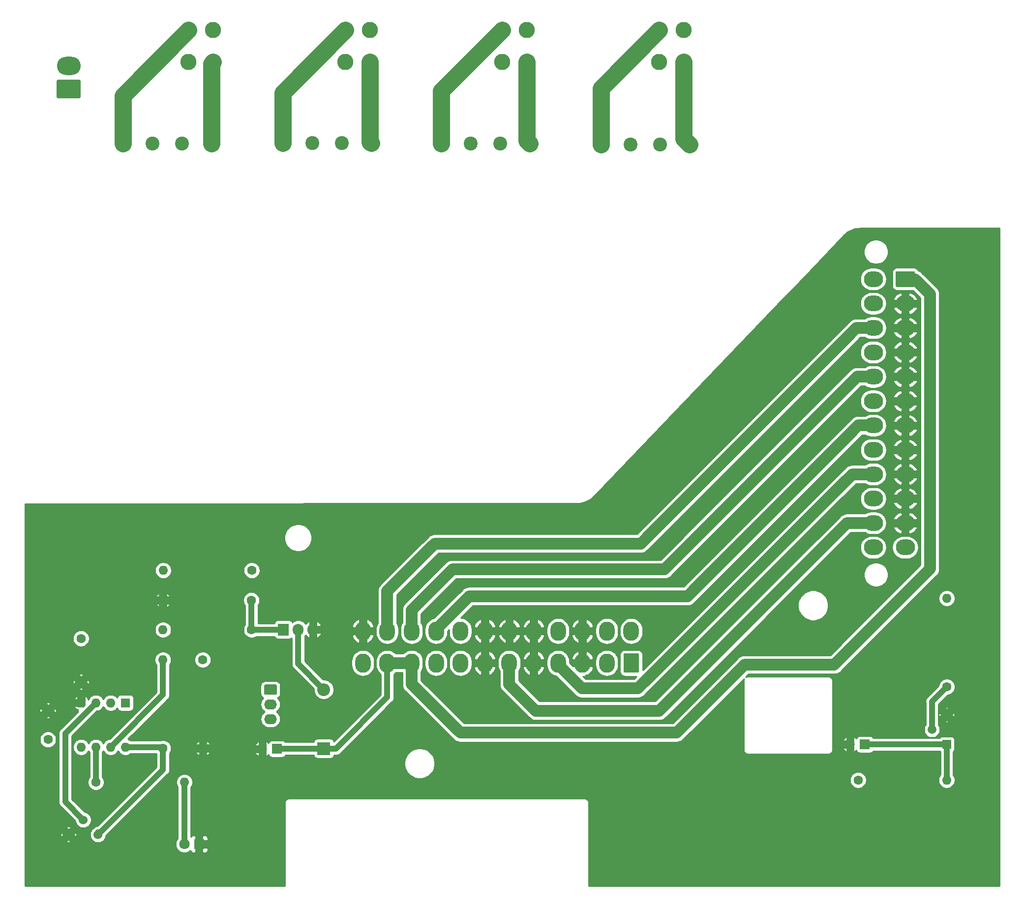
<source format=gtl>
G04 #@! TF.GenerationSoftware,KiCad,Pcbnew,(5.1.5-0-10_14)*
G04 #@! TF.CreationDate,2023-03-12T15:50:21+01:00*
G04 #@! TF.ProjectId,DC_Board,44435f42-6f61-4726-942e-6b696361645f,rev?*
G04 #@! TF.SameCoordinates,Original*
G04 #@! TF.FileFunction,Copper,L1,Top*
G04 #@! TF.FilePolarity,Positive*
%FSLAX46Y46*%
G04 Gerber Fmt 4.6, Leading zero omitted, Abs format (unit mm)*
G04 Created by KiCad (PCBNEW (5.1.5-0-10_14)) date 2023-03-12 15:50:21*
%MOMM*%
%LPD*%
G04 APERTURE LIST*
%ADD10C,1.600000*%
%ADD11O,1.600000X1.600000*%
%ADD12R,1.800000X1.800000*%
%ADD13C,1.800000*%
%ADD14R,1.905000X2.000000*%
%ADD15O,1.905000X2.000000*%
%ADD16R,1.600000X1.600000*%
%ADD17C,2.800000*%
%ADD18O,1.700000X1.700000*%
%ADD19R,1.700000X1.700000*%
%ADD20O,2.200000X2.200000*%
%ADD21R,2.200000X2.200000*%
%ADD22C,0.100000*%
%ADD23O,2.200000X1.740000*%
%ADD24C,1.524000*%
%ADD25O,2.700000X3.300000*%
%ADD26C,1.500000*%
%ADD27R,1.500000X1.500000*%
%ADD28C,2.400000*%
%ADD29O,3.300000X2.700000*%
%ADD30O,4.100000X3.160000*%
%ADD31C,1.000000*%
%ADD32C,2.000000*%
%ADD33C,3.000000*%
%ADD34C,0.254000*%
G04 APERTURE END LIST*
D10*
X185390000Y-203680000D03*
D11*
X185390000Y-188440000D03*
D12*
X191600000Y-220190000D03*
D13*
X189060000Y-220190000D03*
D10*
X192240000Y-188440000D03*
D11*
X192240000Y-203680000D03*
D14*
X206130000Y-183230000D03*
D15*
X208670000Y-183230000D03*
X211210000Y-183230000D03*
D11*
X178930000Y-203470000D03*
X171310000Y-195850000D03*
X176390000Y-203470000D03*
X173850000Y-195850000D03*
X173850000Y-203470000D03*
X176390000Y-195850000D03*
X171310000Y-203470000D03*
D16*
X178930000Y-195850000D03*
D17*
X275000000Y-85500000D03*
X270800000Y-85500000D03*
X275000000Y-80000000D03*
X270800000Y-80000000D03*
X248000000Y-85500000D03*
X243800000Y-85500000D03*
X248000000Y-80000000D03*
X243800000Y-80000000D03*
X221000000Y-85500000D03*
X216800000Y-85500000D03*
X221000000Y-80000000D03*
X216800000Y-80000000D03*
X194000000Y-85500000D03*
X189800000Y-85500000D03*
X194000000Y-80000000D03*
X189800000Y-80000000D03*
D18*
X303680000Y-203020000D03*
D19*
X306220000Y-203020000D03*
D11*
X320280000Y-209150000D03*
D10*
X305040000Y-209150000D03*
D11*
X320320000Y-177850000D03*
D10*
X320320000Y-193090000D03*
D20*
X213080000Y-193560000D03*
D21*
X213080000Y-203720000D03*
G04 #@! TA.AperFunction,ComponentPad*
D22*
G36*
X204764505Y-192701204D02*
G01*
X204788773Y-192704804D01*
X204812572Y-192710765D01*
X204835671Y-192719030D01*
X204857850Y-192729520D01*
X204878893Y-192742132D01*
X204898599Y-192756747D01*
X204916777Y-192773223D01*
X204933253Y-192791401D01*
X204947868Y-192811107D01*
X204960480Y-192832150D01*
X204970970Y-192854329D01*
X204979235Y-192877428D01*
X204985196Y-192901227D01*
X204988796Y-192925495D01*
X204990000Y-192949999D01*
X204990000Y-194190001D01*
X204988796Y-194214505D01*
X204985196Y-194238773D01*
X204979235Y-194262572D01*
X204970970Y-194285671D01*
X204960480Y-194307850D01*
X204947868Y-194328893D01*
X204933253Y-194348599D01*
X204916777Y-194366777D01*
X204898599Y-194383253D01*
X204878893Y-194397868D01*
X204857850Y-194410480D01*
X204835671Y-194420970D01*
X204812572Y-194429235D01*
X204788773Y-194435196D01*
X204764505Y-194438796D01*
X204740001Y-194440000D01*
X203039999Y-194440000D01*
X203015495Y-194438796D01*
X202991227Y-194435196D01*
X202967428Y-194429235D01*
X202944329Y-194420970D01*
X202922150Y-194410480D01*
X202901107Y-194397868D01*
X202881401Y-194383253D01*
X202863223Y-194366777D01*
X202846747Y-194348599D01*
X202832132Y-194328893D01*
X202819520Y-194307850D01*
X202809030Y-194285671D01*
X202800765Y-194262572D01*
X202794804Y-194238773D01*
X202791204Y-194214505D01*
X202790000Y-194190001D01*
X202790000Y-192949999D01*
X202791204Y-192925495D01*
X202794804Y-192901227D01*
X202800765Y-192877428D01*
X202809030Y-192854329D01*
X202819520Y-192832150D01*
X202832132Y-192811107D01*
X202846747Y-192791401D01*
X202863223Y-192773223D01*
X202881401Y-192756747D01*
X202901107Y-192742132D01*
X202922150Y-192729520D01*
X202944329Y-192719030D01*
X202967428Y-192710765D01*
X202991227Y-192704804D01*
X203015495Y-192701204D01*
X203039999Y-192700000D01*
X204740001Y-192700000D01*
X204764505Y-192701204D01*
G37*
G04 #@! TD.AperFunction*
D23*
X203890000Y-196110000D03*
X203890000Y-198650000D03*
D11*
X189070000Y-209520000D03*
D10*
X173830000Y-209520000D03*
D24*
X174200000Y-218550000D03*
X169120000Y-218550000D03*
X171660000Y-216010000D03*
D10*
X200640000Y-183280000D03*
D11*
X185400000Y-183280000D03*
X185380000Y-178170000D03*
D10*
X200620000Y-178170000D03*
X200660000Y-173050000D03*
D11*
X185420000Y-173050000D03*
D10*
X171270000Y-184760000D03*
X171270000Y-192260000D03*
X165590000Y-202180000D03*
X165590000Y-197180000D03*
D25*
X219800000Y-183500000D03*
X224000000Y-183500000D03*
X228200000Y-183500000D03*
X232400000Y-183500000D03*
X236600000Y-183500000D03*
X240800000Y-183500000D03*
X245000000Y-183500000D03*
X249200000Y-183500000D03*
X253400000Y-183500000D03*
X257600000Y-183500000D03*
X261800000Y-183500000D03*
X266000000Y-183500000D03*
X219800000Y-189000000D03*
X224000000Y-189000000D03*
X228200000Y-189000000D03*
X232400000Y-189000000D03*
X236600000Y-189000000D03*
X240800000Y-189000000D03*
X245000000Y-189000000D03*
X249200000Y-189000000D03*
X253400000Y-189000000D03*
X257600000Y-189000000D03*
X261800000Y-189000000D03*
G04 #@! TA.AperFunction,ComponentPad*
D22*
G36*
X267124503Y-187351204D02*
G01*
X267148772Y-187354804D01*
X267172570Y-187360765D01*
X267195670Y-187369030D01*
X267217849Y-187379520D01*
X267238892Y-187392133D01*
X267258598Y-187406748D01*
X267276776Y-187423224D01*
X267293252Y-187441402D01*
X267307867Y-187461108D01*
X267320480Y-187482151D01*
X267330970Y-187504330D01*
X267339235Y-187527430D01*
X267345196Y-187551228D01*
X267348796Y-187575497D01*
X267350000Y-187600001D01*
X267350000Y-190399999D01*
X267348796Y-190424503D01*
X267345196Y-190448772D01*
X267339235Y-190472570D01*
X267330970Y-190495670D01*
X267320480Y-190517849D01*
X267307867Y-190538892D01*
X267293252Y-190558598D01*
X267276776Y-190576776D01*
X267258598Y-190593252D01*
X267238892Y-190607867D01*
X267217849Y-190620480D01*
X267195670Y-190630970D01*
X267172570Y-190639235D01*
X267148772Y-190645196D01*
X267124503Y-190648796D01*
X267099999Y-190650000D01*
X264900001Y-190650000D01*
X264875497Y-190648796D01*
X264851228Y-190645196D01*
X264827430Y-190639235D01*
X264804330Y-190630970D01*
X264782151Y-190620480D01*
X264761108Y-190607867D01*
X264741402Y-190593252D01*
X264723224Y-190576776D01*
X264706748Y-190558598D01*
X264692133Y-190538892D01*
X264679520Y-190517849D01*
X264669030Y-190495670D01*
X264660765Y-190472570D01*
X264654804Y-190448772D01*
X264651204Y-190424503D01*
X264650000Y-190399999D01*
X264650000Y-187600001D01*
X264651204Y-187575497D01*
X264654804Y-187551228D01*
X264660765Y-187527430D01*
X264669030Y-187504330D01*
X264679520Y-187482151D01*
X264692133Y-187461108D01*
X264706748Y-187441402D01*
X264723224Y-187423224D01*
X264741402Y-187406748D01*
X264761108Y-187392133D01*
X264782151Y-187379520D01*
X264804330Y-187369030D01*
X264827430Y-187360765D01*
X264851228Y-187354804D01*
X264875497Y-187351204D01*
X264900001Y-187350000D01*
X267099999Y-187350000D01*
X267124503Y-187351204D01*
G37*
G04 #@! TD.AperFunction*
D26*
X317770000Y-200460000D03*
X320310000Y-197920000D03*
D27*
X320310000Y-203000000D03*
D19*
X205040000Y-203790000D03*
D18*
X202500000Y-203790000D03*
D28*
X260760000Y-99670000D03*
X265840000Y-99670000D03*
X270920000Y-99670000D03*
X276000000Y-99670000D03*
X248530000Y-99520000D03*
X243450000Y-99520000D03*
X238370000Y-99520000D03*
X233290000Y-99520000D03*
X221240000Y-99480000D03*
X216160000Y-99480000D03*
X211080000Y-99480000D03*
X206000000Y-99480000D03*
X178480000Y-99520000D03*
X183560000Y-99520000D03*
X188640000Y-99520000D03*
X193720000Y-99520000D03*
G04 #@! TA.AperFunction,ComponentPad*
D22*
G36*
X314594503Y-121531204D02*
G01*
X314618772Y-121534804D01*
X314642570Y-121540765D01*
X314665670Y-121549030D01*
X314687849Y-121559520D01*
X314708892Y-121572133D01*
X314728598Y-121586748D01*
X314746776Y-121603224D01*
X314763252Y-121621402D01*
X314777867Y-121641108D01*
X314790480Y-121662151D01*
X314800970Y-121684330D01*
X314809235Y-121707430D01*
X314815196Y-121731228D01*
X314818796Y-121755497D01*
X314820000Y-121780001D01*
X314820000Y-123979999D01*
X314818796Y-124004503D01*
X314815196Y-124028772D01*
X314809235Y-124052570D01*
X314800970Y-124075670D01*
X314790480Y-124097849D01*
X314777867Y-124118892D01*
X314763252Y-124138598D01*
X314746776Y-124156776D01*
X314728598Y-124173252D01*
X314708892Y-124187867D01*
X314687849Y-124200480D01*
X314665670Y-124210970D01*
X314642570Y-124219235D01*
X314618772Y-124225196D01*
X314594503Y-124228796D01*
X314569999Y-124230000D01*
X311770001Y-124230000D01*
X311745497Y-124228796D01*
X311721228Y-124225196D01*
X311697430Y-124219235D01*
X311674330Y-124210970D01*
X311652151Y-124200480D01*
X311631108Y-124187867D01*
X311611402Y-124173252D01*
X311593224Y-124156776D01*
X311576748Y-124138598D01*
X311562133Y-124118892D01*
X311549520Y-124097849D01*
X311539030Y-124075670D01*
X311530765Y-124052570D01*
X311524804Y-124028772D01*
X311521204Y-124004503D01*
X311520000Y-123979999D01*
X311520000Y-121780001D01*
X311521204Y-121755497D01*
X311524804Y-121731228D01*
X311530765Y-121707430D01*
X311539030Y-121684330D01*
X311549520Y-121662151D01*
X311562133Y-121641108D01*
X311576748Y-121621402D01*
X311593224Y-121603224D01*
X311611402Y-121586748D01*
X311631108Y-121572133D01*
X311652151Y-121559520D01*
X311674330Y-121549030D01*
X311697430Y-121540765D01*
X311721228Y-121534804D01*
X311745497Y-121531204D01*
X311770001Y-121530000D01*
X314569999Y-121530000D01*
X314594503Y-121531204D01*
G37*
G04 #@! TD.AperFunction*
D29*
X313170000Y-127080000D03*
X313170000Y-131280000D03*
X313170000Y-135480000D03*
X313170000Y-139680000D03*
X313170000Y-143880000D03*
X313170000Y-148080000D03*
X313170000Y-152280000D03*
X313170000Y-156480000D03*
X313170000Y-160680000D03*
X313170000Y-164880000D03*
X313170000Y-169080000D03*
X307670000Y-122880000D03*
X307670000Y-127080000D03*
X307670000Y-131280000D03*
X307670000Y-135480000D03*
X307670000Y-139680000D03*
X307670000Y-143880000D03*
X307670000Y-148080000D03*
X307670000Y-152280000D03*
X307670000Y-156480000D03*
X307670000Y-160680000D03*
X307670000Y-164880000D03*
X307670000Y-169080000D03*
G04 #@! TA.AperFunction,ComponentPad*
D22*
G36*
X170974504Y-88551204D02*
G01*
X170998773Y-88554804D01*
X171022571Y-88560765D01*
X171045671Y-88569030D01*
X171067849Y-88579520D01*
X171088893Y-88592133D01*
X171108598Y-88606747D01*
X171126777Y-88623223D01*
X171143253Y-88641402D01*
X171157867Y-88661107D01*
X171170480Y-88682151D01*
X171180970Y-88704329D01*
X171189235Y-88727429D01*
X171195196Y-88751227D01*
X171198796Y-88775496D01*
X171200000Y-88800000D01*
X171200000Y-91460000D01*
X171198796Y-91484504D01*
X171195196Y-91508773D01*
X171189235Y-91532571D01*
X171180970Y-91555671D01*
X171170480Y-91577849D01*
X171157867Y-91598893D01*
X171143253Y-91618598D01*
X171126777Y-91636777D01*
X171108598Y-91653253D01*
X171088893Y-91667867D01*
X171067849Y-91680480D01*
X171045671Y-91690970D01*
X171022571Y-91699235D01*
X170998773Y-91705196D01*
X170974504Y-91708796D01*
X170950000Y-91710000D01*
X167350000Y-91710000D01*
X167325496Y-91708796D01*
X167301227Y-91705196D01*
X167277429Y-91699235D01*
X167254329Y-91690970D01*
X167232151Y-91680480D01*
X167211107Y-91667867D01*
X167191402Y-91653253D01*
X167173223Y-91636777D01*
X167156747Y-91618598D01*
X167142133Y-91598893D01*
X167129520Y-91577849D01*
X167119030Y-91555671D01*
X167110765Y-91532571D01*
X167104804Y-91508773D01*
X167101204Y-91484504D01*
X167100000Y-91460000D01*
X167100000Y-88800000D01*
X167101204Y-88775496D01*
X167104804Y-88751227D01*
X167110765Y-88727429D01*
X167119030Y-88704329D01*
X167129520Y-88682151D01*
X167142133Y-88661107D01*
X167156747Y-88641402D01*
X167173223Y-88623223D01*
X167191402Y-88606747D01*
X167211107Y-88592133D01*
X167232151Y-88579520D01*
X167254329Y-88569030D01*
X167277429Y-88560765D01*
X167301227Y-88554804D01*
X167325496Y-88551204D01*
X167350000Y-88550000D01*
X170950000Y-88550000D01*
X170974504Y-88551204D01*
G37*
G04 #@! TD.AperFunction*
D30*
X169150000Y-86170000D03*
D31*
X179060000Y-203600000D02*
X178930000Y-203470000D01*
X174200000Y-218190000D02*
X174200000Y-218550000D01*
D32*
X307670000Y-156480000D02*
X304020000Y-156480000D01*
X253400000Y-189000000D02*
X253400000Y-189300000D01*
X245000000Y-192650000D02*
X245000000Y-189000000D01*
X249560000Y-197210000D02*
X245000000Y-192650000D01*
X307670000Y-131280000D02*
X304760000Y-131280000D01*
X307670000Y-139680000D02*
X304880000Y-139680000D01*
X307670000Y-148080000D02*
X305090000Y-148080000D01*
X232400000Y-183200000D02*
X238120000Y-177480000D01*
X232400000Y-183500000D02*
X232400000Y-183200000D01*
X275690000Y-177480000D02*
X305090000Y-148080000D01*
X238120000Y-177480000D02*
X275690000Y-177480000D01*
X228200000Y-179850000D02*
X235200000Y-172850000D01*
X228200000Y-183500000D02*
X228200000Y-179850000D01*
X271710000Y-172850000D02*
X304880000Y-139680000D01*
X235200000Y-172850000D02*
X271710000Y-172850000D01*
X224000000Y-183500000D02*
X224000000Y-176620000D01*
X224000000Y-176620000D02*
X232200000Y-168420000D01*
X267620000Y-168420000D02*
X304760000Y-131280000D01*
X232200000Y-168420000D02*
X267620000Y-168420000D01*
X249560000Y-197210000D02*
X270810000Y-197210000D01*
X303140000Y-164880000D02*
X307670000Y-164880000D01*
X270810000Y-197210000D02*
X303140000Y-164880000D01*
X253400000Y-189300000D02*
X257470000Y-193370000D01*
X267130000Y-193370000D02*
X304020000Y-156480000D01*
X257470000Y-193370000D02*
X267130000Y-193370000D01*
D31*
X179150000Y-203690000D02*
X178930000Y-203470000D01*
X185180000Y-203470000D02*
X185390000Y-203680000D01*
X178930000Y-203470000D02*
X185180000Y-203470000D01*
X185390000Y-207360000D02*
X174200000Y-218550000D01*
X185390000Y-203680000D02*
X185390000Y-207360000D01*
D32*
X224000000Y-189000000D02*
X228200000Y-189000000D01*
D31*
X215180000Y-203720000D02*
X213080000Y-203720000D01*
X224000000Y-194900000D02*
X215180000Y-203720000D01*
X224000000Y-189000000D02*
X224000000Y-194900000D01*
X205110000Y-203720000D02*
X205040000Y-203790000D01*
X213080000Y-203720000D02*
X205110000Y-203720000D01*
D32*
X236550000Y-201000000D02*
X273810000Y-201000000D01*
X273810000Y-201000000D02*
X285530000Y-189280000D01*
X228200000Y-192650000D02*
X236550000Y-201000000D01*
X228200000Y-189000000D02*
X228200000Y-192650000D01*
X314820000Y-122880000D02*
X317420000Y-125480000D01*
X313170000Y-122880000D02*
X314820000Y-122880000D01*
X317420000Y-125480000D02*
X317420000Y-172780000D01*
X300920000Y-189280000D02*
X285530000Y-189280000D01*
X317420000Y-172780000D02*
X300920000Y-189280000D01*
D31*
X166920000Y-195850000D02*
X165590000Y-197180000D01*
X171310000Y-195850000D02*
X166920000Y-195850000D01*
X320280000Y-203030000D02*
X320310000Y-203000000D01*
X320300000Y-203010000D02*
X320310000Y-203000000D01*
X320310000Y-209120000D02*
X320280000Y-209150000D01*
X320310000Y-203000000D02*
X320310000Y-209120000D01*
X320290000Y-203020000D02*
X320310000Y-203000000D01*
X306220000Y-203020000D02*
X320290000Y-203020000D01*
X317770000Y-200460000D02*
X317770000Y-195640000D01*
X317770000Y-195640000D02*
X320320000Y-193090000D01*
X208670000Y-189150000D02*
X213080000Y-193560000D01*
X208670000Y-183230000D02*
X208670000Y-189150000D01*
X189070000Y-220180000D02*
X189060000Y-220190000D01*
X189070000Y-209520000D02*
X189070000Y-220180000D01*
X185390000Y-194470000D02*
X176390000Y-203470000D01*
X185390000Y-188440000D02*
X185390000Y-194470000D01*
X173850000Y-209500000D02*
X173830000Y-209520000D01*
X173850000Y-203470000D02*
X173850000Y-209500000D01*
X173850000Y-195850000D02*
X168570000Y-201130000D01*
X168570000Y-212920000D02*
X171660000Y-216010000D01*
X168570000Y-201130000D02*
X168570000Y-212920000D01*
X200640000Y-183280000D02*
X206080000Y-183280000D01*
X206080000Y-183280000D02*
X206130000Y-183230000D01*
X200640000Y-183280000D02*
X200640000Y-178190000D01*
X200640000Y-178190000D02*
X200620000Y-178170000D01*
D33*
X275000000Y-98670000D02*
X276000000Y-99670000D01*
X275000000Y-85500000D02*
X275000000Y-98670000D01*
X248000000Y-85500000D02*
X248000000Y-98990000D01*
X248000000Y-98990000D02*
X248530000Y-99520000D01*
X221000000Y-99240000D02*
X221240000Y-99480000D01*
X221000000Y-85500000D02*
X221000000Y-99240000D01*
X193720000Y-85780000D02*
X194000000Y-85500000D01*
X193720000Y-99520000D02*
X193720000Y-85780000D01*
X178480000Y-91320000D02*
X178480000Y-99520000D01*
X189800000Y-80000000D02*
X178480000Y-91320000D01*
X206000000Y-90800000D02*
X216800000Y-80000000D01*
X206000000Y-99480000D02*
X206000000Y-90800000D01*
X233290000Y-99520000D02*
X233290000Y-90510000D01*
X233290000Y-90510000D02*
X243800000Y-80000000D01*
X260760000Y-90040000D02*
X270800000Y-80000000D01*
X260760000Y-99670000D02*
X260760000Y-90040000D01*
D34*
G36*
X329340000Y-227340000D02*
G01*
X258660000Y-227340000D01*
X258660000Y-213032419D01*
X258663193Y-213000000D01*
X258650450Y-212870617D01*
X258612710Y-212746207D01*
X258551425Y-212631550D01*
X258468948Y-212531052D01*
X258368450Y-212448575D01*
X258253793Y-212387290D01*
X258129383Y-212349550D01*
X258032419Y-212340000D01*
X258000000Y-212336807D01*
X257967581Y-212340000D01*
X207032419Y-212340000D01*
X207000000Y-212336807D01*
X206967581Y-212340000D01*
X206870617Y-212349550D01*
X206746207Y-212387290D01*
X206631550Y-212448575D01*
X206531052Y-212531052D01*
X206448575Y-212631550D01*
X206387290Y-212746207D01*
X206349550Y-212870617D01*
X206336807Y-213000000D01*
X206340000Y-213032419D01*
X206340001Y-227340000D01*
X161660000Y-227340000D01*
X161660000Y-220038816D01*
X187525000Y-220038816D01*
X187525000Y-220341184D01*
X187583989Y-220637743D01*
X187699701Y-220917095D01*
X187867688Y-221168505D01*
X188081495Y-221382312D01*
X188332905Y-221550299D01*
X188612257Y-221666011D01*
X188908816Y-221725000D01*
X189211184Y-221725000D01*
X189507743Y-221666011D01*
X189787095Y-221550299D01*
X190038505Y-221382312D01*
X190104944Y-221315873D01*
X190110498Y-221334180D01*
X190169463Y-221444494D01*
X190248815Y-221541185D01*
X190345506Y-221620537D01*
X190455820Y-221679502D01*
X190575518Y-221715812D01*
X190700000Y-221728072D01*
X190868250Y-221725000D01*
X191027000Y-221566250D01*
X191027000Y-220763000D01*
X192173000Y-220763000D01*
X192173000Y-221566250D01*
X192331750Y-221725000D01*
X192500000Y-221728072D01*
X192624482Y-221715812D01*
X192744180Y-221679502D01*
X192854494Y-221620537D01*
X192951185Y-221541185D01*
X193030537Y-221444494D01*
X193089502Y-221334180D01*
X193125812Y-221214482D01*
X193138072Y-221090000D01*
X193135000Y-220921750D01*
X192976250Y-220763000D01*
X192173000Y-220763000D01*
X191027000Y-220763000D01*
X191007000Y-220763000D01*
X191007000Y-219617000D01*
X191027000Y-219617000D01*
X191027000Y-218813750D01*
X192173000Y-218813750D01*
X192173000Y-219617000D01*
X192976250Y-219617000D01*
X193135000Y-219458250D01*
X193138072Y-219290000D01*
X193125812Y-219165518D01*
X193089502Y-219045820D01*
X193030537Y-218935506D01*
X192951185Y-218838815D01*
X192854494Y-218759463D01*
X192744180Y-218700498D01*
X192624482Y-218664188D01*
X192500000Y-218651928D01*
X192331750Y-218655000D01*
X192173000Y-218813750D01*
X191027000Y-218813750D01*
X190868250Y-218655000D01*
X190700000Y-218651928D01*
X190575518Y-218664188D01*
X190455820Y-218700498D01*
X190345506Y-218759463D01*
X190248815Y-218838815D01*
X190205000Y-218892204D01*
X190205000Y-210404284D01*
X190341680Y-210199727D01*
X190449853Y-209938574D01*
X190505000Y-209661335D01*
X190505000Y-209378665D01*
X190449853Y-209101426D01*
X190411431Y-209008665D01*
X303605000Y-209008665D01*
X303605000Y-209291335D01*
X303660147Y-209568574D01*
X303768320Y-209829727D01*
X303925363Y-210064759D01*
X304125241Y-210264637D01*
X304360273Y-210421680D01*
X304621426Y-210529853D01*
X304898665Y-210585000D01*
X305181335Y-210585000D01*
X305458574Y-210529853D01*
X305719727Y-210421680D01*
X305954759Y-210264637D01*
X306154637Y-210064759D01*
X306311680Y-209829727D01*
X306419853Y-209568574D01*
X306475000Y-209291335D01*
X306475000Y-209008665D01*
X306419853Y-208731426D01*
X306311680Y-208470273D01*
X306154637Y-208235241D01*
X305954759Y-208035363D01*
X305719727Y-207878320D01*
X305458574Y-207770147D01*
X305181335Y-207715000D01*
X304898665Y-207715000D01*
X304621426Y-207770147D01*
X304360273Y-207878320D01*
X304125241Y-208035363D01*
X303925363Y-208235241D01*
X303768320Y-208470273D01*
X303660147Y-208731426D01*
X303605000Y-209008665D01*
X190411431Y-209008665D01*
X190341680Y-208840273D01*
X190184637Y-208605241D01*
X189984759Y-208405363D01*
X189749727Y-208248320D01*
X189488574Y-208140147D01*
X189211335Y-208085000D01*
X188928665Y-208085000D01*
X188651426Y-208140147D01*
X188390273Y-208248320D01*
X188155241Y-208405363D01*
X187955363Y-208605241D01*
X187798320Y-208840273D01*
X187690147Y-209101426D01*
X187635000Y-209378665D01*
X187635000Y-209661335D01*
X187690147Y-209938574D01*
X187798320Y-210199727D01*
X187935000Y-210404284D01*
X187935001Y-219144182D01*
X187867688Y-219211495D01*
X187699701Y-219462905D01*
X187583989Y-219742257D01*
X187525000Y-220038816D01*
X161660000Y-220038816D01*
X161660000Y-219736747D01*
X168743597Y-219736747D01*
X168830327Y-219923546D01*
X169103858Y-219953666D01*
X169378010Y-219929845D01*
X169409673Y-219923546D01*
X169496403Y-219736747D01*
X169120000Y-219360344D01*
X168743597Y-219736747D01*
X161660000Y-219736747D01*
X161660000Y-218533858D01*
X167716334Y-218533858D01*
X167740155Y-218808010D01*
X167746454Y-218839673D01*
X167933253Y-218926403D01*
X168309656Y-218550000D01*
X169930344Y-218550000D01*
X170306747Y-218926403D01*
X170493546Y-218839673D01*
X170523666Y-218566142D01*
X170499845Y-218291990D01*
X170493546Y-218260327D01*
X170306747Y-218173597D01*
X169930344Y-218550000D01*
X168309656Y-218550000D01*
X167933253Y-218173597D01*
X167746454Y-218260327D01*
X167716334Y-218533858D01*
X161660000Y-218533858D01*
X161660000Y-217363253D01*
X168743597Y-217363253D01*
X169120000Y-217739656D01*
X169496403Y-217363253D01*
X169409673Y-217176454D01*
X169136142Y-217146334D01*
X168861990Y-217170155D01*
X168830327Y-217176454D01*
X168743597Y-217363253D01*
X161660000Y-217363253D01*
X161660000Y-202038665D01*
X164155000Y-202038665D01*
X164155000Y-202321335D01*
X164210147Y-202598574D01*
X164318320Y-202859727D01*
X164475363Y-203094759D01*
X164675241Y-203294637D01*
X164910273Y-203451680D01*
X165171426Y-203559853D01*
X165448665Y-203615000D01*
X165731335Y-203615000D01*
X166008574Y-203559853D01*
X166269727Y-203451680D01*
X166504759Y-203294637D01*
X166704637Y-203094759D01*
X166861680Y-202859727D01*
X166969853Y-202598574D01*
X167025000Y-202321335D01*
X167025000Y-202038665D01*
X166969853Y-201761426D01*
X166861680Y-201500273D01*
X166704637Y-201265241D01*
X166569396Y-201130000D01*
X167429509Y-201130000D01*
X167435000Y-201185752D01*
X167435001Y-212864239D01*
X167429509Y-212920000D01*
X167451423Y-213142498D01*
X167516324Y-213356446D01*
X167565384Y-213448230D01*
X167621717Y-213553623D01*
X167763552Y-213726449D01*
X167806860Y-213761991D01*
X170280515Y-216235647D01*
X170316686Y-216417490D01*
X170421995Y-216671727D01*
X170574880Y-216900535D01*
X170769465Y-217095120D01*
X170998273Y-217248005D01*
X171252510Y-217353314D01*
X171522408Y-217407000D01*
X171797592Y-217407000D01*
X172067490Y-217353314D01*
X172321727Y-217248005D01*
X172550535Y-217095120D01*
X172745120Y-216900535D01*
X172898005Y-216671727D01*
X173003314Y-216417490D01*
X173057000Y-216147592D01*
X173057000Y-215872408D01*
X173003314Y-215602510D01*
X172898005Y-215348273D01*
X172745120Y-215119465D01*
X172550535Y-214924880D01*
X172321727Y-214771995D01*
X172067490Y-214666686D01*
X171885647Y-214630515D01*
X169705000Y-212449869D01*
X169705000Y-203328665D01*
X169875000Y-203328665D01*
X169875000Y-203611335D01*
X169930147Y-203888574D01*
X170038320Y-204149727D01*
X170195363Y-204384759D01*
X170395241Y-204584637D01*
X170630273Y-204741680D01*
X170891426Y-204849853D01*
X171168665Y-204905000D01*
X171451335Y-204905000D01*
X171728574Y-204849853D01*
X171989727Y-204741680D01*
X172224759Y-204584637D01*
X172424637Y-204384759D01*
X172580000Y-204152241D01*
X172715000Y-204354284D01*
X172715001Y-208605783D01*
X172558320Y-208840273D01*
X172450147Y-209101426D01*
X172395000Y-209378665D01*
X172395000Y-209661335D01*
X172450147Y-209938574D01*
X172558320Y-210199727D01*
X172715363Y-210434759D01*
X172915241Y-210634637D01*
X173150273Y-210791680D01*
X173411426Y-210899853D01*
X173688665Y-210955000D01*
X173971335Y-210955000D01*
X174248574Y-210899853D01*
X174509727Y-210791680D01*
X174744759Y-210634637D01*
X174944637Y-210434759D01*
X175101680Y-210199727D01*
X175209853Y-209938574D01*
X175265000Y-209661335D01*
X175265000Y-209378665D01*
X175209853Y-209101426D01*
X175101680Y-208840273D01*
X174985000Y-208665649D01*
X174985000Y-204354284D01*
X175120000Y-204152241D01*
X175275363Y-204384759D01*
X175475241Y-204584637D01*
X175710273Y-204741680D01*
X175971426Y-204849853D01*
X176248665Y-204905000D01*
X176531335Y-204905000D01*
X176808574Y-204849853D01*
X177069727Y-204741680D01*
X177304759Y-204584637D01*
X177504637Y-204384759D01*
X177660000Y-204152241D01*
X177815363Y-204384759D01*
X178015241Y-204584637D01*
X178250273Y-204741680D01*
X178511426Y-204849853D01*
X178788665Y-204905000D01*
X179071335Y-204905000D01*
X179348574Y-204849853D01*
X179609727Y-204741680D01*
X179687893Y-204689452D01*
X179783622Y-204638283D01*
X179824177Y-204605000D01*
X184255000Y-204605000D01*
X184255001Y-206889867D01*
X174083928Y-217060941D01*
X173977501Y-217071423D01*
X173763553Y-217136324D01*
X173566377Y-217241716D01*
X173393551Y-217383551D01*
X173347861Y-217439225D01*
X173309465Y-217464880D01*
X173114880Y-217659465D01*
X172961995Y-217888273D01*
X172856686Y-218142510D01*
X172803000Y-218412408D01*
X172803000Y-218687592D01*
X172856686Y-218957490D01*
X172961995Y-219211727D01*
X173114880Y-219440535D01*
X173309465Y-219635120D01*
X173538273Y-219788005D01*
X173792510Y-219893314D01*
X174062408Y-219947000D01*
X174337592Y-219947000D01*
X174607490Y-219893314D01*
X174861727Y-219788005D01*
X175090535Y-219635120D01*
X175285120Y-219440535D01*
X175438005Y-219211727D01*
X175543314Y-218957490D01*
X175579485Y-218775646D01*
X186153141Y-208201991D01*
X186196449Y-208166449D01*
X186338284Y-207993623D01*
X186443676Y-207796447D01*
X186508577Y-207582499D01*
X186525000Y-207415752D01*
X186530491Y-207360000D01*
X186525000Y-207304248D01*
X186525000Y-206030475D01*
X226945000Y-206030475D01*
X226945000Y-206549525D01*
X227046261Y-207058601D01*
X227244893Y-207538141D01*
X227533262Y-207969715D01*
X227900285Y-208336738D01*
X228331859Y-208625107D01*
X228811399Y-208823739D01*
X229320475Y-208925000D01*
X229839525Y-208925000D01*
X230348601Y-208823739D01*
X230828141Y-208625107D01*
X231259715Y-208336738D01*
X231626738Y-207969715D01*
X231915107Y-207538141D01*
X232113739Y-207058601D01*
X232215000Y-206549525D01*
X232215000Y-206030475D01*
X232113739Y-205521399D01*
X231915107Y-205041859D01*
X231626738Y-204610285D01*
X231259715Y-204243262D01*
X230828141Y-203954893D01*
X230348601Y-203756261D01*
X229839525Y-203655000D01*
X229320475Y-203655000D01*
X228811399Y-203756261D01*
X228331859Y-203954893D01*
X227900285Y-204243262D01*
X227533262Y-204610285D01*
X227244893Y-205041859D01*
X227046261Y-205521399D01*
X226945000Y-206030475D01*
X186525000Y-206030475D01*
X186525000Y-204564284D01*
X186600185Y-204451760D01*
X191030175Y-204451760D01*
X191203984Y-204672956D01*
X191417607Y-204855993D01*
X191468244Y-204889800D01*
X191667000Y-204820388D01*
X191667000Y-204253000D01*
X192813000Y-204253000D01*
X192813000Y-204820388D01*
X193011756Y-204889800D01*
X193062393Y-204855993D01*
X193276016Y-204672956D01*
X193356711Y-204570260D01*
X201236505Y-204570260D01*
X201295602Y-204658744D01*
X201488228Y-204877018D01*
X201719736Y-205053518D01*
X201927000Y-205001272D01*
X201927000Y-204363000D01*
X201303919Y-204363000D01*
X201236505Y-204570260D01*
X193356711Y-204570260D01*
X193449825Y-204451760D01*
X193396910Y-204253000D01*
X192813000Y-204253000D01*
X191667000Y-204253000D01*
X191083090Y-204253000D01*
X191030175Y-204451760D01*
X186600185Y-204451760D01*
X186661680Y-204359727D01*
X186769853Y-204098574D01*
X186825000Y-203821335D01*
X186825000Y-203538665D01*
X186769853Y-203261426D01*
X186661680Y-203000273D01*
X186600186Y-202908240D01*
X191030175Y-202908240D01*
X191083090Y-203107000D01*
X191667000Y-203107000D01*
X191667000Y-202539612D01*
X192813000Y-202539612D01*
X192813000Y-203107000D01*
X193396910Y-203107000D01*
X193422803Y-203009740D01*
X201236505Y-203009740D01*
X201303919Y-203217000D01*
X201927000Y-203217000D01*
X201927000Y-202578728D01*
X203073000Y-202578728D01*
X203073000Y-203217000D01*
X203093000Y-203217000D01*
X203093000Y-204363000D01*
X203073000Y-204363000D01*
X203073000Y-205001272D01*
X203280264Y-205053518D01*
X203511772Y-204877018D01*
X203576184Y-204804029D01*
X203600498Y-204884180D01*
X203659463Y-204994494D01*
X203738815Y-205091185D01*
X203835506Y-205170537D01*
X203945820Y-205229502D01*
X204065518Y-205265812D01*
X204190000Y-205278072D01*
X205890000Y-205278072D01*
X206014482Y-205265812D01*
X206134180Y-205229502D01*
X206244494Y-205170537D01*
X206341185Y-205091185D01*
X206420537Y-204994494D01*
X206479502Y-204884180D01*
X206488354Y-204855000D01*
X211345375Y-204855000D01*
X211354188Y-204944482D01*
X211390498Y-205064180D01*
X211449463Y-205174494D01*
X211528815Y-205271185D01*
X211625506Y-205350537D01*
X211735820Y-205409502D01*
X211855518Y-205445812D01*
X211980000Y-205458072D01*
X214180000Y-205458072D01*
X214304482Y-205445812D01*
X214424180Y-205409502D01*
X214534494Y-205350537D01*
X214631185Y-205271185D01*
X214710537Y-205174494D01*
X214769502Y-205064180D01*
X214805812Y-204944482D01*
X214814625Y-204855000D01*
X215124249Y-204855000D01*
X215180000Y-204860491D01*
X215235751Y-204855000D01*
X215235752Y-204855000D01*
X215402499Y-204838577D01*
X215616447Y-204773676D01*
X215813623Y-204668284D01*
X215986449Y-204526449D01*
X216021996Y-204483135D01*
X224763146Y-195741987D01*
X224806449Y-195706449D01*
X224860983Y-195640000D01*
X224948284Y-195533623D01*
X225053676Y-195336447D01*
X225118577Y-195122499D01*
X225140491Y-194900000D01*
X225135000Y-194844248D01*
X225135000Y-190936412D01*
X225410398Y-190710398D01*
X225472276Y-190635000D01*
X226565000Y-190635000D01*
X226565001Y-192569671D01*
X226557089Y-192650000D01*
X226588658Y-192970516D01*
X226682148Y-193278714D01*
X226788155Y-193477039D01*
X226833970Y-193562752D01*
X227038287Y-193811714D01*
X227100682Y-193862920D01*
X235337080Y-202099319D01*
X235388286Y-202161714D01*
X235637248Y-202366031D01*
X235921285Y-202517852D01*
X236229484Y-202611343D01*
X236469678Y-202635000D01*
X236469680Y-202635000D01*
X236549999Y-202642911D01*
X236630319Y-202635000D01*
X273729681Y-202635000D01*
X273810000Y-202642911D01*
X273890319Y-202635000D01*
X273890322Y-202635000D01*
X274130516Y-202611343D01*
X274438715Y-202517852D01*
X274722752Y-202366031D01*
X274971714Y-202161714D01*
X275022925Y-202099313D01*
X285400217Y-191722022D01*
X285387290Y-191746207D01*
X285349550Y-191870617D01*
X285336807Y-192000000D01*
X285340000Y-192032419D01*
X285340001Y-203967571D01*
X285336807Y-204000000D01*
X285349550Y-204129383D01*
X285387290Y-204253793D01*
X285448575Y-204368450D01*
X285531052Y-204468948D01*
X285631550Y-204551425D01*
X285746207Y-204612710D01*
X285870617Y-204650450D01*
X285967581Y-204660000D01*
X286000000Y-204663193D01*
X286032419Y-204660000D01*
X299967581Y-204660000D01*
X300000000Y-204663193D01*
X300032419Y-204660000D01*
X300096629Y-204653676D01*
X300129383Y-204650450D01*
X300253793Y-204612710D01*
X300368450Y-204551425D01*
X300468948Y-204468948D01*
X300551425Y-204368450D01*
X300612710Y-204253793D01*
X300650450Y-204129383D01*
X300655937Y-204073676D01*
X300663193Y-204000000D01*
X300660000Y-203967581D01*
X300660000Y-203800264D01*
X302416482Y-203800264D01*
X302592982Y-204031772D01*
X302811256Y-204224398D01*
X302899740Y-204283495D01*
X303107000Y-204216081D01*
X303107000Y-203593000D01*
X302468728Y-203593000D01*
X302416482Y-203800264D01*
X300660000Y-203800264D01*
X300660000Y-202239736D01*
X302416482Y-202239736D01*
X302468728Y-202447000D01*
X303107000Y-202447000D01*
X303107000Y-201823919D01*
X304253000Y-201823919D01*
X304253000Y-202447000D01*
X304273000Y-202447000D01*
X304273000Y-203593000D01*
X304253000Y-203593000D01*
X304253000Y-204216081D01*
X304460260Y-204283495D01*
X304548744Y-204224398D01*
X304757932Y-204039790D01*
X304780498Y-204114180D01*
X304839463Y-204224494D01*
X304918815Y-204321185D01*
X305015506Y-204400537D01*
X305125820Y-204459502D01*
X305245518Y-204495812D01*
X305370000Y-204508072D01*
X307070000Y-204508072D01*
X307194482Y-204495812D01*
X307314180Y-204459502D01*
X307424494Y-204400537D01*
X307521185Y-204321185D01*
X307600537Y-204224494D01*
X307637683Y-204155000D01*
X319070912Y-204155000D01*
X319108815Y-204201185D01*
X319175000Y-204255502D01*
X319175001Y-208225603D01*
X319165363Y-208235241D01*
X319008320Y-208470273D01*
X318900147Y-208731426D01*
X318845000Y-209008665D01*
X318845000Y-209291335D01*
X318900147Y-209568574D01*
X319008320Y-209829727D01*
X319165363Y-210064759D01*
X319365241Y-210264637D01*
X319600273Y-210421680D01*
X319861426Y-210529853D01*
X320138665Y-210585000D01*
X320421335Y-210585000D01*
X320698574Y-210529853D01*
X320959727Y-210421680D01*
X321194759Y-210264637D01*
X321394637Y-210064759D01*
X321551680Y-209829727D01*
X321659853Y-209568574D01*
X321715000Y-209291335D01*
X321715000Y-209008665D01*
X321659853Y-208731426D01*
X321551680Y-208470273D01*
X321445000Y-208310615D01*
X321445000Y-204255501D01*
X321511185Y-204201185D01*
X321590537Y-204104494D01*
X321649502Y-203994180D01*
X321685812Y-203874482D01*
X321698072Y-203750000D01*
X321698072Y-202250000D01*
X321685812Y-202125518D01*
X321649502Y-202005820D01*
X321590537Y-201895506D01*
X321511185Y-201798815D01*
X321414494Y-201719463D01*
X321304180Y-201660498D01*
X321184482Y-201624188D01*
X321060000Y-201611928D01*
X319560000Y-201611928D01*
X319435518Y-201624188D01*
X319315820Y-201660498D01*
X319205506Y-201719463D01*
X319108815Y-201798815D01*
X319038085Y-201885000D01*
X307637683Y-201885000D01*
X307600537Y-201815506D01*
X307521185Y-201718815D01*
X307424494Y-201639463D01*
X307314180Y-201580498D01*
X307194482Y-201544188D01*
X307070000Y-201531928D01*
X305370000Y-201531928D01*
X305245518Y-201544188D01*
X305125820Y-201580498D01*
X305015506Y-201639463D01*
X304918815Y-201718815D01*
X304839463Y-201815506D01*
X304780498Y-201925820D01*
X304757932Y-202000210D01*
X304548744Y-201815602D01*
X304460260Y-201756505D01*
X304253000Y-201823919D01*
X303107000Y-201823919D01*
X302899740Y-201756505D01*
X302811256Y-201815602D01*
X302592982Y-202008228D01*
X302416482Y-202239736D01*
X300660000Y-202239736D01*
X300660000Y-200323589D01*
X316385000Y-200323589D01*
X316385000Y-200596411D01*
X316438225Y-200863989D01*
X316542629Y-201116043D01*
X316694201Y-201342886D01*
X316887114Y-201535799D01*
X317113957Y-201687371D01*
X317366011Y-201791775D01*
X317633589Y-201845000D01*
X317906411Y-201845000D01*
X318173989Y-201791775D01*
X318426043Y-201687371D01*
X318652886Y-201535799D01*
X318845799Y-201342886D01*
X318997371Y-201116043D01*
X319101775Y-200863989D01*
X319155000Y-200596411D01*
X319155000Y-200323589D01*
X319101775Y-200056011D01*
X318997371Y-199803957D01*
X318905000Y-199665714D01*
X318905000Y-199097131D01*
X319943214Y-199097131D01*
X320028097Y-199282851D01*
X320299393Y-199311661D01*
X320571096Y-199286990D01*
X320591903Y-199282851D01*
X320676786Y-199097131D01*
X320310000Y-198730344D01*
X319943214Y-199097131D01*
X318905000Y-199097131D01*
X318905000Y-197909393D01*
X318918339Y-197909393D01*
X318943010Y-198181096D01*
X318947149Y-198201903D01*
X319132869Y-198286786D01*
X319499656Y-197920000D01*
X321120344Y-197920000D01*
X321487131Y-198286786D01*
X321672851Y-198201903D01*
X321701661Y-197930607D01*
X321676990Y-197658904D01*
X321672851Y-197638097D01*
X321487131Y-197553214D01*
X321120344Y-197920000D01*
X319499656Y-197920000D01*
X319132869Y-197553214D01*
X318947149Y-197638097D01*
X318918339Y-197909393D01*
X318905000Y-197909393D01*
X318905000Y-196742869D01*
X319943214Y-196742869D01*
X320310000Y-197109656D01*
X320676786Y-196742869D01*
X320591903Y-196557149D01*
X320320607Y-196528339D01*
X320048904Y-196553010D01*
X320028097Y-196557149D01*
X319943214Y-196742869D01*
X318905000Y-196742869D01*
X318905000Y-196110131D01*
X320497283Y-194517849D01*
X320738574Y-194469853D01*
X320999727Y-194361680D01*
X321234759Y-194204637D01*
X321434637Y-194004759D01*
X321591680Y-193769727D01*
X321699853Y-193508574D01*
X321755000Y-193231335D01*
X321755000Y-192948665D01*
X321699853Y-192671426D01*
X321591680Y-192410273D01*
X321434637Y-192175241D01*
X321234759Y-191975363D01*
X320999727Y-191818320D01*
X320738574Y-191710147D01*
X320461335Y-191655000D01*
X320178665Y-191655000D01*
X319901426Y-191710147D01*
X319640273Y-191818320D01*
X319405241Y-191975363D01*
X319205363Y-192175241D01*
X319048320Y-192410273D01*
X318940147Y-192671426D01*
X318892151Y-192912717D01*
X317006860Y-194798009D01*
X316963552Y-194833551D01*
X316821717Y-195006377D01*
X316783396Y-195078072D01*
X316716324Y-195203554D01*
X316651423Y-195417502D01*
X316629509Y-195640000D01*
X316635001Y-195695761D01*
X316635000Y-199665714D01*
X316542629Y-199803957D01*
X316438225Y-200056011D01*
X316385000Y-200323589D01*
X300660000Y-200323589D01*
X300660000Y-192032419D01*
X300663193Y-192000000D01*
X300650450Y-191870617D01*
X300612710Y-191746207D01*
X300551425Y-191631550D01*
X300468948Y-191531052D01*
X300368450Y-191448575D01*
X300253793Y-191387290D01*
X300129383Y-191349550D01*
X300032419Y-191340000D01*
X300000000Y-191336807D01*
X299967581Y-191340000D01*
X286032419Y-191340000D01*
X286000000Y-191336807D01*
X285967581Y-191340000D01*
X285870617Y-191349550D01*
X285746207Y-191387290D01*
X285722022Y-191400217D01*
X286207239Y-190915000D01*
X300839681Y-190915000D01*
X300920000Y-190922911D01*
X301000319Y-190915000D01*
X301000322Y-190915000D01*
X301240516Y-190891343D01*
X301548715Y-190797852D01*
X301832752Y-190646031D01*
X302081714Y-190441714D01*
X302132925Y-190379313D01*
X314803573Y-177708665D01*
X318885000Y-177708665D01*
X318885000Y-177991335D01*
X318940147Y-178268574D01*
X319048320Y-178529727D01*
X319205363Y-178764759D01*
X319405241Y-178964637D01*
X319640273Y-179121680D01*
X319901426Y-179229853D01*
X320178665Y-179285000D01*
X320461335Y-179285000D01*
X320738574Y-179229853D01*
X320999727Y-179121680D01*
X321234759Y-178964637D01*
X321434637Y-178764759D01*
X321591680Y-178529727D01*
X321699853Y-178268574D01*
X321755000Y-177991335D01*
X321755000Y-177708665D01*
X321699853Y-177431426D01*
X321591680Y-177170273D01*
X321434637Y-176935241D01*
X321234759Y-176735363D01*
X320999727Y-176578320D01*
X320738574Y-176470147D01*
X320461335Y-176415000D01*
X320178665Y-176415000D01*
X319901426Y-176470147D01*
X319640273Y-176578320D01*
X319405241Y-176735363D01*
X319205363Y-176935241D01*
X319048320Y-177170273D01*
X318940147Y-177431426D01*
X318885000Y-177708665D01*
X314803573Y-177708665D01*
X318519319Y-173992920D01*
X318581714Y-173941714D01*
X318786031Y-173692752D01*
X318937852Y-173408715D01*
X319031343Y-173100517D01*
X319062911Y-172780000D01*
X319055000Y-172699678D01*
X319055000Y-125560319D01*
X319062911Y-125479999D01*
X319050059Y-125349514D01*
X319031343Y-125159484D01*
X318937852Y-124851285D01*
X318786031Y-124567248D01*
X318581714Y-124318286D01*
X318519320Y-124267081D01*
X316032925Y-121780687D01*
X315981714Y-121718286D01*
X315732752Y-121513969D01*
X315448715Y-121362148D01*
X315329439Y-121325966D01*
X315308405Y-121286614D01*
X315197961Y-121152039D01*
X315063386Y-121041595D01*
X314909850Y-120959529D01*
X314743253Y-120908992D01*
X314569999Y-120891928D01*
X311770001Y-120891928D01*
X311596747Y-120908992D01*
X311430150Y-120959529D01*
X311276614Y-121041595D01*
X311142039Y-121152039D01*
X311031595Y-121286614D01*
X310949529Y-121440150D01*
X310898992Y-121606747D01*
X310881928Y-121780001D01*
X310881928Y-123979999D01*
X310898992Y-124153253D01*
X310949529Y-124319850D01*
X311031595Y-124473386D01*
X311142039Y-124607961D01*
X311276614Y-124718405D01*
X311430150Y-124800471D01*
X311596747Y-124851008D01*
X311770001Y-124868072D01*
X314495834Y-124868072D01*
X315785000Y-126157239D01*
X315785001Y-172102760D01*
X300242762Y-187645000D01*
X285610319Y-187645000D01*
X285530000Y-187637089D01*
X285449680Y-187645000D01*
X285449678Y-187645000D01*
X285209484Y-187668657D01*
X284901285Y-187762148D01*
X284617248Y-187913969D01*
X284368286Y-188118286D01*
X284317080Y-188180681D01*
X273132762Y-199365000D01*
X237227239Y-199365000D01*
X229835000Y-191972762D01*
X229835000Y-190436720D01*
X229858453Y-190408143D01*
X230042774Y-190063302D01*
X230156278Y-189689128D01*
X230185000Y-189397510D01*
X230185000Y-188602491D01*
X230185000Y-188602490D01*
X230415000Y-188602490D01*
X230415000Y-189397509D01*
X230443722Y-189689127D01*
X230557226Y-190063301D01*
X230741547Y-190408143D01*
X230989602Y-190710398D01*
X231291857Y-190958453D01*
X231636698Y-191142774D01*
X232010872Y-191256278D01*
X232400000Y-191294604D01*
X232789127Y-191256278D01*
X233163301Y-191142774D01*
X233508143Y-190958453D01*
X233810398Y-190710398D01*
X234058453Y-190408143D01*
X234242774Y-190063302D01*
X234356278Y-189689128D01*
X234385000Y-189397510D01*
X234385000Y-188602491D01*
X234385000Y-188602490D01*
X234615000Y-188602490D01*
X234615000Y-189397509D01*
X234643722Y-189689127D01*
X234757226Y-190063301D01*
X234941547Y-190408143D01*
X235189602Y-190710398D01*
X235491857Y-190958453D01*
X235836698Y-191142774D01*
X236210872Y-191256278D01*
X236600000Y-191294604D01*
X236989127Y-191256278D01*
X237363301Y-191142774D01*
X237708143Y-190958453D01*
X238010398Y-190710398D01*
X238258453Y-190408143D01*
X238442774Y-190063302D01*
X238500217Y-189873936D01*
X238921449Y-189873936D01*
X239069514Y-190229395D01*
X239284081Y-190549138D01*
X239556904Y-190820877D01*
X239877498Y-191034170D01*
X239936751Y-191087464D01*
X240227000Y-191034030D01*
X240227000Y-189573000D01*
X241373000Y-189573000D01*
X241373000Y-191034030D01*
X241663249Y-191087464D01*
X241722502Y-191034170D01*
X242043096Y-190820877D01*
X242315919Y-190549138D01*
X242530486Y-190229395D01*
X242678551Y-189873936D01*
X242586456Y-189573000D01*
X241373000Y-189573000D01*
X240227000Y-189573000D01*
X239013544Y-189573000D01*
X238921449Y-189873936D01*
X238500217Y-189873936D01*
X238556278Y-189689128D01*
X238585000Y-189397510D01*
X238585000Y-188602491D01*
X238585000Y-188602490D01*
X243015000Y-188602490D01*
X243015000Y-189397509D01*
X243043722Y-189689127D01*
X243157226Y-190063301D01*
X243341547Y-190408143D01*
X243365001Y-190436721D01*
X243365000Y-192569680D01*
X243357089Y-192650000D01*
X243365000Y-192730319D01*
X243365000Y-192730321D01*
X243388657Y-192970515D01*
X243482148Y-193278714D01*
X243633969Y-193562751D01*
X243838286Y-193811714D01*
X243900687Y-193862925D01*
X248347080Y-198309319D01*
X248398286Y-198371714D01*
X248647248Y-198576031D01*
X248931285Y-198727852D01*
X249239483Y-198821343D01*
X249560000Y-198852911D01*
X249640322Y-198845000D01*
X270729681Y-198845000D01*
X270810000Y-198852911D01*
X270890319Y-198845000D01*
X270890322Y-198845000D01*
X271130516Y-198821343D01*
X271438715Y-198727852D01*
X271722752Y-198576031D01*
X271971714Y-198371714D01*
X272022925Y-198309313D01*
X291511763Y-178820475D01*
X294685000Y-178820475D01*
X294685000Y-179339525D01*
X294786261Y-179848601D01*
X294984893Y-180328141D01*
X295273262Y-180759715D01*
X295640285Y-181126738D01*
X296071859Y-181415107D01*
X296551399Y-181613739D01*
X297060475Y-181715000D01*
X297579525Y-181715000D01*
X298088601Y-181613739D01*
X298568141Y-181415107D01*
X298999715Y-181126738D01*
X299366738Y-180759715D01*
X299655107Y-180328141D01*
X299853739Y-179848601D01*
X299955000Y-179339525D01*
X299955000Y-178820475D01*
X299853739Y-178311399D01*
X299655107Y-177831859D01*
X299366738Y-177400285D01*
X298999715Y-177033262D01*
X298568141Y-176744893D01*
X298088601Y-176546261D01*
X297579525Y-176445000D01*
X297060475Y-176445000D01*
X296551399Y-176546261D01*
X296071859Y-176744893D01*
X295640285Y-177033262D01*
X295273262Y-177400285D01*
X294984893Y-177831859D01*
X294786261Y-178311399D01*
X294685000Y-178820475D01*
X291511763Y-178820475D01*
X296762517Y-173569721D01*
X305995000Y-173569721D01*
X305995000Y-173990279D01*
X306077047Y-174402756D01*
X306237988Y-174791302D01*
X306471637Y-175140983D01*
X306769017Y-175438363D01*
X307118698Y-175672012D01*
X307507244Y-175832953D01*
X307919721Y-175915000D01*
X308340279Y-175915000D01*
X308752756Y-175832953D01*
X309141302Y-175672012D01*
X309490983Y-175438363D01*
X309788363Y-175140983D01*
X310022012Y-174791302D01*
X310182953Y-174402756D01*
X310265000Y-173990279D01*
X310265000Y-173569721D01*
X310182953Y-173157244D01*
X310022012Y-172768698D01*
X309788363Y-172419017D01*
X309490983Y-172121637D01*
X309141302Y-171887988D01*
X308752756Y-171727047D01*
X308340279Y-171645000D01*
X307919721Y-171645000D01*
X307507244Y-171727047D01*
X307118698Y-171887988D01*
X306769017Y-172121637D01*
X306471637Y-172419017D01*
X306237988Y-172768698D01*
X306077047Y-173157244D01*
X305995000Y-173569721D01*
X296762517Y-173569721D01*
X301252238Y-169080000D01*
X305375396Y-169080000D01*
X305413722Y-169469128D01*
X305527226Y-169843302D01*
X305711547Y-170188143D01*
X305959602Y-170490398D01*
X306261857Y-170738453D01*
X306606698Y-170922774D01*
X306980872Y-171036278D01*
X307272490Y-171065000D01*
X308067510Y-171065000D01*
X308359128Y-171036278D01*
X308733302Y-170922774D01*
X309078143Y-170738453D01*
X309380398Y-170490398D01*
X309628453Y-170188143D01*
X309812774Y-169843302D01*
X309926278Y-169469128D01*
X309964604Y-169080000D01*
X310875396Y-169080000D01*
X310913722Y-169469128D01*
X311027226Y-169843302D01*
X311211547Y-170188143D01*
X311459602Y-170490398D01*
X311761857Y-170738453D01*
X312106698Y-170922774D01*
X312480872Y-171036278D01*
X312772490Y-171065000D01*
X313567510Y-171065000D01*
X313859128Y-171036278D01*
X314233302Y-170922774D01*
X314578143Y-170738453D01*
X314880398Y-170490398D01*
X315128453Y-170188143D01*
X315312774Y-169843302D01*
X315426278Y-169469128D01*
X315464604Y-169080000D01*
X315426278Y-168690872D01*
X315312774Y-168316698D01*
X315128453Y-167971857D01*
X314880398Y-167669602D01*
X314578143Y-167421547D01*
X314233302Y-167237226D01*
X313859128Y-167123722D01*
X313567510Y-167095000D01*
X312772490Y-167095000D01*
X312480872Y-167123722D01*
X312106698Y-167237226D01*
X311761857Y-167421547D01*
X311459602Y-167669602D01*
X311211547Y-167971857D01*
X311027226Y-168316698D01*
X310913722Y-168690872D01*
X310875396Y-169080000D01*
X309964604Y-169080000D01*
X309926278Y-168690872D01*
X309812774Y-168316698D01*
X309628453Y-167971857D01*
X309380398Y-167669602D01*
X309078143Y-167421547D01*
X308733302Y-167237226D01*
X308359128Y-167123722D01*
X308067510Y-167095000D01*
X307272490Y-167095000D01*
X306980872Y-167123722D01*
X306606698Y-167237226D01*
X306261857Y-167421547D01*
X305959602Y-167669602D01*
X305711547Y-167971857D01*
X305527226Y-168316698D01*
X305413722Y-168690872D01*
X305375396Y-169080000D01*
X301252238Y-169080000D01*
X303817239Y-166515000D01*
X306233280Y-166515000D01*
X306261857Y-166538453D01*
X306606698Y-166722774D01*
X306980872Y-166836278D01*
X307272490Y-166865000D01*
X308067510Y-166865000D01*
X308359128Y-166836278D01*
X308733302Y-166722774D01*
X309078143Y-166538453D01*
X309380398Y-166290398D01*
X309628453Y-165988143D01*
X309759351Y-165743249D01*
X311082536Y-165743249D01*
X311135830Y-165802502D01*
X311349123Y-166123096D01*
X311620862Y-166395919D01*
X311940605Y-166610486D01*
X312296064Y-166758551D01*
X312597000Y-166666456D01*
X312597000Y-165453000D01*
X313743000Y-165453000D01*
X313743000Y-166666456D01*
X314043936Y-166758551D01*
X314399395Y-166610486D01*
X314719138Y-166395919D01*
X314990877Y-166123096D01*
X315204170Y-165802502D01*
X315257464Y-165743249D01*
X315204030Y-165453000D01*
X313743000Y-165453000D01*
X312597000Y-165453000D01*
X311135970Y-165453000D01*
X311082536Y-165743249D01*
X309759351Y-165743249D01*
X309812774Y-165643302D01*
X309926278Y-165269128D01*
X309964604Y-164880000D01*
X309926278Y-164490872D01*
X309812774Y-164116698D01*
X309759352Y-164016751D01*
X311082536Y-164016751D01*
X311135970Y-164307000D01*
X312597000Y-164307000D01*
X312597000Y-163093544D01*
X313743000Y-163093544D01*
X313743000Y-164307000D01*
X315204030Y-164307000D01*
X315257464Y-164016751D01*
X315204170Y-163957498D01*
X314990877Y-163636904D01*
X314719138Y-163364081D01*
X314399395Y-163149514D01*
X314043936Y-163001449D01*
X313743000Y-163093544D01*
X312597000Y-163093544D01*
X312296064Y-163001449D01*
X311940605Y-163149514D01*
X311620862Y-163364081D01*
X311349123Y-163636904D01*
X311135830Y-163957498D01*
X311082536Y-164016751D01*
X309759352Y-164016751D01*
X309628453Y-163771857D01*
X309380398Y-163469602D01*
X309078143Y-163221547D01*
X308733302Y-163037226D01*
X308359128Y-162923722D01*
X308067510Y-162895000D01*
X307272490Y-162895000D01*
X306980872Y-162923722D01*
X306606698Y-163037226D01*
X306261857Y-163221547D01*
X306233280Y-163245000D01*
X303220319Y-163245000D01*
X303139999Y-163237089D01*
X303059680Y-163245000D01*
X303059678Y-163245000D01*
X302819484Y-163268657D01*
X302511285Y-163362148D01*
X302227248Y-163513969D01*
X301978286Y-163718286D01*
X301927080Y-163780681D01*
X270132762Y-195575000D01*
X250237239Y-195575000D01*
X246635000Y-191972762D01*
X246635000Y-190436720D01*
X246658453Y-190408143D01*
X246842774Y-190063302D01*
X246900217Y-189873936D01*
X247321449Y-189873936D01*
X247469514Y-190229395D01*
X247684081Y-190549138D01*
X247956904Y-190820877D01*
X248277498Y-191034170D01*
X248336751Y-191087464D01*
X248627000Y-191034030D01*
X248627000Y-189573000D01*
X249773000Y-189573000D01*
X249773000Y-191034030D01*
X250063249Y-191087464D01*
X250122502Y-191034170D01*
X250443096Y-190820877D01*
X250715919Y-190549138D01*
X250930486Y-190229395D01*
X251078551Y-189873936D01*
X250986456Y-189573000D01*
X249773000Y-189573000D01*
X248627000Y-189573000D01*
X247413544Y-189573000D01*
X247321449Y-189873936D01*
X246900217Y-189873936D01*
X246956278Y-189689128D01*
X246985000Y-189397510D01*
X246985000Y-188602491D01*
X246985000Y-188602490D01*
X251415000Y-188602490D01*
X251415000Y-189397509D01*
X251443722Y-189689127D01*
X251557226Y-190063301D01*
X251741547Y-190408143D01*
X251989602Y-190710398D01*
X252291857Y-190958453D01*
X252636698Y-191142774D01*
X253010872Y-191256278D01*
X253047663Y-191259902D01*
X256257080Y-194469319D01*
X256308286Y-194531714D01*
X256557248Y-194736031D01*
X256841285Y-194887852D01*
X257149484Y-194981343D01*
X257389678Y-195005000D01*
X257389680Y-195005000D01*
X257469999Y-195012911D01*
X257550319Y-195005000D01*
X267049681Y-195005000D01*
X267130000Y-195012911D01*
X267210319Y-195005000D01*
X267210322Y-195005000D01*
X267450516Y-194981343D01*
X267758715Y-194887852D01*
X268042752Y-194736031D01*
X268291714Y-194531714D01*
X268342925Y-194469313D01*
X302132238Y-160680000D01*
X305375396Y-160680000D01*
X305413722Y-161069128D01*
X305527226Y-161443302D01*
X305711547Y-161788143D01*
X305959602Y-162090398D01*
X306261857Y-162338453D01*
X306606698Y-162522774D01*
X306980872Y-162636278D01*
X307272490Y-162665000D01*
X308067510Y-162665000D01*
X308359128Y-162636278D01*
X308733302Y-162522774D01*
X309078143Y-162338453D01*
X309380398Y-162090398D01*
X309628453Y-161788143D01*
X309759351Y-161543249D01*
X311082536Y-161543249D01*
X311135830Y-161602502D01*
X311349123Y-161923096D01*
X311620862Y-162195919D01*
X311940605Y-162410486D01*
X312296064Y-162558551D01*
X312597000Y-162466456D01*
X312597000Y-161253000D01*
X313743000Y-161253000D01*
X313743000Y-162466456D01*
X314043936Y-162558551D01*
X314399395Y-162410486D01*
X314719138Y-162195919D01*
X314990877Y-161923096D01*
X315204170Y-161602502D01*
X315257464Y-161543249D01*
X315204030Y-161253000D01*
X313743000Y-161253000D01*
X312597000Y-161253000D01*
X311135970Y-161253000D01*
X311082536Y-161543249D01*
X309759351Y-161543249D01*
X309812774Y-161443302D01*
X309926278Y-161069128D01*
X309964604Y-160680000D01*
X309926278Y-160290872D01*
X309812774Y-159916698D01*
X309759352Y-159816751D01*
X311082536Y-159816751D01*
X311135970Y-160107000D01*
X312597000Y-160107000D01*
X312597000Y-158893544D01*
X313743000Y-158893544D01*
X313743000Y-160107000D01*
X315204030Y-160107000D01*
X315257464Y-159816751D01*
X315204170Y-159757498D01*
X314990877Y-159436904D01*
X314719138Y-159164081D01*
X314399395Y-158949514D01*
X314043936Y-158801449D01*
X313743000Y-158893544D01*
X312597000Y-158893544D01*
X312296064Y-158801449D01*
X311940605Y-158949514D01*
X311620862Y-159164081D01*
X311349123Y-159436904D01*
X311135830Y-159757498D01*
X311082536Y-159816751D01*
X309759352Y-159816751D01*
X309628453Y-159571857D01*
X309380398Y-159269602D01*
X309078143Y-159021547D01*
X308733302Y-158837226D01*
X308359128Y-158723722D01*
X308067510Y-158695000D01*
X307272490Y-158695000D01*
X306980872Y-158723722D01*
X306606698Y-158837226D01*
X306261857Y-159021547D01*
X305959602Y-159269602D01*
X305711547Y-159571857D01*
X305527226Y-159916698D01*
X305413722Y-160290872D01*
X305375396Y-160680000D01*
X302132238Y-160680000D01*
X304697239Y-158115000D01*
X306233280Y-158115000D01*
X306261857Y-158138453D01*
X306606698Y-158322774D01*
X306980872Y-158436278D01*
X307272490Y-158465000D01*
X308067510Y-158465000D01*
X308359128Y-158436278D01*
X308733302Y-158322774D01*
X309078143Y-158138453D01*
X309380398Y-157890398D01*
X309628453Y-157588143D01*
X309759351Y-157343249D01*
X311082536Y-157343249D01*
X311135830Y-157402502D01*
X311349123Y-157723096D01*
X311620862Y-157995919D01*
X311940605Y-158210486D01*
X312296064Y-158358551D01*
X312597000Y-158266456D01*
X312597000Y-157053000D01*
X313743000Y-157053000D01*
X313743000Y-158266456D01*
X314043936Y-158358551D01*
X314399395Y-158210486D01*
X314719138Y-157995919D01*
X314990877Y-157723096D01*
X315204170Y-157402502D01*
X315257464Y-157343249D01*
X315204030Y-157053000D01*
X313743000Y-157053000D01*
X312597000Y-157053000D01*
X311135970Y-157053000D01*
X311082536Y-157343249D01*
X309759351Y-157343249D01*
X309812774Y-157243302D01*
X309926278Y-156869128D01*
X309964604Y-156480000D01*
X309926278Y-156090872D01*
X309812774Y-155716698D01*
X309759352Y-155616751D01*
X311082536Y-155616751D01*
X311135970Y-155907000D01*
X312597000Y-155907000D01*
X312597000Y-154693544D01*
X313743000Y-154693544D01*
X313743000Y-155907000D01*
X315204030Y-155907000D01*
X315257464Y-155616751D01*
X315204170Y-155557498D01*
X314990877Y-155236904D01*
X314719138Y-154964081D01*
X314399395Y-154749514D01*
X314043936Y-154601449D01*
X313743000Y-154693544D01*
X312597000Y-154693544D01*
X312296064Y-154601449D01*
X311940605Y-154749514D01*
X311620862Y-154964081D01*
X311349123Y-155236904D01*
X311135830Y-155557498D01*
X311082536Y-155616751D01*
X309759352Y-155616751D01*
X309628453Y-155371857D01*
X309380398Y-155069602D01*
X309078143Y-154821547D01*
X308733302Y-154637226D01*
X308359128Y-154523722D01*
X308067510Y-154495000D01*
X307272490Y-154495000D01*
X306980872Y-154523722D01*
X306606698Y-154637226D01*
X306261857Y-154821547D01*
X306233280Y-154845000D01*
X304100319Y-154845000D01*
X304019999Y-154837089D01*
X303939680Y-154845000D01*
X303939678Y-154845000D01*
X303699484Y-154868657D01*
X303391285Y-154962148D01*
X303107248Y-155113969D01*
X302858286Y-155318286D01*
X302807080Y-155380681D01*
X267988072Y-190199690D01*
X267988072Y-187600001D01*
X267971008Y-187426747D01*
X267920471Y-187260150D01*
X267838405Y-187106614D01*
X267727961Y-186972039D01*
X267593386Y-186861595D01*
X267439850Y-186779529D01*
X267273253Y-186728992D01*
X267099999Y-186711928D01*
X264900001Y-186711928D01*
X264726747Y-186728992D01*
X264560150Y-186779529D01*
X264406614Y-186861595D01*
X264272039Y-186972039D01*
X264161595Y-187106614D01*
X264079529Y-187260150D01*
X264028992Y-187426747D01*
X264011928Y-187600001D01*
X264011928Y-190399999D01*
X264028992Y-190573253D01*
X264079529Y-190739850D01*
X264161595Y-190893386D01*
X264272039Y-191027961D01*
X264406614Y-191138405D01*
X264560150Y-191220471D01*
X264726747Y-191271008D01*
X264900001Y-191288072D01*
X266899690Y-191288072D01*
X266452762Y-191735000D01*
X258147239Y-191735000D01*
X257697239Y-191285000D01*
X258173002Y-191285000D01*
X258173002Y-191034030D01*
X258463249Y-191087464D01*
X258522502Y-191034170D01*
X258843096Y-190820877D01*
X259115919Y-190549138D01*
X259330486Y-190229395D01*
X259478551Y-189873936D01*
X259386456Y-189573000D01*
X258173000Y-189573000D01*
X258173000Y-189593000D01*
X257027000Y-189593000D01*
X257027000Y-189573000D01*
X255985238Y-189573000D01*
X255385000Y-188972762D01*
X255385000Y-188602491D01*
X255385000Y-188602490D01*
X259815000Y-188602490D01*
X259815000Y-189397509D01*
X259843722Y-189689127D01*
X259957226Y-190063301D01*
X260141547Y-190408143D01*
X260389602Y-190710398D01*
X260691857Y-190958453D01*
X261036698Y-191142774D01*
X261410872Y-191256278D01*
X261800000Y-191294604D01*
X262189127Y-191256278D01*
X262563301Y-191142774D01*
X262908143Y-190958453D01*
X263210398Y-190710398D01*
X263458453Y-190408143D01*
X263642774Y-190063302D01*
X263756278Y-189689128D01*
X263785000Y-189397510D01*
X263785000Y-188602491D01*
X263756278Y-188310873D01*
X263642774Y-187936698D01*
X263458453Y-187591857D01*
X263210398Y-187289602D01*
X262908143Y-187041547D01*
X262563302Y-186857226D01*
X262189128Y-186743722D01*
X261800000Y-186705396D01*
X261410873Y-186743722D01*
X261036699Y-186857226D01*
X260691858Y-187041547D01*
X260389603Y-187289602D01*
X260141547Y-187591857D01*
X259957226Y-187936698D01*
X259843722Y-188310872D01*
X259815000Y-188602490D01*
X255385000Y-188602490D01*
X255356278Y-188310873D01*
X255300218Y-188126064D01*
X255721449Y-188126064D01*
X255813544Y-188427000D01*
X257027000Y-188427000D01*
X257027000Y-186965970D01*
X258173000Y-186965970D01*
X258173000Y-188427000D01*
X259386456Y-188427000D01*
X259478551Y-188126064D01*
X259330486Y-187770605D01*
X259115919Y-187450862D01*
X258843096Y-187179123D01*
X258522502Y-186965830D01*
X258463249Y-186912536D01*
X258173000Y-186965970D01*
X257027000Y-186965970D01*
X256736751Y-186912536D01*
X256677498Y-186965830D01*
X256356904Y-187179123D01*
X256084081Y-187450862D01*
X255869514Y-187770605D01*
X255721449Y-188126064D01*
X255300218Y-188126064D01*
X255242774Y-187936698D01*
X255058453Y-187591857D01*
X254810398Y-187289602D01*
X254508143Y-187041547D01*
X254163302Y-186857226D01*
X253789128Y-186743722D01*
X253400000Y-186705396D01*
X253010873Y-186743722D01*
X252636699Y-186857226D01*
X252291858Y-187041547D01*
X251989603Y-187289602D01*
X251741547Y-187591857D01*
X251557226Y-187936698D01*
X251443722Y-188310872D01*
X251415000Y-188602490D01*
X246985000Y-188602490D01*
X246956278Y-188310873D01*
X246900218Y-188126064D01*
X247321449Y-188126064D01*
X247413544Y-188427000D01*
X248627000Y-188427000D01*
X248627000Y-186965970D01*
X249773000Y-186965970D01*
X249773000Y-188427000D01*
X250986456Y-188427000D01*
X251078551Y-188126064D01*
X250930486Y-187770605D01*
X250715919Y-187450862D01*
X250443096Y-187179123D01*
X250122502Y-186965830D01*
X250063249Y-186912536D01*
X249773000Y-186965970D01*
X248627000Y-186965970D01*
X248336751Y-186912536D01*
X248277498Y-186965830D01*
X247956904Y-187179123D01*
X247684081Y-187450862D01*
X247469514Y-187770605D01*
X247321449Y-188126064D01*
X246900218Y-188126064D01*
X246842774Y-187936698D01*
X246658453Y-187591857D01*
X246410398Y-187289602D01*
X246108143Y-187041547D01*
X245763302Y-186857226D01*
X245389128Y-186743722D01*
X245000000Y-186705396D01*
X244610873Y-186743722D01*
X244236699Y-186857226D01*
X243891858Y-187041547D01*
X243589603Y-187289602D01*
X243341547Y-187591857D01*
X243157226Y-187936698D01*
X243043722Y-188310872D01*
X243015000Y-188602490D01*
X238585000Y-188602490D01*
X238556278Y-188310873D01*
X238500218Y-188126064D01*
X238921449Y-188126064D01*
X239013544Y-188427000D01*
X240227000Y-188427000D01*
X240227000Y-186965970D01*
X241373000Y-186965970D01*
X241373000Y-188427000D01*
X242586456Y-188427000D01*
X242678551Y-188126064D01*
X242530486Y-187770605D01*
X242315919Y-187450862D01*
X242043096Y-187179123D01*
X241722502Y-186965830D01*
X241663249Y-186912536D01*
X241373000Y-186965970D01*
X240227000Y-186965970D01*
X239936751Y-186912536D01*
X239877498Y-186965830D01*
X239556904Y-187179123D01*
X239284081Y-187450862D01*
X239069514Y-187770605D01*
X238921449Y-188126064D01*
X238500218Y-188126064D01*
X238442774Y-187936698D01*
X238258453Y-187591857D01*
X238010398Y-187289602D01*
X237708143Y-187041547D01*
X237363302Y-186857226D01*
X236989128Y-186743722D01*
X236600000Y-186705396D01*
X236210873Y-186743722D01*
X235836699Y-186857226D01*
X235491858Y-187041547D01*
X235189603Y-187289602D01*
X234941547Y-187591857D01*
X234757226Y-187936698D01*
X234643722Y-188310872D01*
X234615000Y-188602490D01*
X234385000Y-188602490D01*
X234356278Y-188310873D01*
X234242774Y-187936698D01*
X234058453Y-187591857D01*
X233810398Y-187289602D01*
X233508143Y-187041547D01*
X233163302Y-186857226D01*
X232789128Y-186743722D01*
X232400000Y-186705396D01*
X232010873Y-186743722D01*
X231636699Y-186857226D01*
X231291858Y-187041547D01*
X230989603Y-187289602D01*
X230741547Y-187591857D01*
X230557226Y-187936698D01*
X230443722Y-188310872D01*
X230415000Y-188602490D01*
X230185000Y-188602490D01*
X230156278Y-188310873D01*
X230042774Y-187936698D01*
X229858453Y-187591857D01*
X229610398Y-187289602D01*
X229308143Y-187041547D01*
X228963302Y-186857226D01*
X228589128Y-186743722D01*
X228200000Y-186705396D01*
X227810873Y-186743722D01*
X227436699Y-186857226D01*
X227091858Y-187041547D01*
X226789603Y-187289602D01*
X226727725Y-187365000D01*
X225472276Y-187365000D01*
X225410398Y-187289602D01*
X225108143Y-187041547D01*
X224763302Y-186857226D01*
X224389128Y-186743722D01*
X224000000Y-186705396D01*
X223610873Y-186743722D01*
X223236699Y-186857226D01*
X222891858Y-187041547D01*
X222589603Y-187289602D01*
X222341547Y-187591857D01*
X222157226Y-187936698D01*
X222043722Y-188310872D01*
X222015000Y-188602490D01*
X222015000Y-189397509D01*
X222043722Y-189689127D01*
X222157226Y-190063301D01*
X222341547Y-190408143D01*
X222589602Y-190710398D01*
X222865000Y-190936412D01*
X222865001Y-194429866D01*
X214804308Y-202490561D01*
X214769502Y-202375820D01*
X214710537Y-202265506D01*
X214631185Y-202168815D01*
X214534494Y-202089463D01*
X214424180Y-202030498D01*
X214304482Y-201994188D01*
X214180000Y-201981928D01*
X211980000Y-201981928D01*
X211855518Y-201994188D01*
X211735820Y-202030498D01*
X211625506Y-202089463D01*
X211528815Y-202168815D01*
X211449463Y-202265506D01*
X211390498Y-202375820D01*
X211354188Y-202495518D01*
X211345375Y-202585000D01*
X206420122Y-202585000D01*
X206341185Y-202488815D01*
X206244494Y-202409463D01*
X206134180Y-202350498D01*
X206014482Y-202314188D01*
X205890000Y-202301928D01*
X204190000Y-202301928D01*
X204065518Y-202314188D01*
X203945820Y-202350498D01*
X203835506Y-202409463D01*
X203738815Y-202488815D01*
X203659463Y-202585506D01*
X203600498Y-202695820D01*
X203576184Y-202775971D01*
X203511772Y-202702982D01*
X203280264Y-202526482D01*
X203073000Y-202578728D01*
X201927000Y-202578728D01*
X201719736Y-202526482D01*
X201488228Y-202702982D01*
X201295602Y-202921256D01*
X201236505Y-203009740D01*
X193422803Y-203009740D01*
X193449825Y-202908240D01*
X193276016Y-202687044D01*
X193062393Y-202504007D01*
X193011756Y-202470200D01*
X192813000Y-202539612D01*
X191667000Y-202539612D01*
X191468244Y-202470200D01*
X191417607Y-202504007D01*
X191203984Y-202687044D01*
X191030175Y-202908240D01*
X186600186Y-202908240D01*
X186504637Y-202765241D01*
X186304759Y-202565363D01*
X186069727Y-202408320D01*
X185808574Y-202300147D01*
X185531335Y-202245000D01*
X185248665Y-202245000D01*
X184971426Y-202300147D01*
X184887283Y-202335000D01*
X179814284Y-202335000D01*
X179609727Y-202198320D01*
X179367249Y-202097882D01*
X185355131Y-196110000D01*
X202147718Y-196110000D01*
X202176776Y-196405032D01*
X202262834Y-196688725D01*
X202402583Y-196950179D01*
X202590655Y-197179345D01*
X202819821Y-197367417D01*
X202843362Y-197380000D01*
X202819821Y-197392583D01*
X202590655Y-197580655D01*
X202402583Y-197809821D01*
X202262834Y-198071275D01*
X202176776Y-198354968D01*
X202147718Y-198650000D01*
X202176776Y-198945032D01*
X202262834Y-199228725D01*
X202402583Y-199490179D01*
X202590655Y-199719345D01*
X202819821Y-199907417D01*
X203081275Y-200047166D01*
X203364968Y-200133224D01*
X203586064Y-200155000D01*
X204193936Y-200155000D01*
X204415032Y-200133224D01*
X204698725Y-200047166D01*
X204960179Y-199907417D01*
X205189345Y-199719345D01*
X205377417Y-199490179D01*
X205517166Y-199228725D01*
X205603224Y-198945032D01*
X205632282Y-198650000D01*
X205603224Y-198354968D01*
X205517166Y-198071275D01*
X205377417Y-197809821D01*
X205189345Y-197580655D01*
X204960179Y-197392583D01*
X204936638Y-197380000D01*
X204960179Y-197367417D01*
X205189345Y-197179345D01*
X205377417Y-196950179D01*
X205517166Y-196688725D01*
X205603224Y-196405032D01*
X205632282Y-196110000D01*
X205603224Y-195814968D01*
X205517166Y-195531275D01*
X205377417Y-195269821D01*
X205189345Y-195040655D01*
X205123886Y-194986934D01*
X205233387Y-194928405D01*
X205367962Y-194817962D01*
X205478405Y-194683387D01*
X205560472Y-194529851D01*
X205611008Y-194363255D01*
X205628072Y-194190001D01*
X205628072Y-192949999D01*
X205611008Y-192776745D01*
X205560472Y-192610149D01*
X205478405Y-192456613D01*
X205367962Y-192322038D01*
X205233387Y-192211595D01*
X205079851Y-192129528D01*
X204913255Y-192078992D01*
X204740001Y-192061928D01*
X203039999Y-192061928D01*
X202866745Y-192078992D01*
X202700149Y-192129528D01*
X202546613Y-192211595D01*
X202412038Y-192322038D01*
X202301595Y-192456613D01*
X202219528Y-192610149D01*
X202168992Y-192776745D01*
X202151928Y-192949999D01*
X202151928Y-194190001D01*
X202168992Y-194363255D01*
X202219528Y-194529851D01*
X202301595Y-194683387D01*
X202412038Y-194817962D01*
X202546613Y-194928405D01*
X202656114Y-194986934D01*
X202590655Y-195040655D01*
X202402583Y-195269821D01*
X202262834Y-195531275D01*
X202176776Y-195814968D01*
X202147718Y-196110000D01*
X185355131Y-196110000D01*
X186153141Y-195311991D01*
X186196449Y-195276449D01*
X186338284Y-195103623D01*
X186443676Y-194906447D01*
X186508577Y-194692499D01*
X186525000Y-194525752D01*
X186530491Y-194470001D01*
X186525000Y-194414249D01*
X186525000Y-189324284D01*
X186661680Y-189119727D01*
X186769853Y-188858574D01*
X186825000Y-188581335D01*
X186825000Y-188298665D01*
X190805000Y-188298665D01*
X190805000Y-188581335D01*
X190860147Y-188858574D01*
X190968320Y-189119727D01*
X191125363Y-189354759D01*
X191325241Y-189554637D01*
X191560273Y-189711680D01*
X191821426Y-189819853D01*
X192098665Y-189875000D01*
X192381335Y-189875000D01*
X192658574Y-189819853D01*
X192919727Y-189711680D01*
X193154759Y-189554637D01*
X193354637Y-189354759D01*
X193511680Y-189119727D01*
X193619853Y-188858574D01*
X193675000Y-188581335D01*
X193675000Y-188298665D01*
X193619853Y-188021426D01*
X193511680Y-187760273D01*
X193354637Y-187525241D01*
X193154759Y-187325363D01*
X192919727Y-187168320D01*
X192658574Y-187060147D01*
X192381335Y-187005000D01*
X192098665Y-187005000D01*
X191821426Y-187060147D01*
X191560273Y-187168320D01*
X191325241Y-187325363D01*
X191125363Y-187525241D01*
X190968320Y-187760273D01*
X190860147Y-188021426D01*
X190805000Y-188298665D01*
X186825000Y-188298665D01*
X186769853Y-188021426D01*
X186661680Y-187760273D01*
X186504637Y-187525241D01*
X186304759Y-187325363D01*
X186069727Y-187168320D01*
X185808574Y-187060147D01*
X185531335Y-187005000D01*
X185248665Y-187005000D01*
X184971426Y-187060147D01*
X184710273Y-187168320D01*
X184475241Y-187325363D01*
X184275363Y-187525241D01*
X184118320Y-187760273D01*
X184010147Y-188021426D01*
X183955000Y-188298665D01*
X183955000Y-188581335D01*
X184010147Y-188858574D01*
X184118320Y-189119727D01*
X184255000Y-189324284D01*
X184255001Y-193999867D01*
X176212719Y-202042150D01*
X175971426Y-202090147D01*
X175710273Y-202198320D01*
X175475241Y-202355363D01*
X175275363Y-202555241D01*
X175120000Y-202787759D01*
X174964637Y-202555241D01*
X174764759Y-202355363D01*
X174529727Y-202198320D01*
X174268574Y-202090147D01*
X173991335Y-202035000D01*
X173708665Y-202035000D01*
X173431426Y-202090147D01*
X173170273Y-202198320D01*
X172935241Y-202355363D01*
X172735363Y-202555241D01*
X172580000Y-202787759D01*
X172424637Y-202555241D01*
X172224759Y-202355363D01*
X171989727Y-202198320D01*
X171728574Y-202090147D01*
X171451335Y-202035000D01*
X171168665Y-202035000D01*
X170891426Y-202090147D01*
X170630273Y-202198320D01*
X170395241Y-202355363D01*
X170195363Y-202555241D01*
X170038320Y-202790273D01*
X169930147Y-203051426D01*
X169875000Y-203328665D01*
X169705000Y-203328665D01*
X169705000Y-201600131D01*
X174027283Y-197277849D01*
X174268574Y-197229853D01*
X174529727Y-197121680D01*
X174764759Y-196964637D01*
X174964637Y-196764759D01*
X175120000Y-196532241D01*
X175275363Y-196764759D01*
X175475241Y-196964637D01*
X175710273Y-197121680D01*
X175971426Y-197229853D01*
X176248665Y-197285000D01*
X176531335Y-197285000D01*
X176808574Y-197229853D01*
X177069727Y-197121680D01*
X177304759Y-196964637D01*
X177503357Y-196766039D01*
X177504188Y-196774482D01*
X177540498Y-196894180D01*
X177599463Y-197004494D01*
X177678815Y-197101185D01*
X177775506Y-197180537D01*
X177885820Y-197239502D01*
X178005518Y-197275812D01*
X178130000Y-197288072D01*
X179730000Y-197288072D01*
X179854482Y-197275812D01*
X179974180Y-197239502D01*
X180084494Y-197180537D01*
X180181185Y-197101185D01*
X180260537Y-197004494D01*
X180319502Y-196894180D01*
X180355812Y-196774482D01*
X180368072Y-196650000D01*
X180368072Y-195050000D01*
X180355812Y-194925518D01*
X180319502Y-194805820D01*
X180260537Y-194695506D01*
X180181185Y-194598815D01*
X180084494Y-194519463D01*
X179974180Y-194460498D01*
X179854482Y-194424188D01*
X179730000Y-194411928D01*
X178130000Y-194411928D01*
X178005518Y-194424188D01*
X177885820Y-194460498D01*
X177775506Y-194519463D01*
X177678815Y-194598815D01*
X177599463Y-194695506D01*
X177540498Y-194805820D01*
X177504188Y-194925518D01*
X177503357Y-194933961D01*
X177304759Y-194735363D01*
X177069727Y-194578320D01*
X176808574Y-194470147D01*
X176531335Y-194415000D01*
X176248665Y-194415000D01*
X175971426Y-194470147D01*
X175710273Y-194578320D01*
X175475241Y-194735363D01*
X175275363Y-194935241D01*
X175120000Y-195167759D01*
X174964637Y-194935241D01*
X174764759Y-194735363D01*
X174529727Y-194578320D01*
X174268574Y-194470147D01*
X173991335Y-194415000D01*
X173708665Y-194415000D01*
X173431426Y-194470147D01*
X173170273Y-194578320D01*
X172935241Y-194735363D01*
X172735363Y-194935241D01*
X172578320Y-195170273D01*
X172534113Y-195276998D01*
X172466911Y-195276998D01*
X172519825Y-195078240D01*
X172346016Y-194857044D01*
X172132393Y-194674007D01*
X172081756Y-194640200D01*
X171883000Y-194709612D01*
X171883000Y-195277000D01*
X171903000Y-195277000D01*
X171903000Y-196191868D01*
X171651868Y-196443000D01*
X170737000Y-196443000D01*
X170737000Y-196423000D01*
X170153090Y-196423000D01*
X170100175Y-196621760D01*
X170273984Y-196842956D01*
X170487607Y-197025993D01*
X170538244Y-197059800D01*
X170736998Y-196990389D01*
X170736998Y-197285000D01*
X170809868Y-197285000D01*
X167806865Y-200288004D01*
X167763551Y-200323551D01*
X167621716Y-200496377D01*
X167522233Y-200682499D01*
X167516324Y-200693554D01*
X167451423Y-200907502D01*
X167429509Y-201130000D01*
X166569396Y-201130000D01*
X166504759Y-201065363D01*
X166269727Y-200908320D01*
X166008574Y-200800147D01*
X165731335Y-200745000D01*
X165448665Y-200745000D01*
X165171426Y-200800147D01*
X164910273Y-200908320D01*
X164675241Y-201065363D01*
X164475363Y-201265241D01*
X164318320Y-201500273D01*
X164210147Y-201761426D01*
X164155000Y-202038665D01*
X161660000Y-202038665D01*
X161660000Y-198397039D01*
X165183305Y-198397039D01*
X165275806Y-198587296D01*
X165556393Y-198621551D01*
X165838272Y-198600409D01*
X165904194Y-198587296D01*
X165996695Y-198397039D01*
X165590000Y-197990344D01*
X165183305Y-198397039D01*
X161660000Y-198397039D01*
X161660000Y-197146393D01*
X164148449Y-197146393D01*
X164169591Y-197428272D01*
X164182704Y-197494194D01*
X164372961Y-197586695D01*
X164779656Y-197180000D01*
X166400344Y-197180000D01*
X166807039Y-197586695D01*
X166997296Y-197494194D01*
X167031551Y-197213607D01*
X167010409Y-196931728D01*
X166997296Y-196865806D01*
X166807039Y-196773305D01*
X166400344Y-197180000D01*
X164779656Y-197180000D01*
X164372961Y-196773305D01*
X164182704Y-196865806D01*
X164148449Y-197146393D01*
X161660000Y-197146393D01*
X161660000Y-195962961D01*
X165183305Y-195962961D01*
X165590000Y-196369656D01*
X165996695Y-195962961D01*
X165904194Y-195772704D01*
X165623607Y-195738449D01*
X165341728Y-195759591D01*
X165275806Y-195772704D01*
X165183305Y-195962961D01*
X161660000Y-195962961D01*
X161660000Y-195078240D01*
X170100175Y-195078240D01*
X170153090Y-195277000D01*
X170737000Y-195277000D01*
X170737000Y-194709612D01*
X170538244Y-194640200D01*
X170487607Y-194674007D01*
X170273984Y-194857044D01*
X170100175Y-195078240D01*
X161660000Y-195078240D01*
X161660000Y-193477039D01*
X170863305Y-193477039D01*
X170955806Y-193667296D01*
X171236393Y-193701551D01*
X171518272Y-193680409D01*
X171584194Y-193667296D01*
X171676695Y-193477039D01*
X171270000Y-193070344D01*
X170863305Y-193477039D01*
X161660000Y-193477039D01*
X161660000Y-192226393D01*
X169828449Y-192226393D01*
X169849591Y-192508272D01*
X169862704Y-192574194D01*
X170052961Y-192666695D01*
X170459656Y-192260000D01*
X172080344Y-192260000D01*
X172487039Y-192666695D01*
X172677296Y-192574194D01*
X172711551Y-192293607D01*
X172690409Y-192011728D01*
X172677296Y-191945806D01*
X172487039Y-191853305D01*
X172080344Y-192260000D01*
X170459656Y-192260000D01*
X170052961Y-191853305D01*
X169862704Y-191945806D01*
X169828449Y-192226393D01*
X161660000Y-192226393D01*
X161660000Y-191042961D01*
X170863305Y-191042961D01*
X171270000Y-191449656D01*
X171676695Y-191042961D01*
X171584194Y-190852704D01*
X171303607Y-190818449D01*
X171021728Y-190839591D01*
X170955806Y-190852704D01*
X170863305Y-191042961D01*
X161660000Y-191042961D01*
X161660000Y-184618665D01*
X169835000Y-184618665D01*
X169835000Y-184901335D01*
X169890147Y-185178574D01*
X169998320Y-185439727D01*
X170155363Y-185674759D01*
X170355241Y-185874637D01*
X170590273Y-186031680D01*
X170851426Y-186139853D01*
X171128665Y-186195000D01*
X171411335Y-186195000D01*
X171688574Y-186139853D01*
X171949727Y-186031680D01*
X172184759Y-185874637D01*
X172384637Y-185674759D01*
X172541680Y-185439727D01*
X172649853Y-185178574D01*
X172705000Y-184901335D01*
X172705000Y-184618665D01*
X172649853Y-184341426D01*
X172541680Y-184080273D01*
X172384637Y-183845241D01*
X172184759Y-183645363D01*
X171949727Y-183488320D01*
X171688574Y-183380147D01*
X171411335Y-183325000D01*
X171128665Y-183325000D01*
X170851426Y-183380147D01*
X170590273Y-183488320D01*
X170355241Y-183645363D01*
X170155363Y-183845241D01*
X169998320Y-184080273D01*
X169890147Y-184341426D01*
X169835000Y-184618665D01*
X161660000Y-184618665D01*
X161660000Y-183138665D01*
X183965000Y-183138665D01*
X183965000Y-183421335D01*
X184020147Y-183698574D01*
X184128320Y-183959727D01*
X184285363Y-184194759D01*
X184485241Y-184394637D01*
X184720273Y-184551680D01*
X184981426Y-184659853D01*
X185258665Y-184715000D01*
X185541335Y-184715000D01*
X185818574Y-184659853D01*
X186079727Y-184551680D01*
X186314759Y-184394637D01*
X186514637Y-184194759D01*
X186671680Y-183959727D01*
X186779853Y-183698574D01*
X186835000Y-183421335D01*
X186835000Y-183138665D01*
X186779853Y-182861426D01*
X186671680Y-182600273D01*
X186514637Y-182365241D01*
X186314759Y-182165363D01*
X186079727Y-182008320D01*
X185818574Y-181900147D01*
X185541335Y-181845000D01*
X185258665Y-181845000D01*
X184981426Y-181900147D01*
X184720273Y-182008320D01*
X184485241Y-182165363D01*
X184285363Y-182365241D01*
X184128320Y-182600273D01*
X184020147Y-182861426D01*
X183965000Y-183138665D01*
X161660000Y-183138665D01*
X161660000Y-178941756D01*
X184170200Y-178941756D01*
X184204007Y-178992393D01*
X184387044Y-179206016D01*
X184608240Y-179379825D01*
X184807000Y-179326910D01*
X184807000Y-178743000D01*
X185953000Y-178743000D01*
X185953000Y-179326910D01*
X186151760Y-179379825D01*
X186372956Y-179206016D01*
X186555993Y-178992393D01*
X186589800Y-178941756D01*
X186520388Y-178743000D01*
X185953000Y-178743000D01*
X184807000Y-178743000D01*
X184239612Y-178743000D01*
X184170200Y-178941756D01*
X161660000Y-178941756D01*
X161660000Y-178028665D01*
X199185000Y-178028665D01*
X199185000Y-178311335D01*
X199240147Y-178588574D01*
X199348320Y-178849727D01*
X199505001Y-179084217D01*
X199505000Y-182395716D01*
X199368320Y-182600273D01*
X199260147Y-182861426D01*
X199205000Y-183138665D01*
X199205000Y-183421335D01*
X199260147Y-183698574D01*
X199368320Y-183959727D01*
X199525363Y-184194759D01*
X199725241Y-184394637D01*
X199960273Y-184551680D01*
X200221426Y-184659853D01*
X200498665Y-184715000D01*
X200781335Y-184715000D01*
X201058574Y-184659853D01*
X201319727Y-184551680D01*
X201524284Y-184415000D01*
X204570046Y-184415000D01*
X204587998Y-184474180D01*
X204646963Y-184584494D01*
X204726315Y-184681185D01*
X204823006Y-184760537D01*
X204933320Y-184819502D01*
X205053018Y-184855812D01*
X205177500Y-184868072D01*
X207082500Y-184868072D01*
X207206982Y-184855812D01*
X207326680Y-184819502D01*
X207436994Y-184760537D01*
X207533685Y-184681185D01*
X207535000Y-184679582D01*
X207535001Y-189094239D01*
X207529509Y-189150000D01*
X207551423Y-189372498D01*
X207616324Y-189586446D01*
X207665384Y-189678230D01*
X207721717Y-189783623D01*
X207863552Y-189956449D01*
X207906860Y-189991991D01*
X211345000Y-193430132D01*
X211345000Y-193730883D01*
X211411675Y-194066081D01*
X211542463Y-194381831D01*
X211732337Y-194665998D01*
X211974002Y-194907663D01*
X212258169Y-195097537D01*
X212573919Y-195228325D01*
X212909117Y-195295000D01*
X213250883Y-195295000D01*
X213586081Y-195228325D01*
X213901831Y-195097537D01*
X214185998Y-194907663D01*
X214427663Y-194665998D01*
X214617537Y-194381831D01*
X214748325Y-194066081D01*
X214815000Y-193730883D01*
X214815000Y-193389117D01*
X214748325Y-193053919D01*
X214617537Y-192738169D01*
X214427663Y-192454002D01*
X214185998Y-192212337D01*
X213901831Y-192022463D01*
X213586081Y-191891675D01*
X213250883Y-191825000D01*
X212950132Y-191825000D01*
X209805000Y-188679869D01*
X209805000Y-188602490D01*
X217815000Y-188602490D01*
X217815000Y-189397509D01*
X217843722Y-189689127D01*
X217957226Y-190063301D01*
X218141547Y-190408143D01*
X218389602Y-190710398D01*
X218691857Y-190958453D01*
X219036698Y-191142774D01*
X219410872Y-191256278D01*
X219800000Y-191294604D01*
X220189127Y-191256278D01*
X220563301Y-191142774D01*
X220908143Y-190958453D01*
X221210398Y-190710398D01*
X221458453Y-190408143D01*
X221642774Y-190063302D01*
X221756278Y-189689128D01*
X221785000Y-189397510D01*
X221785000Y-188602491D01*
X221756278Y-188310873D01*
X221642774Y-187936698D01*
X221458453Y-187591857D01*
X221210398Y-187289602D01*
X220908143Y-187041547D01*
X220563302Y-186857226D01*
X220189128Y-186743722D01*
X219800000Y-186705396D01*
X219410873Y-186743722D01*
X219036699Y-186857226D01*
X218691858Y-187041547D01*
X218389603Y-187289602D01*
X218141547Y-187591857D01*
X217957226Y-187936698D01*
X217843722Y-188310872D01*
X217815000Y-188602490D01*
X209805000Y-188602490D01*
X209805000Y-184396888D01*
X209949858Y-184220379D01*
X209994293Y-184286118D01*
X210214424Y-184503910D01*
X210412456Y-184650118D01*
X210637000Y-184586315D01*
X210637000Y-183803000D01*
X211783000Y-183803000D01*
X211783000Y-184586315D01*
X212007544Y-184650118D01*
X212205576Y-184503910D01*
X212336945Y-184373936D01*
X217921449Y-184373936D01*
X218069514Y-184729395D01*
X218284081Y-185049138D01*
X218556904Y-185320877D01*
X218877498Y-185534170D01*
X218936751Y-185587464D01*
X219227000Y-185534030D01*
X219227000Y-184073000D01*
X220373000Y-184073000D01*
X220373000Y-185534030D01*
X220663249Y-185587464D01*
X220722502Y-185534170D01*
X221043096Y-185320877D01*
X221315919Y-185049138D01*
X221530486Y-184729395D01*
X221678551Y-184373936D01*
X221586456Y-184073000D01*
X220373000Y-184073000D01*
X219227000Y-184073000D01*
X218013544Y-184073000D01*
X217921449Y-184373936D01*
X212336945Y-184373936D01*
X212425707Y-184286118D01*
X212599119Y-184029565D01*
X212540916Y-183803000D01*
X211783000Y-183803000D01*
X210637000Y-183803000D01*
X210617000Y-183803000D01*
X210617000Y-183102490D01*
X222015000Y-183102490D01*
X222015000Y-183897509D01*
X222043722Y-184189127D01*
X222157226Y-184563301D01*
X222341547Y-184908143D01*
X222589602Y-185210398D01*
X222891857Y-185458453D01*
X223236698Y-185642774D01*
X223610872Y-185756278D01*
X224000000Y-185794604D01*
X224389127Y-185756278D01*
X224763301Y-185642774D01*
X225108143Y-185458453D01*
X225410398Y-185210398D01*
X225658453Y-184908143D01*
X225842774Y-184563302D01*
X225956278Y-184189128D01*
X225985000Y-183897510D01*
X225985000Y-183102491D01*
X225985000Y-183102490D01*
X226215000Y-183102490D01*
X226215000Y-183897509D01*
X226243722Y-184189127D01*
X226357226Y-184563301D01*
X226541547Y-184908143D01*
X226789602Y-185210398D01*
X227091857Y-185458453D01*
X227436698Y-185642774D01*
X227810872Y-185756278D01*
X228200000Y-185794604D01*
X228589127Y-185756278D01*
X228963301Y-185642774D01*
X229308143Y-185458453D01*
X229610398Y-185210398D01*
X229858453Y-184908143D01*
X230042774Y-184563302D01*
X230156278Y-184189128D01*
X230185000Y-183897510D01*
X230185000Y-183102491D01*
X230185000Y-183102490D01*
X230415000Y-183102490D01*
X230415000Y-183897509D01*
X230443722Y-184189127D01*
X230557226Y-184563301D01*
X230741547Y-184908143D01*
X230989602Y-185210398D01*
X231291857Y-185458453D01*
X231636698Y-185642774D01*
X232010872Y-185756278D01*
X232400000Y-185794604D01*
X232789127Y-185756278D01*
X233163301Y-185642774D01*
X233508143Y-185458453D01*
X233810398Y-185210398D01*
X234058453Y-184908143D01*
X234242774Y-184563302D01*
X234356278Y-184189128D01*
X234385000Y-183897510D01*
X234385000Y-183527238D01*
X234615000Y-183297238D01*
X234615000Y-183897509D01*
X234643722Y-184189127D01*
X234757226Y-184563301D01*
X234941547Y-184908143D01*
X235189602Y-185210398D01*
X235491857Y-185458453D01*
X235836698Y-185642774D01*
X236210872Y-185756278D01*
X236600000Y-185794604D01*
X236989127Y-185756278D01*
X237363301Y-185642774D01*
X237708143Y-185458453D01*
X238010398Y-185210398D01*
X238258453Y-184908143D01*
X238442774Y-184563302D01*
X238500217Y-184373936D01*
X238921449Y-184373936D01*
X239069514Y-184729395D01*
X239284081Y-185049138D01*
X239556904Y-185320877D01*
X239877498Y-185534170D01*
X239936751Y-185587464D01*
X240227000Y-185534030D01*
X240227000Y-184073000D01*
X241373000Y-184073000D01*
X241373000Y-185534030D01*
X241663249Y-185587464D01*
X241722502Y-185534170D01*
X242043096Y-185320877D01*
X242315919Y-185049138D01*
X242530486Y-184729395D01*
X242678551Y-184373936D01*
X243121449Y-184373936D01*
X243269514Y-184729395D01*
X243484081Y-185049138D01*
X243756904Y-185320877D01*
X244077498Y-185534170D01*
X244136751Y-185587464D01*
X244427000Y-185534030D01*
X244427000Y-184073000D01*
X245573000Y-184073000D01*
X245573000Y-185534030D01*
X245863249Y-185587464D01*
X245922502Y-185534170D01*
X246243096Y-185320877D01*
X246515919Y-185049138D01*
X246730486Y-184729395D01*
X246878551Y-184373936D01*
X247321449Y-184373936D01*
X247469514Y-184729395D01*
X247684081Y-185049138D01*
X247956904Y-185320877D01*
X248277498Y-185534170D01*
X248336751Y-185587464D01*
X248627000Y-185534030D01*
X248627000Y-184073000D01*
X249773000Y-184073000D01*
X249773000Y-185534030D01*
X250063249Y-185587464D01*
X250122502Y-185534170D01*
X250443096Y-185320877D01*
X250715919Y-185049138D01*
X250930486Y-184729395D01*
X251078551Y-184373936D01*
X250986456Y-184073000D01*
X249773000Y-184073000D01*
X248627000Y-184073000D01*
X247413544Y-184073000D01*
X247321449Y-184373936D01*
X246878551Y-184373936D01*
X246786456Y-184073000D01*
X245573000Y-184073000D01*
X244427000Y-184073000D01*
X243213544Y-184073000D01*
X243121449Y-184373936D01*
X242678551Y-184373936D01*
X242586456Y-184073000D01*
X241373000Y-184073000D01*
X240227000Y-184073000D01*
X239013544Y-184073000D01*
X238921449Y-184373936D01*
X238500217Y-184373936D01*
X238556278Y-184189128D01*
X238585000Y-183897510D01*
X238585000Y-183102491D01*
X238585000Y-183102490D01*
X251415000Y-183102490D01*
X251415000Y-183897509D01*
X251443722Y-184189127D01*
X251557226Y-184563301D01*
X251741547Y-184908143D01*
X251989602Y-185210398D01*
X252291857Y-185458453D01*
X252636698Y-185642774D01*
X253010872Y-185756278D01*
X253400000Y-185794604D01*
X253789127Y-185756278D01*
X254163301Y-185642774D01*
X254508143Y-185458453D01*
X254810398Y-185210398D01*
X255058453Y-184908143D01*
X255242774Y-184563302D01*
X255300217Y-184373936D01*
X255721449Y-184373936D01*
X255869514Y-184729395D01*
X256084081Y-185049138D01*
X256356904Y-185320877D01*
X256677498Y-185534170D01*
X256736751Y-185587464D01*
X257027000Y-185534030D01*
X257027000Y-184073000D01*
X258173000Y-184073000D01*
X258173000Y-185534030D01*
X258463249Y-185587464D01*
X258522502Y-185534170D01*
X258843096Y-185320877D01*
X259115919Y-185049138D01*
X259330486Y-184729395D01*
X259478551Y-184373936D01*
X259386456Y-184073000D01*
X258173000Y-184073000D01*
X257027000Y-184073000D01*
X255813544Y-184073000D01*
X255721449Y-184373936D01*
X255300217Y-184373936D01*
X255356278Y-184189128D01*
X255385000Y-183897510D01*
X255385000Y-183102491D01*
X255385000Y-183102490D01*
X259815000Y-183102490D01*
X259815000Y-183897509D01*
X259843722Y-184189127D01*
X259957226Y-184563301D01*
X260141547Y-184908143D01*
X260389602Y-185210398D01*
X260691857Y-185458453D01*
X261036698Y-185642774D01*
X261410872Y-185756278D01*
X261800000Y-185794604D01*
X262189127Y-185756278D01*
X262563301Y-185642774D01*
X262908143Y-185458453D01*
X263210398Y-185210398D01*
X263458453Y-184908143D01*
X263642774Y-184563302D01*
X263756278Y-184189128D01*
X263785000Y-183897510D01*
X263785000Y-183102491D01*
X263785000Y-183102490D01*
X264015000Y-183102490D01*
X264015000Y-183897509D01*
X264043722Y-184189127D01*
X264157226Y-184563301D01*
X264341547Y-184908143D01*
X264589602Y-185210398D01*
X264891857Y-185458453D01*
X265236698Y-185642774D01*
X265610872Y-185756278D01*
X266000000Y-185794604D01*
X266389127Y-185756278D01*
X266763301Y-185642774D01*
X267108143Y-185458453D01*
X267410398Y-185210398D01*
X267658453Y-184908143D01*
X267842774Y-184563302D01*
X267956278Y-184189128D01*
X267985000Y-183897510D01*
X267985000Y-183102491D01*
X267956278Y-182810873D01*
X267842774Y-182436698D01*
X267658453Y-182091857D01*
X267410398Y-181789602D01*
X267108143Y-181541547D01*
X266763302Y-181357226D01*
X266389128Y-181243722D01*
X266000000Y-181205396D01*
X265610873Y-181243722D01*
X265236699Y-181357226D01*
X264891858Y-181541547D01*
X264589603Y-181789602D01*
X264341547Y-182091857D01*
X264157226Y-182436698D01*
X264043722Y-182810872D01*
X264015000Y-183102490D01*
X263785000Y-183102490D01*
X263756278Y-182810873D01*
X263642774Y-182436698D01*
X263458453Y-182091857D01*
X263210398Y-181789602D01*
X262908143Y-181541547D01*
X262563302Y-181357226D01*
X262189128Y-181243722D01*
X261800000Y-181205396D01*
X261410873Y-181243722D01*
X261036699Y-181357226D01*
X260691858Y-181541547D01*
X260389603Y-181789602D01*
X260141547Y-182091857D01*
X259957226Y-182436698D01*
X259843722Y-182810872D01*
X259815000Y-183102490D01*
X255385000Y-183102490D01*
X255356278Y-182810873D01*
X255300218Y-182626064D01*
X255721449Y-182626064D01*
X255813544Y-182927000D01*
X257027000Y-182927000D01*
X257027000Y-181465970D01*
X258173000Y-181465970D01*
X258173000Y-182927000D01*
X259386456Y-182927000D01*
X259478551Y-182626064D01*
X259330486Y-182270605D01*
X259115919Y-181950862D01*
X258843096Y-181679123D01*
X258522502Y-181465830D01*
X258463249Y-181412536D01*
X258173000Y-181465970D01*
X257027000Y-181465970D01*
X256736751Y-181412536D01*
X256677498Y-181465830D01*
X256356904Y-181679123D01*
X256084081Y-181950862D01*
X255869514Y-182270605D01*
X255721449Y-182626064D01*
X255300218Y-182626064D01*
X255242774Y-182436698D01*
X255058453Y-182091857D01*
X254810398Y-181789602D01*
X254508143Y-181541547D01*
X254163302Y-181357226D01*
X253789128Y-181243722D01*
X253400000Y-181205396D01*
X253010873Y-181243722D01*
X252636699Y-181357226D01*
X252291858Y-181541547D01*
X251989603Y-181789602D01*
X251741547Y-182091857D01*
X251557226Y-182436698D01*
X251443722Y-182810872D01*
X251415000Y-183102490D01*
X238585000Y-183102490D01*
X238556278Y-182810873D01*
X238500218Y-182626064D01*
X238921449Y-182626064D01*
X239013544Y-182927000D01*
X240227000Y-182927000D01*
X240227000Y-181465970D01*
X241373000Y-181465970D01*
X241373000Y-182927000D01*
X242586456Y-182927000D01*
X242678551Y-182626064D01*
X243121449Y-182626064D01*
X243213544Y-182927000D01*
X244427000Y-182927000D01*
X244427000Y-181465970D01*
X245573000Y-181465970D01*
X245573000Y-182927000D01*
X246786456Y-182927000D01*
X246878551Y-182626064D01*
X247321449Y-182626064D01*
X247413544Y-182927000D01*
X248627000Y-182927000D01*
X248627000Y-181465970D01*
X249773000Y-181465970D01*
X249773000Y-182927000D01*
X250986456Y-182927000D01*
X251078551Y-182626064D01*
X250930486Y-182270605D01*
X250715919Y-181950862D01*
X250443096Y-181679123D01*
X250122502Y-181465830D01*
X250063249Y-181412536D01*
X249773000Y-181465970D01*
X248627000Y-181465970D01*
X248336751Y-181412536D01*
X248277498Y-181465830D01*
X247956904Y-181679123D01*
X247684081Y-181950862D01*
X247469514Y-182270605D01*
X247321449Y-182626064D01*
X246878551Y-182626064D01*
X246730486Y-182270605D01*
X246515919Y-181950862D01*
X246243096Y-181679123D01*
X245922502Y-181465830D01*
X245863249Y-181412536D01*
X245573000Y-181465970D01*
X244427000Y-181465970D01*
X244136751Y-181412536D01*
X244077498Y-181465830D01*
X243756904Y-181679123D01*
X243484081Y-181950862D01*
X243269514Y-182270605D01*
X243121449Y-182626064D01*
X242678551Y-182626064D01*
X242530486Y-182270605D01*
X242315919Y-181950862D01*
X242043096Y-181679123D01*
X241722502Y-181465830D01*
X241663249Y-181412536D01*
X241373000Y-181465970D01*
X240227000Y-181465970D01*
X239936751Y-181412536D01*
X239877498Y-181465830D01*
X239556904Y-181679123D01*
X239284081Y-181950862D01*
X239069514Y-182270605D01*
X238921449Y-182626064D01*
X238500218Y-182626064D01*
X238442774Y-182436698D01*
X238258453Y-182091857D01*
X238010398Y-181789602D01*
X237708143Y-181541547D01*
X237363302Y-181357226D01*
X236989128Y-181243722D01*
X236697263Y-181214976D01*
X238797240Y-179115000D01*
X275609681Y-179115000D01*
X275690000Y-179122911D01*
X275770319Y-179115000D01*
X275770322Y-179115000D01*
X276010516Y-179091343D01*
X276318715Y-178997852D01*
X276602752Y-178846031D01*
X276851714Y-178641714D01*
X276902925Y-178579313D01*
X303202239Y-152280000D01*
X305375396Y-152280000D01*
X305413722Y-152669128D01*
X305527226Y-153043302D01*
X305711547Y-153388143D01*
X305959602Y-153690398D01*
X306261857Y-153938453D01*
X306606698Y-154122774D01*
X306980872Y-154236278D01*
X307272490Y-154265000D01*
X308067510Y-154265000D01*
X308359128Y-154236278D01*
X308733302Y-154122774D01*
X309078143Y-153938453D01*
X309380398Y-153690398D01*
X309628453Y-153388143D01*
X309759351Y-153143249D01*
X311082536Y-153143249D01*
X311135830Y-153202502D01*
X311349123Y-153523096D01*
X311620862Y-153795919D01*
X311940605Y-154010486D01*
X312296064Y-154158551D01*
X312597000Y-154066456D01*
X312597000Y-152853000D01*
X313743000Y-152853000D01*
X313743000Y-154066456D01*
X314043936Y-154158551D01*
X314399395Y-154010486D01*
X314719138Y-153795919D01*
X314990877Y-153523096D01*
X315204170Y-153202502D01*
X315257464Y-153143249D01*
X315204030Y-152853000D01*
X313743000Y-152853000D01*
X312597000Y-152853000D01*
X311135970Y-152853000D01*
X311082536Y-153143249D01*
X309759351Y-153143249D01*
X309812774Y-153043302D01*
X309926278Y-152669128D01*
X309964604Y-152280000D01*
X309926278Y-151890872D01*
X309812774Y-151516698D01*
X309759352Y-151416751D01*
X311082536Y-151416751D01*
X311135970Y-151707000D01*
X312597000Y-151707000D01*
X312597000Y-150493544D01*
X313743000Y-150493544D01*
X313743000Y-151707000D01*
X315204030Y-151707000D01*
X315257464Y-151416751D01*
X315204170Y-151357498D01*
X314990877Y-151036904D01*
X314719138Y-150764081D01*
X314399395Y-150549514D01*
X314043936Y-150401449D01*
X313743000Y-150493544D01*
X312597000Y-150493544D01*
X312296064Y-150401449D01*
X311940605Y-150549514D01*
X311620862Y-150764081D01*
X311349123Y-151036904D01*
X311135830Y-151357498D01*
X311082536Y-151416751D01*
X309759352Y-151416751D01*
X309628453Y-151171857D01*
X309380398Y-150869602D01*
X309078143Y-150621547D01*
X308733302Y-150437226D01*
X308359128Y-150323722D01*
X308067510Y-150295000D01*
X307272490Y-150295000D01*
X306980872Y-150323722D01*
X306606698Y-150437226D01*
X306261857Y-150621547D01*
X305959602Y-150869602D01*
X305711547Y-151171857D01*
X305527226Y-151516698D01*
X305413722Y-151890872D01*
X305375396Y-152280000D01*
X303202239Y-152280000D01*
X305767240Y-149715000D01*
X306233280Y-149715000D01*
X306261857Y-149738453D01*
X306606698Y-149922774D01*
X306980872Y-150036278D01*
X307272490Y-150065000D01*
X308067510Y-150065000D01*
X308359128Y-150036278D01*
X308733302Y-149922774D01*
X309078143Y-149738453D01*
X309380398Y-149490398D01*
X309628453Y-149188143D01*
X309759351Y-148943249D01*
X311082536Y-148943249D01*
X311135830Y-149002502D01*
X311349123Y-149323096D01*
X311620862Y-149595919D01*
X311940605Y-149810486D01*
X312296064Y-149958551D01*
X312597000Y-149866456D01*
X312597000Y-148653000D01*
X313743000Y-148653000D01*
X313743000Y-149866456D01*
X314043936Y-149958551D01*
X314399395Y-149810486D01*
X314719138Y-149595919D01*
X314990877Y-149323096D01*
X315204170Y-149002502D01*
X315257464Y-148943249D01*
X315204030Y-148653000D01*
X313743000Y-148653000D01*
X312597000Y-148653000D01*
X311135970Y-148653000D01*
X311082536Y-148943249D01*
X309759351Y-148943249D01*
X309812774Y-148843302D01*
X309926278Y-148469128D01*
X309964604Y-148080000D01*
X309926278Y-147690872D01*
X309812774Y-147316698D01*
X309759352Y-147216751D01*
X311082536Y-147216751D01*
X311135970Y-147507000D01*
X312597000Y-147507000D01*
X312597000Y-146293544D01*
X313743000Y-146293544D01*
X313743000Y-147507000D01*
X315204030Y-147507000D01*
X315257464Y-147216751D01*
X315204170Y-147157498D01*
X314990877Y-146836904D01*
X314719138Y-146564081D01*
X314399395Y-146349514D01*
X314043936Y-146201449D01*
X313743000Y-146293544D01*
X312597000Y-146293544D01*
X312296064Y-146201449D01*
X311940605Y-146349514D01*
X311620862Y-146564081D01*
X311349123Y-146836904D01*
X311135830Y-147157498D01*
X311082536Y-147216751D01*
X309759352Y-147216751D01*
X309628453Y-146971857D01*
X309380398Y-146669602D01*
X309078143Y-146421547D01*
X308733302Y-146237226D01*
X308359128Y-146123722D01*
X308067510Y-146095000D01*
X307272490Y-146095000D01*
X306980872Y-146123722D01*
X306606698Y-146237226D01*
X306261857Y-146421547D01*
X306233280Y-146445000D01*
X305170322Y-146445000D01*
X305090000Y-146437089D01*
X304769483Y-146468657D01*
X304461285Y-146562148D01*
X304177248Y-146713969D01*
X303928286Y-146918286D01*
X303877084Y-146980676D01*
X275012762Y-175845000D01*
X238200322Y-175845000D01*
X238120000Y-175837089D01*
X237799483Y-175868657D01*
X237646711Y-175915000D01*
X237491285Y-175962148D01*
X237207248Y-176113969D01*
X236958286Y-176318286D01*
X236907084Y-176380676D01*
X232047663Y-181240098D01*
X232010873Y-181243722D01*
X231636699Y-181357226D01*
X231291858Y-181541547D01*
X230989603Y-181789602D01*
X230741547Y-182091857D01*
X230557226Y-182436698D01*
X230443722Y-182810872D01*
X230415000Y-183102490D01*
X230185000Y-183102490D01*
X230156278Y-182810873D01*
X230042774Y-182436698D01*
X229858453Y-182091857D01*
X229835000Y-182063280D01*
X229835000Y-180527238D01*
X235877239Y-174485000D01*
X271629681Y-174485000D01*
X271710000Y-174492911D01*
X271790319Y-174485000D01*
X271790322Y-174485000D01*
X272030516Y-174461343D01*
X272338715Y-174367852D01*
X272622752Y-174216031D01*
X272871714Y-174011714D01*
X272922925Y-173949313D01*
X302992238Y-143880000D01*
X305375396Y-143880000D01*
X305413722Y-144269128D01*
X305527226Y-144643302D01*
X305711547Y-144988143D01*
X305959602Y-145290398D01*
X306261857Y-145538453D01*
X306606698Y-145722774D01*
X306980872Y-145836278D01*
X307272490Y-145865000D01*
X308067510Y-145865000D01*
X308359128Y-145836278D01*
X308733302Y-145722774D01*
X309078143Y-145538453D01*
X309380398Y-145290398D01*
X309628453Y-144988143D01*
X309759351Y-144743249D01*
X311082536Y-144743249D01*
X311135830Y-144802502D01*
X311349123Y-145123096D01*
X311620862Y-145395919D01*
X311940605Y-145610486D01*
X312296064Y-145758551D01*
X312597000Y-145666456D01*
X312597000Y-144453000D01*
X313743000Y-144453000D01*
X313743000Y-145666456D01*
X314043936Y-145758551D01*
X314399395Y-145610486D01*
X314719138Y-145395919D01*
X314990877Y-145123096D01*
X315204170Y-144802502D01*
X315257464Y-144743249D01*
X315204030Y-144453000D01*
X313743000Y-144453000D01*
X312597000Y-144453000D01*
X311135970Y-144453000D01*
X311082536Y-144743249D01*
X309759351Y-144743249D01*
X309812774Y-144643302D01*
X309926278Y-144269128D01*
X309964604Y-143880000D01*
X309926278Y-143490872D01*
X309812774Y-143116698D01*
X309759352Y-143016751D01*
X311082536Y-143016751D01*
X311135970Y-143307000D01*
X312597000Y-143307000D01*
X312597000Y-142093544D01*
X313743000Y-142093544D01*
X313743000Y-143307000D01*
X315204030Y-143307000D01*
X315257464Y-143016751D01*
X315204170Y-142957498D01*
X314990877Y-142636904D01*
X314719138Y-142364081D01*
X314399395Y-142149514D01*
X314043936Y-142001449D01*
X313743000Y-142093544D01*
X312597000Y-142093544D01*
X312296064Y-142001449D01*
X311940605Y-142149514D01*
X311620862Y-142364081D01*
X311349123Y-142636904D01*
X311135830Y-142957498D01*
X311082536Y-143016751D01*
X309759352Y-143016751D01*
X309628453Y-142771857D01*
X309380398Y-142469602D01*
X309078143Y-142221547D01*
X308733302Y-142037226D01*
X308359128Y-141923722D01*
X308067510Y-141895000D01*
X307272490Y-141895000D01*
X306980872Y-141923722D01*
X306606698Y-142037226D01*
X306261857Y-142221547D01*
X305959602Y-142469602D01*
X305711547Y-142771857D01*
X305527226Y-143116698D01*
X305413722Y-143490872D01*
X305375396Y-143880000D01*
X302992238Y-143880000D01*
X305557239Y-141315000D01*
X306233280Y-141315000D01*
X306261857Y-141338453D01*
X306606698Y-141522774D01*
X306980872Y-141636278D01*
X307272490Y-141665000D01*
X308067510Y-141665000D01*
X308359128Y-141636278D01*
X308733302Y-141522774D01*
X309078143Y-141338453D01*
X309380398Y-141090398D01*
X309628453Y-140788143D01*
X309759351Y-140543249D01*
X311082536Y-140543249D01*
X311135830Y-140602502D01*
X311349123Y-140923096D01*
X311620862Y-141195919D01*
X311940605Y-141410486D01*
X312296064Y-141558551D01*
X312597000Y-141466456D01*
X312597000Y-140253000D01*
X313743000Y-140253000D01*
X313743000Y-141466456D01*
X314043936Y-141558551D01*
X314399395Y-141410486D01*
X314719138Y-141195919D01*
X314990877Y-140923096D01*
X315204170Y-140602502D01*
X315257464Y-140543249D01*
X315204030Y-140253000D01*
X313743000Y-140253000D01*
X312597000Y-140253000D01*
X311135970Y-140253000D01*
X311082536Y-140543249D01*
X309759351Y-140543249D01*
X309812774Y-140443302D01*
X309926278Y-140069128D01*
X309964604Y-139680000D01*
X309926278Y-139290872D01*
X309812774Y-138916698D01*
X309759352Y-138816751D01*
X311082536Y-138816751D01*
X311135970Y-139107000D01*
X312597000Y-139107000D01*
X312597000Y-137893544D01*
X313743000Y-137893544D01*
X313743000Y-139107000D01*
X315204030Y-139107000D01*
X315257464Y-138816751D01*
X315204170Y-138757498D01*
X314990877Y-138436904D01*
X314719138Y-138164081D01*
X314399395Y-137949514D01*
X314043936Y-137801449D01*
X313743000Y-137893544D01*
X312597000Y-137893544D01*
X312296064Y-137801449D01*
X311940605Y-137949514D01*
X311620862Y-138164081D01*
X311349123Y-138436904D01*
X311135830Y-138757498D01*
X311082536Y-138816751D01*
X309759352Y-138816751D01*
X309628453Y-138571857D01*
X309380398Y-138269602D01*
X309078143Y-138021547D01*
X308733302Y-137837226D01*
X308359128Y-137723722D01*
X308067510Y-137695000D01*
X307272490Y-137695000D01*
X306980872Y-137723722D01*
X306606698Y-137837226D01*
X306261857Y-138021547D01*
X306233280Y-138045000D01*
X304960322Y-138045000D01*
X304880000Y-138037089D01*
X304559483Y-138068657D01*
X304251285Y-138162148D01*
X303967248Y-138313969D01*
X303718286Y-138518286D01*
X303667080Y-138580681D01*
X271032762Y-171215000D01*
X235280319Y-171215000D01*
X235200000Y-171207089D01*
X235119680Y-171215000D01*
X235119678Y-171215000D01*
X234879484Y-171238657D01*
X234571285Y-171332148D01*
X234287248Y-171483969D01*
X234038286Y-171688286D01*
X233987080Y-171750681D01*
X227100682Y-178637080D01*
X227038287Y-178688286D01*
X226837339Y-178933143D01*
X226833970Y-178937248D01*
X226682148Y-179221286D01*
X226588658Y-179529484D01*
X226557089Y-179850000D01*
X226565001Y-179930329D01*
X226565000Y-182063279D01*
X226541547Y-182091857D01*
X226357226Y-182436698D01*
X226243722Y-182810872D01*
X226215000Y-183102490D01*
X225985000Y-183102490D01*
X225956278Y-182810873D01*
X225842774Y-182436698D01*
X225658453Y-182091857D01*
X225635000Y-182063280D01*
X225635000Y-177297238D01*
X232877239Y-170055000D01*
X267539681Y-170055000D01*
X267620000Y-170062911D01*
X267700319Y-170055000D01*
X267700322Y-170055000D01*
X267940516Y-170031343D01*
X268248715Y-169937852D01*
X268532752Y-169786031D01*
X268781714Y-169581714D01*
X268832925Y-169519313D01*
X302872239Y-135480000D01*
X305375396Y-135480000D01*
X305413722Y-135869128D01*
X305527226Y-136243302D01*
X305711547Y-136588143D01*
X305959602Y-136890398D01*
X306261857Y-137138453D01*
X306606698Y-137322774D01*
X306980872Y-137436278D01*
X307272490Y-137465000D01*
X308067510Y-137465000D01*
X308359128Y-137436278D01*
X308733302Y-137322774D01*
X309078143Y-137138453D01*
X309380398Y-136890398D01*
X309628453Y-136588143D01*
X309759351Y-136343249D01*
X311082536Y-136343249D01*
X311135830Y-136402502D01*
X311349123Y-136723096D01*
X311620862Y-136995919D01*
X311940605Y-137210486D01*
X312296064Y-137358551D01*
X312597000Y-137266456D01*
X312597000Y-136053000D01*
X313743000Y-136053000D01*
X313743000Y-137266456D01*
X314043936Y-137358551D01*
X314399395Y-137210486D01*
X314719138Y-136995919D01*
X314990877Y-136723096D01*
X315204170Y-136402502D01*
X315257464Y-136343249D01*
X315204030Y-136053000D01*
X313743000Y-136053000D01*
X312597000Y-136053000D01*
X311135970Y-136053000D01*
X311082536Y-136343249D01*
X309759351Y-136343249D01*
X309812774Y-136243302D01*
X309926278Y-135869128D01*
X309964604Y-135480000D01*
X309926278Y-135090872D01*
X309812774Y-134716698D01*
X309759352Y-134616751D01*
X311082536Y-134616751D01*
X311135970Y-134907000D01*
X312597000Y-134907000D01*
X312597000Y-133693544D01*
X313743000Y-133693544D01*
X313743000Y-134907000D01*
X315204030Y-134907000D01*
X315257464Y-134616751D01*
X315204170Y-134557498D01*
X314990877Y-134236904D01*
X314719138Y-133964081D01*
X314399395Y-133749514D01*
X314043936Y-133601449D01*
X313743000Y-133693544D01*
X312597000Y-133693544D01*
X312296064Y-133601449D01*
X311940605Y-133749514D01*
X311620862Y-133964081D01*
X311349123Y-134236904D01*
X311135830Y-134557498D01*
X311082536Y-134616751D01*
X309759352Y-134616751D01*
X309628453Y-134371857D01*
X309380398Y-134069602D01*
X309078143Y-133821547D01*
X308733302Y-133637226D01*
X308359128Y-133523722D01*
X308067510Y-133495000D01*
X307272490Y-133495000D01*
X306980872Y-133523722D01*
X306606698Y-133637226D01*
X306261857Y-133821547D01*
X305959602Y-134069602D01*
X305711547Y-134371857D01*
X305527226Y-134716698D01*
X305413722Y-135090872D01*
X305375396Y-135480000D01*
X302872239Y-135480000D01*
X305437240Y-132915000D01*
X306233280Y-132915000D01*
X306261857Y-132938453D01*
X306606698Y-133122774D01*
X306980872Y-133236278D01*
X307272490Y-133265000D01*
X308067510Y-133265000D01*
X308359128Y-133236278D01*
X308733302Y-133122774D01*
X309078143Y-132938453D01*
X309380398Y-132690398D01*
X309628453Y-132388143D01*
X309759351Y-132143249D01*
X311082536Y-132143249D01*
X311135830Y-132202502D01*
X311349123Y-132523096D01*
X311620862Y-132795919D01*
X311940605Y-133010486D01*
X312296064Y-133158551D01*
X312597000Y-133066456D01*
X312597000Y-131853000D01*
X313743000Y-131853000D01*
X313743000Y-133066456D01*
X314043936Y-133158551D01*
X314399395Y-133010486D01*
X314719138Y-132795919D01*
X314990877Y-132523096D01*
X315204170Y-132202502D01*
X315257464Y-132143249D01*
X315204030Y-131853000D01*
X313743000Y-131853000D01*
X312597000Y-131853000D01*
X311135970Y-131853000D01*
X311082536Y-132143249D01*
X309759351Y-132143249D01*
X309812774Y-132043302D01*
X309926278Y-131669128D01*
X309964604Y-131280000D01*
X309926278Y-130890872D01*
X309812774Y-130516698D01*
X309759352Y-130416751D01*
X311082536Y-130416751D01*
X311135970Y-130707000D01*
X312597000Y-130707000D01*
X312597000Y-129493544D01*
X313743000Y-129493544D01*
X313743000Y-130707000D01*
X315204030Y-130707000D01*
X315257464Y-130416751D01*
X315204170Y-130357498D01*
X314990877Y-130036904D01*
X314719138Y-129764081D01*
X314399395Y-129549514D01*
X314043936Y-129401449D01*
X313743000Y-129493544D01*
X312597000Y-129493544D01*
X312296064Y-129401449D01*
X311940605Y-129549514D01*
X311620862Y-129764081D01*
X311349123Y-130036904D01*
X311135830Y-130357498D01*
X311082536Y-130416751D01*
X309759352Y-130416751D01*
X309628453Y-130171857D01*
X309380398Y-129869602D01*
X309078143Y-129621547D01*
X308733302Y-129437226D01*
X308359128Y-129323722D01*
X308067510Y-129295000D01*
X307272490Y-129295000D01*
X306980872Y-129323722D01*
X306606698Y-129437226D01*
X306261857Y-129621547D01*
X306233280Y-129645000D01*
X304840322Y-129645000D01*
X304760000Y-129637089D01*
X304439483Y-129668657D01*
X304131285Y-129762148D01*
X303847248Y-129913969D01*
X303598286Y-130118286D01*
X303547084Y-130180676D01*
X266942762Y-166785000D01*
X232280319Y-166785000D01*
X232199999Y-166777089D01*
X232119680Y-166785000D01*
X232119678Y-166785000D01*
X231879484Y-166808657D01*
X231571285Y-166902148D01*
X231287248Y-167053969D01*
X231038286Y-167258286D01*
X230987080Y-167320681D01*
X222900682Y-175407080D01*
X222838287Y-175458286D01*
X222662887Y-175672012D01*
X222633970Y-175707248D01*
X222482148Y-175991286D01*
X222388658Y-176299484D01*
X222357089Y-176620000D01*
X222365001Y-176700329D01*
X222365000Y-182063279D01*
X222341547Y-182091857D01*
X222157226Y-182436698D01*
X222043722Y-182810872D01*
X222015000Y-183102490D01*
X210617000Y-183102490D01*
X210617000Y-182657000D01*
X210637000Y-182657000D01*
X210637000Y-181873685D01*
X211783000Y-181873685D01*
X211783000Y-182657000D01*
X212540916Y-182657000D01*
X212548863Y-182626064D01*
X217921449Y-182626064D01*
X218013544Y-182927000D01*
X219227000Y-182927000D01*
X219227000Y-181465970D01*
X220373000Y-181465970D01*
X220373000Y-182927000D01*
X221586456Y-182927000D01*
X221678551Y-182626064D01*
X221530486Y-182270605D01*
X221315919Y-181950862D01*
X221043096Y-181679123D01*
X220722502Y-181465830D01*
X220663249Y-181412536D01*
X220373000Y-181465970D01*
X219227000Y-181465970D01*
X218936751Y-181412536D01*
X218877498Y-181465830D01*
X218556904Y-181679123D01*
X218284081Y-181950862D01*
X218069514Y-182270605D01*
X217921449Y-182626064D01*
X212548863Y-182626064D01*
X212599119Y-182430435D01*
X212425707Y-182173882D01*
X212205576Y-181956090D01*
X212007544Y-181809882D01*
X211783000Y-181873685D01*
X210637000Y-181873685D01*
X210412456Y-181809882D01*
X210214424Y-181956090D01*
X209994293Y-182173882D01*
X209949858Y-182239621D01*
X209797963Y-182054537D01*
X209556234Y-181856155D01*
X209280448Y-181708745D01*
X208981203Y-181617970D01*
X208670000Y-181587319D01*
X208358796Y-181617970D01*
X208059551Y-181708745D01*
X207783765Y-181856155D01*
X207657905Y-181959446D01*
X207613037Y-181875506D01*
X207533685Y-181778815D01*
X207436994Y-181699463D01*
X207326680Y-181640498D01*
X207206982Y-181604188D01*
X207082500Y-181591928D01*
X205177500Y-181591928D01*
X205053018Y-181604188D01*
X204933320Y-181640498D01*
X204823006Y-181699463D01*
X204726315Y-181778815D01*
X204646963Y-181875506D01*
X204587998Y-181985820D01*
X204551688Y-182105518D01*
X204547799Y-182145000D01*
X201775000Y-182145000D01*
X201775000Y-179024351D01*
X201891680Y-178849727D01*
X201999853Y-178588574D01*
X202055000Y-178311335D01*
X202055000Y-178028665D01*
X201999853Y-177751426D01*
X201891680Y-177490273D01*
X201734637Y-177255241D01*
X201534759Y-177055363D01*
X201299727Y-176898320D01*
X201038574Y-176790147D01*
X200761335Y-176735000D01*
X200478665Y-176735000D01*
X200201426Y-176790147D01*
X199940273Y-176898320D01*
X199705241Y-177055363D01*
X199505363Y-177255241D01*
X199348320Y-177490273D01*
X199240147Y-177751426D01*
X199185000Y-178028665D01*
X161660000Y-178028665D01*
X161660000Y-177398244D01*
X184170200Y-177398244D01*
X184239612Y-177597000D01*
X184807000Y-177597000D01*
X184807000Y-177013090D01*
X185953000Y-177013090D01*
X185953000Y-177597000D01*
X186520388Y-177597000D01*
X186589800Y-177398244D01*
X186555993Y-177347607D01*
X186372956Y-177133984D01*
X186151760Y-176960175D01*
X185953000Y-177013090D01*
X184807000Y-177013090D01*
X184608240Y-176960175D01*
X184387044Y-177133984D01*
X184204007Y-177347607D01*
X184170200Y-177398244D01*
X161660000Y-177398244D01*
X161660000Y-172908665D01*
X183985000Y-172908665D01*
X183985000Y-173191335D01*
X184040147Y-173468574D01*
X184148320Y-173729727D01*
X184305363Y-173964759D01*
X184505241Y-174164637D01*
X184740273Y-174321680D01*
X185001426Y-174429853D01*
X185278665Y-174485000D01*
X185561335Y-174485000D01*
X185838574Y-174429853D01*
X186099727Y-174321680D01*
X186334759Y-174164637D01*
X186534637Y-173964759D01*
X186691680Y-173729727D01*
X186799853Y-173468574D01*
X186855000Y-173191335D01*
X186855000Y-172908665D01*
X199225000Y-172908665D01*
X199225000Y-173191335D01*
X199280147Y-173468574D01*
X199388320Y-173729727D01*
X199545363Y-173964759D01*
X199745241Y-174164637D01*
X199980273Y-174321680D01*
X200241426Y-174429853D01*
X200518665Y-174485000D01*
X200801335Y-174485000D01*
X201078574Y-174429853D01*
X201339727Y-174321680D01*
X201574759Y-174164637D01*
X201774637Y-173964759D01*
X201931680Y-173729727D01*
X202039853Y-173468574D01*
X202095000Y-173191335D01*
X202095000Y-172908665D01*
X202039853Y-172631426D01*
X201931680Y-172370273D01*
X201774637Y-172135241D01*
X201574759Y-171935363D01*
X201339727Y-171778320D01*
X201078574Y-171670147D01*
X200801335Y-171615000D01*
X200518665Y-171615000D01*
X200241426Y-171670147D01*
X199980273Y-171778320D01*
X199745241Y-171935363D01*
X199545363Y-172135241D01*
X199388320Y-172370273D01*
X199280147Y-172631426D01*
X199225000Y-172908665D01*
X186855000Y-172908665D01*
X186799853Y-172631426D01*
X186691680Y-172370273D01*
X186534637Y-172135241D01*
X186334759Y-171935363D01*
X186099727Y-171778320D01*
X185838574Y-171670147D01*
X185561335Y-171615000D01*
X185278665Y-171615000D01*
X185001426Y-171670147D01*
X184740273Y-171778320D01*
X184505241Y-171935363D01*
X184305363Y-172135241D01*
X184148320Y-172370273D01*
X184040147Y-172631426D01*
X183985000Y-172908665D01*
X161660000Y-172908665D01*
X161660000Y-167195098D01*
X206285000Y-167195098D01*
X206285000Y-167664902D01*
X206376654Y-168125679D01*
X206556440Y-168559721D01*
X206817450Y-168950349D01*
X207149651Y-169282550D01*
X207540279Y-169543560D01*
X207974321Y-169723346D01*
X208435098Y-169815000D01*
X208904902Y-169815000D01*
X209365679Y-169723346D01*
X209799721Y-169543560D01*
X210190349Y-169282550D01*
X210522550Y-168950349D01*
X210783560Y-168559721D01*
X210963346Y-168125679D01*
X211055000Y-167664902D01*
X211055000Y-167195098D01*
X210963346Y-166734321D01*
X210783560Y-166300279D01*
X210522550Y-165909651D01*
X210190349Y-165577450D01*
X209799721Y-165316440D01*
X209365679Y-165136654D01*
X208904902Y-165045000D01*
X208435098Y-165045000D01*
X207974321Y-165136654D01*
X207540279Y-165316440D01*
X207149651Y-165577450D01*
X206817450Y-165909651D01*
X206556440Y-166300279D01*
X206376654Y-166734321D01*
X206285000Y-167195098D01*
X161660000Y-167195098D01*
X161660000Y-161601374D01*
X256634097Y-161538136D01*
X256640494Y-161537970D01*
X257042936Y-161517404D01*
X257055664Y-161516109D01*
X257453995Y-161455156D01*
X257466528Y-161452586D01*
X257856705Y-161351865D01*
X257868917Y-161348047D01*
X258246980Y-161208580D01*
X258258745Y-161203553D01*
X258620857Y-161026755D01*
X258632057Y-161020570D01*
X258974544Y-160808236D01*
X258985064Y-160800955D01*
X259304448Y-160555239D01*
X259314183Y-160546937D01*
X259607225Y-160270333D01*
X259611766Y-160265824D01*
X291397639Y-127080000D01*
X305375396Y-127080000D01*
X305413722Y-127469128D01*
X305527226Y-127843302D01*
X305711547Y-128188143D01*
X305959602Y-128490398D01*
X306261857Y-128738453D01*
X306606698Y-128922774D01*
X306980872Y-129036278D01*
X307272490Y-129065000D01*
X308067510Y-129065000D01*
X308359128Y-129036278D01*
X308733302Y-128922774D01*
X309078143Y-128738453D01*
X309380398Y-128490398D01*
X309628453Y-128188143D01*
X309759351Y-127943249D01*
X311082536Y-127943249D01*
X311135830Y-128002502D01*
X311349123Y-128323096D01*
X311620862Y-128595919D01*
X311940605Y-128810486D01*
X312296064Y-128958551D01*
X312597000Y-128866456D01*
X312597000Y-127653000D01*
X313743000Y-127653000D01*
X313743000Y-128866456D01*
X314043936Y-128958551D01*
X314399395Y-128810486D01*
X314719138Y-128595919D01*
X314990877Y-128323096D01*
X315204170Y-128002502D01*
X315257464Y-127943249D01*
X315204030Y-127653000D01*
X313743000Y-127653000D01*
X312597000Y-127653000D01*
X311135970Y-127653000D01*
X311082536Y-127943249D01*
X309759351Y-127943249D01*
X309812774Y-127843302D01*
X309926278Y-127469128D01*
X309964604Y-127080000D01*
X309926278Y-126690872D01*
X309812774Y-126316698D01*
X309759352Y-126216751D01*
X311082536Y-126216751D01*
X311135970Y-126507000D01*
X312597000Y-126507000D01*
X312597000Y-125293544D01*
X313743000Y-125293544D01*
X313743000Y-126507000D01*
X315204030Y-126507000D01*
X315257464Y-126216751D01*
X315204170Y-126157498D01*
X314990877Y-125836904D01*
X314719138Y-125564081D01*
X314399395Y-125349514D01*
X314043936Y-125201449D01*
X313743000Y-125293544D01*
X312597000Y-125293544D01*
X312296064Y-125201449D01*
X311940605Y-125349514D01*
X311620862Y-125564081D01*
X311349123Y-125836904D01*
X311135830Y-126157498D01*
X311082536Y-126216751D01*
X309759352Y-126216751D01*
X309628453Y-125971857D01*
X309380398Y-125669602D01*
X309078143Y-125421547D01*
X308733302Y-125237226D01*
X308359128Y-125123722D01*
X308067510Y-125095000D01*
X307272490Y-125095000D01*
X306980872Y-125123722D01*
X306606698Y-125237226D01*
X306261857Y-125421547D01*
X305959602Y-125669602D01*
X305711547Y-125971857D01*
X305527226Y-126316698D01*
X305413722Y-126690872D01*
X305375396Y-127080000D01*
X291397639Y-127080000D01*
X295420461Y-122880000D01*
X305375396Y-122880000D01*
X305413722Y-123269128D01*
X305527226Y-123643302D01*
X305711547Y-123988143D01*
X305959602Y-124290398D01*
X306261857Y-124538453D01*
X306606698Y-124722774D01*
X306980872Y-124836278D01*
X307272490Y-124865000D01*
X308067510Y-124865000D01*
X308359128Y-124836278D01*
X308733302Y-124722774D01*
X309078143Y-124538453D01*
X309380398Y-124290398D01*
X309628453Y-123988143D01*
X309812774Y-123643302D01*
X309926278Y-123269128D01*
X309964604Y-122880000D01*
X309926278Y-122490872D01*
X309812774Y-122116698D01*
X309628453Y-121771857D01*
X309380398Y-121469602D01*
X309078143Y-121221547D01*
X308733302Y-121037226D01*
X308359128Y-120923722D01*
X308067510Y-120895000D01*
X307272490Y-120895000D01*
X306980872Y-120923722D01*
X306606698Y-121037226D01*
X306261857Y-121221547D01*
X305959602Y-121469602D01*
X305711547Y-121771857D01*
X305527226Y-122116698D01*
X305413722Y-122490872D01*
X305375396Y-122880000D01*
X295420461Y-122880000D01*
X300123599Y-117969721D01*
X305995000Y-117969721D01*
X305995000Y-118390279D01*
X306077047Y-118802756D01*
X306237988Y-119191302D01*
X306471637Y-119540983D01*
X306769017Y-119838363D01*
X307118698Y-120072012D01*
X307507244Y-120232953D01*
X307919721Y-120315000D01*
X308340279Y-120315000D01*
X308752756Y-120232953D01*
X309141302Y-120072012D01*
X309490983Y-119838363D01*
X309788363Y-119540983D01*
X310022012Y-119191302D01*
X310182953Y-118802756D01*
X310265000Y-118390279D01*
X310265000Y-117969721D01*
X310182953Y-117557244D01*
X310022012Y-117168698D01*
X309788363Y-116819017D01*
X309490983Y-116521637D01*
X309141302Y-116287988D01*
X308752756Y-116127047D01*
X308340279Y-116045000D01*
X307919721Y-116045000D01*
X307507244Y-116127047D01*
X307118698Y-116287988D01*
X306769017Y-116521637D01*
X306471637Y-116819017D01*
X306237988Y-117168698D01*
X306077047Y-117557244D01*
X305995000Y-117969721D01*
X300123599Y-117969721D01*
X302658360Y-115323322D01*
X302944666Y-115053098D01*
X303254178Y-114815039D01*
X303586099Y-114609351D01*
X303937040Y-114438134D01*
X304303432Y-114303128D01*
X304681559Y-114205702D01*
X305067574Y-114146847D01*
X305460775Y-114127000D01*
X329340001Y-114127000D01*
X329340000Y-227340000D01*
G37*
X329340000Y-227340000D02*
X258660000Y-227340000D01*
X258660000Y-213032419D01*
X258663193Y-213000000D01*
X258650450Y-212870617D01*
X258612710Y-212746207D01*
X258551425Y-212631550D01*
X258468948Y-212531052D01*
X258368450Y-212448575D01*
X258253793Y-212387290D01*
X258129383Y-212349550D01*
X258032419Y-212340000D01*
X258000000Y-212336807D01*
X257967581Y-212340000D01*
X207032419Y-212340000D01*
X207000000Y-212336807D01*
X206967581Y-212340000D01*
X206870617Y-212349550D01*
X206746207Y-212387290D01*
X206631550Y-212448575D01*
X206531052Y-212531052D01*
X206448575Y-212631550D01*
X206387290Y-212746207D01*
X206349550Y-212870617D01*
X206336807Y-213000000D01*
X206340000Y-213032419D01*
X206340001Y-227340000D01*
X161660000Y-227340000D01*
X161660000Y-220038816D01*
X187525000Y-220038816D01*
X187525000Y-220341184D01*
X187583989Y-220637743D01*
X187699701Y-220917095D01*
X187867688Y-221168505D01*
X188081495Y-221382312D01*
X188332905Y-221550299D01*
X188612257Y-221666011D01*
X188908816Y-221725000D01*
X189211184Y-221725000D01*
X189507743Y-221666011D01*
X189787095Y-221550299D01*
X190038505Y-221382312D01*
X190104944Y-221315873D01*
X190110498Y-221334180D01*
X190169463Y-221444494D01*
X190248815Y-221541185D01*
X190345506Y-221620537D01*
X190455820Y-221679502D01*
X190575518Y-221715812D01*
X190700000Y-221728072D01*
X190868250Y-221725000D01*
X191027000Y-221566250D01*
X191027000Y-220763000D01*
X192173000Y-220763000D01*
X192173000Y-221566250D01*
X192331750Y-221725000D01*
X192500000Y-221728072D01*
X192624482Y-221715812D01*
X192744180Y-221679502D01*
X192854494Y-221620537D01*
X192951185Y-221541185D01*
X193030537Y-221444494D01*
X193089502Y-221334180D01*
X193125812Y-221214482D01*
X193138072Y-221090000D01*
X193135000Y-220921750D01*
X192976250Y-220763000D01*
X192173000Y-220763000D01*
X191027000Y-220763000D01*
X191007000Y-220763000D01*
X191007000Y-219617000D01*
X191027000Y-219617000D01*
X191027000Y-218813750D01*
X192173000Y-218813750D01*
X192173000Y-219617000D01*
X192976250Y-219617000D01*
X193135000Y-219458250D01*
X193138072Y-219290000D01*
X193125812Y-219165518D01*
X193089502Y-219045820D01*
X193030537Y-218935506D01*
X192951185Y-218838815D01*
X192854494Y-218759463D01*
X192744180Y-218700498D01*
X192624482Y-218664188D01*
X192500000Y-218651928D01*
X192331750Y-218655000D01*
X192173000Y-218813750D01*
X191027000Y-218813750D01*
X190868250Y-218655000D01*
X190700000Y-218651928D01*
X190575518Y-218664188D01*
X190455820Y-218700498D01*
X190345506Y-218759463D01*
X190248815Y-218838815D01*
X190205000Y-218892204D01*
X190205000Y-210404284D01*
X190341680Y-210199727D01*
X190449853Y-209938574D01*
X190505000Y-209661335D01*
X190505000Y-209378665D01*
X190449853Y-209101426D01*
X190411431Y-209008665D01*
X303605000Y-209008665D01*
X303605000Y-209291335D01*
X303660147Y-209568574D01*
X303768320Y-209829727D01*
X303925363Y-210064759D01*
X304125241Y-210264637D01*
X304360273Y-210421680D01*
X304621426Y-210529853D01*
X304898665Y-210585000D01*
X305181335Y-210585000D01*
X305458574Y-210529853D01*
X305719727Y-210421680D01*
X305954759Y-210264637D01*
X306154637Y-210064759D01*
X306311680Y-209829727D01*
X306419853Y-209568574D01*
X306475000Y-209291335D01*
X306475000Y-209008665D01*
X306419853Y-208731426D01*
X306311680Y-208470273D01*
X306154637Y-208235241D01*
X305954759Y-208035363D01*
X305719727Y-207878320D01*
X305458574Y-207770147D01*
X305181335Y-207715000D01*
X304898665Y-207715000D01*
X304621426Y-207770147D01*
X304360273Y-207878320D01*
X304125241Y-208035363D01*
X303925363Y-208235241D01*
X303768320Y-208470273D01*
X303660147Y-208731426D01*
X303605000Y-209008665D01*
X190411431Y-209008665D01*
X190341680Y-208840273D01*
X190184637Y-208605241D01*
X189984759Y-208405363D01*
X189749727Y-208248320D01*
X189488574Y-208140147D01*
X189211335Y-208085000D01*
X188928665Y-208085000D01*
X188651426Y-208140147D01*
X188390273Y-208248320D01*
X188155241Y-208405363D01*
X187955363Y-208605241D01*
X187798320Y-208840273D01*
X187690147Y-209101426D01*
X187635000Y-209378665D01*
X187635000Y-209661335D01*
X187690147Y-209938574D01*
X187798320Y-210199727D01*
X187935000Y-210404284D01*
X187935001Y-219144182D01*
X187867688Y-219211495D01*
X187699701Y-219462905D01*
X187583989Y-219742257D01*
X187525000Y-220038816D01*
X161660000Y-220038816D01*
X161660000Y-219736747D01*
X168743597Y-219736747D01*
X168830327Y-219923546D01*
X169103858Y-219953666D01*
X169378010Y-219929845D01*
X169409673Y-219923546D01*
X169496403Y-219736747D01*
X169120000Y-219360344D01*
X168743597Y-219736747D01*
X161660000Y-219736747D01*
X161660000Y-218533858D01*
X167716334Y-218533858D01*
X167740155Y-218808010D01*
X167746454Y-218839673D01*
X167933253Y-218926403D01*
X168309656Y-218550000D01*
X169930344Y-218550000D01*
X170306747Y-218926403D01*
X170493546Y-218839673D01*
X170523666Y-218566142D01*
X170499845Y-218291990D01*
X170493546Y-218260327D01*
X170306747Y-218173597D01*
X169930344Y-218550000D01*
X168309656Y-218550000D01*
X167933253Y-218173597D01*
X167746454Y-218260327D01*
X167716334Y-218533858D01*
X161660000Y-218533858D01*
X161660000Y-217363253D01*
X168743597Y-217363253D01*
X169120000Y-217739656D01*
X169496403Y-217363253D01*
X169409673Y-217176454D01*
X169136142Y-217146334D01*
X168861990Y-217170155D01*
X168830327Y-217176454D01*
X168743597Y-217363253D01*
X161660000Y-217363253D01*
X161660000Y-202038665D01*
X164155000Y-202038665D01*
X164155000Y-202321335D01*
X164210147Y-202598574D01*
X164318320Y-202859727D01*
X164475363Y-203094759D01*
X164675241Y-203294637D01*
X164910273Y-203451680D01*
X165171426Y-203559853D01*
X165448665Y-203615000D01*
X165731335Y-203615000D01*
X166008574Y-203559853D01*
X166269727Y-203451680D01*
X166504759Y-203294637D01*
X166704637Y-203094759D01*
X166861680Y-202859727D01*
X166969853Y-202598574D01*
X167025000Y-202321335D01*
X167025000Y-202038665D01*
X166969853Y-201761426D01*
X166861680Y-201500273D01*
X166704637Y-201265241D01*
X166569396Y-201130000D01*
X167429509Y-201130000D01*
X167435000Y-201185752D01*
X167435001Y-212864239D01*
X167429509Y-212920000D01*
X167451423Y-213142498D01*
X167516324Y-213356446D01*
X167565384Y-213448230D01*
X167621717Y-213553623D01*
X167763552Y-213726449D01*
X167806860Y-213761991D01*
X170280515Y-216235647D01*
X170316686Y-216417490D01*
X170421995Y-216671727D01*
X170574880Y-216900535D01*
X170769465Y-217095120D01*
X170998273Y-217248005D01*
X171252510Y-217353314D01*
X171522408Y-217407000D01*
X171797592Y-217407000D01*
X172067490Y-217353314D01*
X172321727Y-217248005D01*
X172550535Y-217095120D01*
X172745120Y-216900535D01*
X172898005Y-216671727D01*
X173003314Y-216417490D01*
X173057000Y-216147592D01*
X173057000Y-215872408D01*
X173003314Y-215602510D01*
X172898005Y-215348273D01*
X172745120Y-215119465D01*
X172550535Y-214924880D01*
X172321727Y-214771995D01*
X172067490Y-214666686D01*
X171885647Y-214630515D01*
X169705000Y-212449869D01*
X169705000Y-203328665D01*
X169875000Y-203328665D01*
X169875000Y-203611335D01*
X169930147Y-203888574D01*
X170038320Y-204149727D01*
X170195363Y-204384759D01*
X170395241Y-204584637D01*
X170630273Y-204741680D01*
X170891426Y-204849853D01*
X171168665Y-204905000D01*
X171451335Y-204905000D01*
X171728574Y-204849853D01*
X171989727Y-204741680D01*
X172224759Y-204584637D01*
X172424637Y-204384759D01*
X172580000Y-204152241D01*
X172715000Y-204354284D01*
X172715001Y-208605783D01*
X172558320Y-208840273D01*
X172450147Y-209101426D01*
X172395000Y-209378665D01*
X172395000Y-209661335D01*
X172450147Y-209938574D01*
X172558320Y-210199727D01*
X172715363Y-210434759D01*
X172915241Y-210634637D01*
X173150273Y-210791680D01*
X173411426Y-210899853D01*
X173688665Y-210955000D01*
X173971335Y-210955000D01*
X174248574Y-210899853D01*
X174509727Y-210791680D01*
X174744759Y-210634637D01*
X174944637Y-210434759D01*
X175101680Y-210199727D01*
X175209853Y-209938574D01*
X175265000Y-209661335D01*
X175265000Y-209378665D01*
X175209853Y-209101426D01*
X175101680Y-208840273D01*
X174985000Y-208665649D01*
X174985000Y-204354284D01*
X175120000Y-204152241D01*
X175275363Y-204384759D01*
X175475241Y-204584637D01*
X175710273Y-204741680D01*
X175971426Y-204849853D01*
X176248665Y-204905000D01*
X176531335Y-204905000D01*
X176808574Y-204849853D01*
X177069727Y-204741680D01*
X177304759Y-204584637D01*
X177504637Y-204384759D01*
X177660000Y-204152241D01*
X177815363Y-204384759D01*
X178015241Y-204584637D01*
X178250273Y-204741680D01*
X178511426Y-204849853D01*
X178788665Y-204905000D01*
X179071335Y-204905000D01*
X179348574Y-204849853D01*
X179609727Y-204741680D01*
X179687893Y-204689452D01*
X179783622Y-204638283D01*
X179824177Y-204605000D01*
X184255000Y-204605000D01*
X184255001Y-206889867D01*
X174083928Y-217060941D01*
X173977501Y-217071423D01*
X173763553Y-217136324D01*
X173566377Y-217241716D01*
X173393551Y-217383551D01*
X173347861Y-217439225D01*
X173309465Y-217464880D01*
X173114880Y-217659465D01*
X172961995Y-217888273D01*
X172856686Y-218142510D01*
X172803000Y-218412408D01*
X172803000Y-218687592D01*
X172856686Y-218957490D01*
X172961995Y-219211727D01*
X173114880Y-219440535D01*
X173309465Y-219635120D01*
X173538273Y-219788005D01*
X173792510Y-219893314D01*
X174062408Y-219947000D01*
X174337592Y-219947000D01*
X174607490Y-219893314D01*
X174861727Y-219788005D01*
X175090535Y-219635120D01*
X175285120Y-219440535D01*
X175438005Y-219211727D01*
X175543314Y-218957490D01*
X175579485Y-218775646D01*
X186153141Y-208201991D01*
X186196449Y-208166449D01*
X186338284Y-207993623D01*
X186443676Y-207796447D01*
X186508577Y-207582499D01*
X186525000Y-207415752D01*
X186530491Y-207360000D01*
X186525000Y-207304248D01*
X186525000Y-206030475D01*
X226945000Y-206030475D01*
X226945000Y-206549525D01*
X227046261Y-207058601D01*
X227244893Y-207538141D01*
X227533262Y-207969715D01*
X227900285Y-208336738D01*
X228331859Y-208625107D01*
X228811399Y-208823739D01*
X229320475Y-208925000D01*
X229839525Y-208925000D01*
X230348601Y-208823739D01*
X230828141Y-208625107D01*
X231259715Y-208336738D01*
X231626738Y-207969715D01*
X231915107Y-207538141D01*
X232113739Y-207058601D01*
X232215000Y-206549525D01*
X232215000Y-206030475D01*
X232113739Y-205521399D01*
X231915107Y-205041859D01*
X231626738Y-204610285D01*
X231259715Y-204243262D01*
X230828141Y-203954893D01*
X230348601Y-203756261D01*
X229839525Y-203655000D01*
X229320475Y-203655000D01*
X228811399Y-203756261D01*
X228331859Y-203954893D01*
X227900285Y-204243262D01*
X227533262Y-204610285D01*
X227244893Y-205041859D01*
X227046261Y-205521399D01*
X226945000Y-206030475D01*
X186525000Y-206030475D01*
X186525000Y-204564284D01*
X186600185Y-204451760D01*
X191030175Y-204451760D01*
X191203984Y-204672956D01*
X191417607Y-204855993D01*
X191468244Y-204889800D01*
X191667000Y-204820388D01*
X191667000Y-204253000D01*
X192813000Y-204253000D01*
X192813000Y-204820388D01*
X193011756Y-204889800D01*
X193062393Y-204855993D01*
X193276016Y-204672956D01*
X193356711Y-204570260D01*
X201236505Y-204570260D01*
X201295602Y-204658744D01*
X201488228Y-204877018D01*
X201719736Y-205053518D01*
X201927000Y-205001272D01*
X201927000Y-204363000D01*
X201303919Y-204363000D01*
X201236505Y-204570260D01*
X193356711Y-204570260D01*
X193449825Y-204451760D01*
X193396910Y-204253000D01*
X192813000Y-204253000D01*
X191667000Y-204253000D01*
X191083090Y-204253000D01*
X191030175Y-204451760D01*
X186600185Y-204451760D01*
X186661680Y-204359727D01*
X186769853Y-204098574D01*
X186825000Y-203821335D01*
X186825000Y-203538665D01*
X186769853Y-203261426D01*
X186661680Y-203000273D01*
X186600186Y-202908240D01*
X191030175Y-202908240D01*
X191083090Y-203107000D01*
X191667000Y-203107000D01*
X191667000Y-202539612D01*
X192813000Y-202539612D01*
X192813000Y-203107000D01*
X193396910Y-203107000D01*
X193422803Y-203009740D01*
X201236505Y-203009740D01*
X201303919Y-203217000D01*
X201927000Y-203217000D01*
X201927000Y-202578728D01*
X203073000Y-202578728D01*
X203073000Y-203217000D01*
X203093000Y-203217000D01*
X203093000Y-204363000D01*
X203073000Y-204363000D01*
X203073000Y-205001272D01*
X203280264Y-205053518D01*
X203511772Y-204877018D01*
X203576184Y-204804029D01*
X203600498Y-204884180D01*
X203659463Y-204994494D01*
X203738815Y-205091185D01*
X203835506Y-205170537D01*
X203945820Y-205229502D01*
X204065518Y-205265812D01*
X204190000Y-205278072D01*
X205890000Y-205278072D01*
X206014482Y-205265812D01*
X206134180Y-205229502D01*
X206244494Y-205170537D01*
X206341185Y-205091185D01*
X206420537Y-204994494D01*
X206479502Y-204884180D01*
X206488354Y-204855000D01*
X211345375Y-204855000D01*
X211354188Y-204944482D01*
X211390498Y-205064180D01*
X211449463Y-205174494D01*
X211528815Y-205271185D01*
X211625506Y-205350537D01*
X211735820Y-205409502D01*
X211855518Y-205445812D01*
X211980000Y-205458072D01*
X214180000Y-205458072D01*
X214304482Y-205445812D01*
X214424180Y-205409502D01*
X214534494Y-205350537D01*
X214631185Y-205271185D01*
X214710537Y-205174494D01*
X214769502Y-205064180D01*
X214805812Y-204944482D01*
X214814625Y-204855000D01*
X215124249Y-204855000D01*
X215180000Y-204860491D01*
X215235751Y-204855000D01*
X215235752Y-204855000D01*
X215402499Y-204838577D01*
X215616447Y-204773676D01*
X215813623Y-204668284D01*
X215986449Y-204526449D01*
X216021996Y-204483135D01*
X224763146Y-195741987D01*
X224806449Y-195706449D01*
X224860983Y-195640000D01*
X224948284Y-195533623D01*
X225053676Y-195336447D01*
X225118577Y-195122499D01*
X225140491Y-194900000D01*
X225135000Y-194844248D01*
X225135000Y-190936412D01*
X225410398Y-190710398D01*
X225472276Y-190635000D01*
X226565000Y-190635000D01*
X226565001Y-192569671D01*
X226557089Y-192650000D01*
X226588658Y-192970516D01*
X226682148Y-193278714D01*
X226788155Y-193477039D01*
X226833970Y-193562752D01*
X227038287Y-193811714D01*
X227100682Y-193862920D01*
X235337080Y-202099319D01*
X235388286Y-202161714D01*
X235637248Y-202366031D01*
X235921285Y-202517852D01*
X236229484Y-202611343D01*
X236469678Y-202635000D01*
X236469680Y-202635000D01*
X236549999Y-202642911D01*
X236630319Y-202635000D01*
X273729681Y-202635000D01*
X273810000Y-202642911D01*
X273890319Y-202635000D01*
X273890322Y-202635000D01*
X274130516Y-202611343D01*
X274438715Y-202517852D01*
X274722752Y-202366031D01*
X274971714Y-202161714D01*
X275022925Y-202099313D01*
X285400217Y-191722022D01*
X285387290Y-191746207D01*
X285349550Y-191870617D01*
X285336807Y-192000000D01*
X285340000Y-192032419D01*
X285340001Y-203967571D01*
X285336807Y-204000000D01*
X285349550Y-204129383D01*
X285387290Y-204253793D01*
X285448575Y-204368450D01*
X285531052Y-204468948D01*
X285631550Y-204551425D01*
X285746207Y-204612710D01*
X285870617Y-204650450D01*
X285967581Y-204660000D01*
X286000000Y-204663193D01*
X286032419Y-204660000D01*
X299967581Y-204660000D01*
X300000000Y-204663193D01*
X300032419Y-204660000D01*
X300096629Y-204653676D01*
X300129383Y-204650450D01*
X300253793Y-204612710D01*
X300368450Y-204551425D01*
X300468948Y-204468948D01*
X300551425Y-204368450D01*
X300612710Y-204253793D01*
X300650450Y-204129383D01*
X300655937Y-204073676D01*
X300663193Y-204000000D01*
X300660000Y-203967581D01*
X300660000Y-203800264D01*
X302416482Y-203800264D01*
X302592982Y-204031772D01*
X302811256Y-204224398D01*
X302899740Y-204283495D01*
X303107000Y-204216081D01*
X303107000Y-203593000D01*
X302468728Y-203593000D01*
X302416482Y-203800264D01*
X300660000Y-203800264D01*
X300660000Y-202239736D01*
X302416482Y-202239736D01*
X302468728Y-202447000D01*
X303107000Y-202447000D01*
X303107000Y-201823919D01*
X304253000Y-201823919D01*
X304253000Y-202447000D01*
X304273000Y-202447000D01*
X304273000Y-203593000D01*
X304253000Y-203593000D01*
X304253000Y-204216081D01*
X304460260Y-204283495D01*
X304548744Y-204224398D01*
X304757932Y-204039790D01*
X304780498Y-204114180D01*
X304839463Y-204224494D01*
X304918815Y-204321185D01*
X305015506Y-204400537D01*
X305125820Y-204459502D01*
X305245518Y-204495812D01*
X305370000Y-204508072D01*
X307070000Y-204508072D01*
X307194482Y-204495812D01*
X307314180Y-204459502D01*
X307424494Y-204400537D01*
X307521185Y-204321185D01*
X307600537Y-204224494D01*
X307637683Y-204155000D01*
X319070912Y-204155000D01*
X319108815Y-204201185D01*
X319175000Y-204255502D01*
X319175001Y-208225603D01*
X319165363Y-208235241D01*
X319008320Y-208470273D01*
X318900147Y-208731426D01*
X318845000Y-209008665D01*
X318845000Y-209291335D01*
X318900147Y-209568574D01*
X319008320Y-209829727D01*
X319165363Y-210064759D01*
X319365241Y-210264637D01*
X319600273Y-210421680D01*
X319861426Y-210529853D01*
X320138665Y-210585000D01*
X320421335Y-210585000D01*
X320698574Y-210529853D01*
X320959727Y-210421680D01*
X321194759Y-210264637D01*
X321394637Y-210064759D01*
X321551680Y-209829727D01*
X321659853Y-209568574D01*
X321715000Y-209291335D01*
X321715000Y-209008665D01*
X321659853Y-208731426D01*
X321551680Y-208470273D01*
X321445000Y-208310615D01*
X321445000Y-204255501D01*
X321511185Y-204201185D01*
X321590537Y-204104494D01*
X321649502Y-203994180D01*
X321685812Y-203874482D01*
X321698072Y-203750000D01*
X321698072Y-202250000D01*
X321685812Y-202125518D01*
X321649502Y-202005820D01*
X321590537Y-201895506D01*
X321511185Y-201798815D01*
X321414494Y-201719463D01*
X321304180Y-201660498D01*
X321184482Y-201624188D01*
X321060000Y-201611928D01*
X319560000Y-201611928D01*
X319435518Y-201624188D01*
X319315820Y-201660498D01*
X319205506Y-201719463D01*
X319108815Y-201798815D01*
X319038085Y-201885000D01*
X307637683Y-201885000D01*
X307600537Y-201815506D01*
X307521185Y-201718815D01*
X307424494Y-201639463D01*
X307314180Y-201580498D01*
X307194482Y-201544188D01*
X307070000Y-201531928D01*
X305370000Y-201531928D01*
X305245518Y-201544188D01*
X305125820Y-201580498D01*
X305015506Y-201639463D01*
X304918815Y-201718815D01*
X304839463Y-201815506D01*
X304780498Y-201925820D01*
X304757932Y-202000210D01*
X304548744Y-201815602D01*
X304460260Y-201756505D01*
X304253000Y-201823919D01*
X303107000Y-201823919D01*
X302899740Y-201756505D01*
X302811256Y-201815602D01*
X302592982Y-202008228D01*
X302416482Y-202239736D01*
X300660000Y-202239736D01*
X300660000Y-200323589D01*
X316385000Y-200323589D01*
X316385000Y-200596411D01*
X316438225Y-200863989D01*
X316542629Y-201116043D01*
X316694201Y-201342886D01*
X316887114Y-201535799D01*
X317113957Y-201687371D01*
X317366011Y-201791775D01*
X317633589Y-201845000D01*
X317906411Y-201845000D01*
X318173989Y-201791775D01*
X318426043Y-201687371D01*
X318652886Y-201535799D01*
X318845799Y-201342886D01*
X318997371Y-201116043D01*
X319101775Y-200863989D01*
X319155000Y-200596411D01*
X319155000Y-200323589D01*
X319101775Y-200056011D01*
X318997371Y-199803957D01*
X318905000Y-199665714D01*
X318905000Y-199097131D01*
X319943214Y-199097131D01*
X320028097Y-199282851D01*
X320299393Y-199311661D01*
X320571096Y-199286990D01*
X320591903Y-199282851D01*
X320676786Y-199097131D01*
X320310000Y-198730344D01*
X319943214Y-199097131D01*
X318905000Y-199097131D01*
X318905000Y-197909393D01*
X318918339Y-197909393D01*
X318943010Y-198181096D01*
X318947149Y-198201903D01*
X319132869Y-198286786D01*
X319499656Y-197920000D01*
X321120344Y-197920000D01*
X321487131Y-198286786D01*
X321672851Y-198201903D01*
X321701661Y-197930607D01*
X321676990Y-197658904D01*
X321672851Y-197638097D01*
X321487131Y-197553214D01*
X321120344Y-197920000D01*
X319499656Y-197920000D01*
X319132869Y-197553214D01*
X318947149Y-197638097D01*
X318918339Y-197909393D01*
X318905000Y-197909393D01*
X318905000Y-196742869D01*
X319943214Y-196742869D01*
X320310000Y-197109656D01*
X320676786Y-196742869D01*
X320591903Y-196557149D01*
X320320607Y-196528339D01*
X320048904Y-196553010D01*
X320028097Y-196557149D01*
X319943214Y-196742869D01*
X318905000Y-196742869D01*
X318905000Y-196110131D01*
X320497283Y-194517849D01*
X320738574Y-194469853D01*
X320999727Y-194361680D01*
X321234759Y-194204637D01*
X321434637Y-194004759D01*
X321591680Y-193769727D01*
X321699853Y-193508574D01*
X321755000Y-193231335D01*
X321755000Y-192948665D01*
X321699853Y-192671426D01*
X321591680Y-192410273D01*
X321434637Y-192175241D01*
X321234759Y-191975363D01*
X320999727Y-191818320D01*
X320738574Y-191710147D01*
X320461335Y-191655000D01*
X320178665Y-191655000D01*
X319901426Y-191710147D01*
X319640273Y-191818320D01*
X319405241Y-191975363D01*
X319205363Y-192175241D01*
X319048320Y-192410273D01*
X318940147Y-192671426D01*
X318892151Y-192912717D01*
X317006860Y-194798009D01*
X316963552Y-194833551D01*
X316821717Y-195006377D01*
X316783396Y-195078072D01*
X316716324Y-195203554D01*
X316651423Y-195417502D01*
X316629509Y-195640000D01*
X316635001Y-195695761D01*
X316635000Y-199665714D01*
X316542629Y-199803957D01*
X316438225Y-200056011D01*
X316385000Y-200323589D01*
X300660000Y-200323589D01*
X300660000Y-192032419D01*
X300663193Y-192000000D01*
X300650450Y-191870617D01*
X300612710Y-191746207D01*
X300551425Y-191631550D01*
X300468948Y-191531052D01*
X300368450Y-191448575D01*
X300253793Y-191387290D01*
X300129383Y-191349550D01*
X300032419Y-191340000D01*
X300000000Y-191336807D01*
X299967581Y-191340000D01*
X286032419Y-191340000D01*
X286000000Y-191336807D01*
X285967581Y-191340000D01*
X285870617Y-191349550D01*
X285746207Y-191387290D01*
X285722022Y-191400217D01*
X286207239Y-190915000D01*
X300839681Y-190915000D01*
X300920000Y-190922911D01*
X301000319Y-190915000D01*
X301000322Y-190915000D01*
X301240516Y-190891343D01*
X301548715Y-190797852D01*
X301832752Y-190646031D01*
X302081714Y-190441714D01*
X302132925Y-190379313D01*
X314803573Y-177708665D01*
X318885000Y-177708665D01*
X318885000Y-177991335D01*
X318940147Y-178268574D01*
X319048320Y-178529727D01*
X319205363Y-178764759D01*
X319405241Y-178964637D01*
X319640273Y-179121680D01*
X319901426Y-179229853D01*
X320178665Y-179285000D01*
X320461335Y-179285000D01*
X320738574Y-179229853D01*
X320999727Y-179121680D01*
X321234759Y-178964637D01*
X321434637Y-178764759D01*
X321591680Y-178529727D01*
X321699853Y-178268574D01*
X321755000Y-177991335D01*
X321755000Y-177708665D01*
X321699853Y-177431426D01*
X321591680Y-177170273D01*
X321434637Y-176935241D01*
X321234759Y-176735363D01*
X320999727Y-176578320D01*
X320738574Y-176470147D01*
X320461335Y-176415000D01*
X320178665Y-176415000D01*
X319901426Y-176470147D01*
X319640273Y-176578320D01*
X319405241Y-176735363D01*
X319205363Y-176935241D01*
X319048320Y-177170273D01*
X318940147Y-177431426D01*
X318885000Y-177708665D01*
X314803573Y-177708665D01*
X318519319Y-173992920D01*
X318581714Y-173941714D01*
X318786031Y-173692752D01*
X318937852Y-173408715D01*
X319031343Y-173100517D01*
X319062911Y-172780000D01*
X319055000Y-172699678D01*
X319055000Y-125560319D01*
X319062911Y-125479999D01*
X319050059Y-125349514D01*
X319031343Y-125159484D01*
X318937852Y-124851285D01*
X318786031Y-124567248D01*
X318581714Y-124318286D01*
X318519320Y-124267081D01*
X316032925Y-121780687D01*
X315981714Y-121718286D01*
X315732752Y-121513969D01*
X315448715Y-121362148D01*
X315329439Y-121325966D01*
X315308405Y-121286614D01*
X315197961Y-121152039D01*
X315063386Y-121041595D01*
X314909850Y-120959529D01*
X314743253Y-120908992D01*
X314569999Y-120891928D01*
X311770001Y-120891928D01*
X311596747Y-120908992D01*
X311430150Y-120959529D01*
X311276614Y-121041595D01*
X311142039Y-121152039D01*
X311031595Y-121286614D01*
X310949529Y-121440150D01*
X310898992Y-121606747D01*
X310881928Y-121780001D01*
X310881928Y-123979999D01*
X310898992Y-124153253D01*
X310949529Y-124319850D01*
X311031595Y-124473386D01*
X311142039Y-124607961D01*
X311276614Y-124718405D01*
X311430150Y-124800471D01*
X311596747Y-124851008D01*
X311770001Y-124868072D01*
X314495834Y-124868072D01*
X315785000Y-126157239D01*
X315785001Y-172102760D01*
X300242762Y-187645000D01*
X285610319Y-187645000D01*
X285530000Y-187637089D01*
X285449680Y-187645000D01*
X285449678Y-187645000D01*
X285209484Y-187668657D01*
X284901285Y-187762148D01*
X284617248Y-187913969D01*
X284368286Y-188118286D01*
X284317080Y-188180681D01*
X273132762Y-199365000D01*
X237227239Y-199365000D01*
X229835000Y-191972762D01*
X229835000Y-190436720D01*
X229858453Y-190408143D01*
X230042774Y-190063302D01*
X230156278Y-189689128D01*
X230185000Y-189397510D01*
X230185000Y-188602491D01*
X230185000Y-188602490D01*
X230415000Y-188602490D01*
X230415000Y-189397509D01*
X230443722Y-189689127D01*
X230557226Y-190063301D01*
X230741547Y-190408143D01*
X230989602Y-190710398D01*
X231291857Y-190958453D01*
X231636698Y-191142774D01*
X232010872Y-191256278D01*
X232400000Y-191294604D01*
X232789127Y-191256278D01*
X233163301Y-191142774D01*
X233508143Y-190958453D01*
X233810398Y-190710398D01*
X234058453Y-190408143D01*
X234242774Y-190063302D01*
X234356278Y-189689128D01*
X234385000Y-189397510D01*
X234385000Y-188602491D01*
X234385000Y-188602490D01*
X234615000Y-188602490D01*
X234615000Y-189397509D01*
X234643722Y-189689127D01*
X234757226Y-190063301D01*
X234941547Y-190408143D01*
X235189602Y-190710398D01*
X235491857Y-190958453D01*
X235836698Y-191142774D01*
X236210872Y-191256278D01*
X236600000Y-191294604D01*
X236989127Y-191256278D01*
X237363301Y-191142774D01*
X237708143Y-190958453D01*
X238010398Y-190710398D01*
X238258453Y-190408143D01*
X238442774Y-190063302D01*
X238500217Y-189873936D01*
X238921449Y-189873936D01*
X239069514Y-190229395D01*
X239284081Y-190549138D01*
X239556904Y-190820877D01*
X239877498Y-191034170D01*
X239936751Y-191087464D01*
X240227000Y-191034030D01*
X240227000Y-189573000D01*
X241373000Y-189573000D01*
X241373000Y-191034030D01*
X241663249Y-191087464D01*
X241722502Y-191034170D01*
X242043096Y-190820877D01*
X242315919Y-190549138D01*
X242530486Y-190229395D01*
X242678551Y-189873936D01*
X242586456Y-189573000D01*
X241373000Y-189573000D01*
X240227000Y-189573000D01*
X239013544Y-189573000D01*
X238921449Y-189873936D01*
X238500217Y-189873936D01*
X238556278Y-189689128D01*
X238585000Y-189397510D01*
X238585000Y-188602491D01*
X238585000Y-188602490D01*
X243015000Y-188602490D01*
X243015000Y-189397509D01*
X243043722Y-189689127D01*
X243157226Y-190063301D01*
X243341547Y-190408143D01*
X243365001Y-190436721D01*
X243365000Y-192569680D01*
X243357089Y-192650000D01*
X243365000Y-192730319D01*
X243365000Y-192730321D01*
X243388657Y-192970515D01*
X243482148Y-193278714D01*
X243633969Y-193562751D01*
X243838286Y-193811714D01*
X243900687Y-193862925D01*
X248347080Y-198309319D01*
X248398286Y-198371714D01*
X248647248Y-198576031D01*
X248931285Y-198727852D01*
X249239483Y-198821343D01*
X249560000Y-198852911D01*
X249640322Y-198845000D01*
X270729681Y-198845000D01*
X270810000Y-198852911D01*
X270890319Y-198845000D01*
X270890322Y-198845000D01*
X271130516Y-198821343D01*
X271438715Y-198727852D01*
X271722752Y-198576031D01*
X271971714Y-198371714D01*
X272022925Y-198309313D01*
X291511763Y-178820475D01*
X294685000Y-178820475D01*
X294685000Y-179339525D01*
X294786261Y-179848601D01*
X294984893Y-180328141D01*
X295273262Y-180759715D01*
X295640285Y-181126738D01*
X296071859Y-181415107D01*
X296551399Y-181613739D01*
X297060475Y-181715000D01*
X297579525Y-181715000D01*
X298088601Y-181613739D01*
X298568141Y-181415107D01*
X298999715Y-181126738D01*
X299366738Y-180759715D01*
X299655107Y-180328141D01*
X299853739Y-179848601D01*
X299955000Y-179339525D01*
X299955000Y-178820475D01*
X299853739Y-178311399D01*
X299655107Y-177831859D01*
X299366738Y-177400285D01*
X298999715Y-177033262D01*
X298568141Y-176744893D01*
X298088601Y-176546261D01*
X297579525Y-176445000D01*
X297060475Y-176445000D01*
X296551399Y-176546261D01*
X296071859Y-176744893D01*
X295640285Y-177033262D01*
X295273262Y-177400285D01*
X294984893Y-177831859D01*
X294786261Y-178311399D01*
X294685000Y-178820475D01*
X291511763Y-178820475D01*
X296762517Y-173569721D01*
X305995000Y-173569721D01*
X305995000Y-173990279D01*
X306077047Y-174402756D01*
X306237988Y-174791302D01*
X306471637Y-175140983D01*
X306769017Y-175438363D01*
X307118698Y-175672012D01*
X307507244Y-175832953D01*
X307919721Y-175915000D01*
X308340279Y-175915000D01*
X308752756Y-175832953D01*
X309141302Y-175672012D01*
X309490983Y-175438363D01*
X309788363Y-175140983D01*
X310022012Y-174791302D01*
X310182953Y-174402756D01*
X310265000Y-173990279D01*
X310265000Y-173569721D01*
X310182953Y-173157244D01*
X310022012Y-172768698D01*
X309788363Y-172419017D01*
X309490983Y-172121637D01*
X309141302Y-171887988D01*
X308752756Y-171727047D01*
X308340279Y-171645000D01*
X307919721Y-171645000D01*
X307507244Y-171727047D01*
X307118698Y-171887988D01*
X306769017Y-172121637D01*
X306471637Y-172419017D01*
X306237988Y-172768698D01*
X306077047Y-173157244D01*
X305995000Y-173569721D01*
X296762517Y-173569721D01*
X301252238Y-169080000D01*
X305375396Y-169080000D01*
X305413722Y-169469128D01*
X305527226Y-169843302D01*
X305711547Y-170188143D01*
X305959602Y-170490398D01*
X306261857Y-170738453D01*
X306606698Y-170922774D01*
X306980872Y-171036278D01*
X307272490Y-171065000D01*
X308067510Y-171065000D01*
X308359128Y-171036278D01*
X308733302Y-170922774D01*
X309078143Y-170738453D01*
X309380398Y-170490398D01*
X309628453Y-170188143D01*
X309812774Y-169843302D01*
X309926278Y-169469128D01*
X309964604Y-169080000D01*
X310875396Y-169080000D01*
X310913722Y-169469128D01*
X311027226Y-169843302D01*
X311211547Y-170188143D01*
X311459602Y-170490398D01*
X311761857Y-170738453D01*
X312106698Y-170922774D01*
X312480872Y-171036278D01*
X312772490Y-171065000D01*
X313567510Y-171065000D01*
X313859128Y-171036278D01*
X314233302Y-170922774D01*
X314578143Y-170738453D01*
X314880398Y-170490398D01*
X315128453Y-170188143D01*
X315312774Y-169843302D01*
X315426278Y-169469128D01*
X315464604Y-169080000D01*
X315426278Y-168690872D01*
X315312774Y-168316698D01*
X315128453Y-167971857D01*
X314880398Y-167669602D01*
X314578143Y-167421547D01*
X314233302Y-167237226D01*
X313859128Y-167123722D01*
X313567510Y-167095000D01*
X312772490Y-167095000D01*
X312480872Y-167123722D01*
X312106698Y-167237226D01*
X311761857Y-167421547D01*
X311459602Y-167669602D01*
X311211547Y-167971857D01*
X311027226Y-168316698D01*
X310913722Y-168690872D01*
X310875396Y-169080000D01*
X309964604Y-169080000D01*
X309926278Y-168690872D01*
X309812774Y-168316698D01*
X309628453Y-167971857D01*
X309380398Y-167669602D01*
X309078143Y-167421547D01*
X308733302Y-167237226D01*
X308359128Y-167123722D01*
X308067510Y-167095000D01*
X307272490Y-167095000D01*
X306980872Y-167123722D01*
X306606698Y-167237226D01*
X306261857Y-167421547D01*
X305959602Y-167669602D01*
X305711547Y-167971857D01*
X305527226Y-168316698D01*
X305413722Y-168690872D01*
X305375396Y-169080000D01*
X301252238Y-169080000D01*
X303817239Y-166515000D01*
X306233280Y-166515000D01*
X306261857Y-166538453D01*
X306606698Y-166722774D01*
X306980872Y-166836278D01*
X307272490Y-166865000D01*
X308067510Y-166865000D01*
X308359128Y-166836278D01*
X308733302Y-166722774D01*
X309078143Y-166538453D01*
X309380398Y-166290398D01*
X309628453Y-165988143D01*
X309759351Y-165743249D01*
X311082536Y-165743249D01*
X311135830Y-165802502D01*
X311349123Y-166123096D01*
X311620862Y-166395919D01*
X311940605Y-166610486D01*
X312296064Y-166758551D01*
X312597000Y-166666456D01*
X312597000Y-165453000D01*
X313743000Y-165453000D01*
X313743000Y-166666456D01*
X314043936Y-166758551D01*
X314399395Y-166610486D01*
X314719138Y-166395919D01*
X314990877Y-166123096D01*
X315204170Y-165802502D01*
X315257464Y-165743249D01*
X315204030Y-165453000D01*
X313743000Y-165453000D01*
X312597000Y-165453000D01*
X311135970Y-165453000D01*
X311082536Y-165743249D01*
X309759351Y-165743249D01*
X309812774Y-165643302D01*
X309926278Y-165269128D01*
X309964604Y-164880000D01*
X309926278Y-164490872D01*
X309812774Y-164116698D01*
X309759352Y-164016751D01*
X311082536Y-164016751D01*
X311135970Y-164307000D01*
X312597000Y-164307000D01*
X312597000Y-163093544D01*
X313743000Y-163093544D01*
X313743000Y-164307000D01*
X315204030Y-164307000D01*
X315257464Y-164016751D01*
X315204170Y-163957498D01*
X314990877Y-163636904D01*
X314719138Y-163364081D01*
X314399395Y-163149514D01*
X314043936Y-163001449D01*
X313743000Y-163093544D01*
X312597000Y-163093544D01*
X312296064Y-163001449D01*
X311940605Y-163149514D01*
X311620862Y-163364081D01*
X311349123Y-163636904D01*
X311135830Y-163957498D01*
X311082536Y-164016751D01*
X309759352Y-164016751D01*
X309628453Y-163771857D01*
X309380398Y-163469602D01*
X309078143Y-163221547D01*
X308733302Y-163037226D01*
X308359128Y-162923722D01*
X308067510Y-162895000D01*
X307272490Y-162895000D01*
X306980872Y-162923722D01*
X306606698Y-163037226D01*
X306261857Y-163221547D01*
X306233280Y-163245000D01*
X303220319Y-163245000D01*
X303139999Y-163237089D01*
X303059680Y-163245000D01*
X303059678Y-163245000D01*
X302819484Y-163268657D01*
X302511285Y-163362148D01*
X302227248Y-163513969D01*
X301978286Y-163718286D01*
X301927080Y-163780681D01*
X270132762Y-195575000D01*
X250237239Y-195575000D01*
X246635000Y-191972762D01*
X246635000Y-190436720D01*
X246658453Y-190408143D01*
X246842774Y-190063302D01*
X246900217Y-189873936D01*
X247321449Y-189873936D01*
X247469514Y-190229395D01*
X247684081Y-190549138D01*
X247956904Y-190820877D01*
X248277498Y-191034170D01*
X248336751Y-191087464D01*
X248627000Y-191034030D01*
X248627000Y-189573000D01*
X249773000Y-189573000D01*
X249773000Y-191034030D01*
X250063249Y-191087464D01*
X250122502Y-191034170D01*
X250443096Y-190820877D01*
X250715919Y-190549138D01*
X250930486Y-190229395D01*
X251078551Y-189873936D01*
X250986456Y-189573000D01*
X249773000Y-189573000D01*
X248627000Y-189573000D01*
X247413544Y-189573000D01*
X247321449Y-189873936D01*
X246900217Y-189873936D01*
X246956278Y-189689128D01*
X246985000Y-189397510D01*
X246985000Y-188602491D01*
X246985000Y-188602490D01*
X251415000Y-188602490D01*
X251415000Y-189397509D01*
X251443722Y-189689127D01*
X251557226Y-190063301D01*
X251741547Y-190408143D01*
X251989602Y-190710398D01*
X252291857Y-190958453D01*
X252636698Y-191142774D01*
X253010872Y-191256278D01*
X253047663Y-191259902D01*
X256257080Y-194469319D01*
X256308286Y-194531714D01*
X256557248Y-194736031D01*
X256841285Y-194887852D01*
X257149484Y-194981343D01*
X257389678Y-195005000D01*
X257389680Y-195005000D01*
X257469999Y-195012911D01*
X257550319Y-195005000D01*
X267049681Y-195005000D01*
X267130000Y-195012911D01*
X267210319Y-195005000D01*
X267210322Y-195005000D01*
X267450516Y-194981343D01*
X267758715Y-194887852D01*
X268042752Y-194736031D01*
X268291714Y-194531714D01*
X268342925Y-194469313D01*
X302132238Y-160680000D01*
X305375396Y-160680000D01*
X305413722Y-161069128D01*
X305527226Y-161443302D01*
X305711547Y-161788143D01*
X305959602Y-162090398D01*
X306261857Y-162338453D01*
X306606698Y-162522774D01*
X306980872Y-162636278D01*
X307272490Y-162665000D01*
X308067510Y-162665000D01*
X308359128Y-162636278D01*
X308733302Y-162522774D01*
X309078143Y-162338453D01*
X309380398Y-162090398D01*
X309628453Y-161788143D01*
X309759351Y-161543249D01*
X311082536Y-161543249D01*
X311135830Y-161602502D01*
X311349123Y-161923096D01*
X311620862Y-162195919D01*
X311940605Y-162410486D01*
X312296064Y-162558551D01*
X312597000Y-162466456D01*
X312597000Y-161253000D01*
X313743000Y-161253000D01*
X313743000Y-162466456D01*
X314043936Y-162558551D01*
X314399395Y-162410486D01*
X314719138Y-162195919D01*
X314990877Y-161923096D01*
X315204170Y-161602502D01*
X315257464Y-161543249D01*
X315204030Y-161253000D01*
X313743000Y-161253000D01*
X312597000Y-161253000D01*
X311135970Y-161253000D01*
X311082536Y-161543249D01*
X309759351Y-161543249D01*
X309812774Y-161443302D01*
X309926278Y-161069128D01*
X309964604Y-160680000D01*
X309926278Y-160290872D01*
X309812774Y-159916698D01*
X309759352Y-159816751D01*
X311082536Y-159816751D01*
X311135970Y-160107000D01*
X312597000Y-160107000D01*
X312597000Y-158893544D01*
X313743000Y-158893544D01*
X313743000Y-160107000D01*
X315204030Y-160107000D01*
X315257464Y-159816751D01*
X315204170Y-159757498D01*
X314990877Y-159436904D01*
X314719138Y-159164081D01*
X314399395Y-158949514D01*
X314043936Y-158801449D01*
X313743000Y-158893544D01*
X312597000Y-158893544D01*
X312296064Y-158801449D01*
X311940605Y-158949514D01*
X311620862Y-159164081D01*
X311349123Y-159436904D01*
X311135830Y-159757498D01*
X311082536Y-159816751D01*
X309759352Y-159816751D01*
X309628453Y-159571857D01*
X309380398Y-159269602D01*
X309078143Y-159021547D01*
X308733302Y-158837226D01*
X308359128Y-158723722D01*
X308067510Y-158695000D01*
X307272490Y-158695000D01*
X306980872Y-158723722D01*
X306606698Y-158837226D01*
X306261857Y-159021547D01*
X305959602Y-159269602D01*
X305711547Y-159571857D01*
X305527226Y-159916698D01*
X305413722Y-160290872D01*
X305375396Y-160680000D01*
X302132238Y-160680000D01*
X304697239Y-158115000D01*
X306233280Y-158115000D01*
X306261857Y-158138453D01*
X306606698Y-158322774D01*
X306980872Y-158436278D01*
X307272490Y-158465000D01*
X308067510Y-158465000D01*
X308359128Y-158436278D01*
X308733302Y-158322774D01*
X309078143Y-158138453D01*
X309380398Y-157890398D01*
X309628453Y-157588143D01*
X309759351Y-157343249D01*
X311082536Y-157343249D01*
X311135830Y-157402502D01*
X311349123Y-157723096D01*
X311620862Y-157995919D01*
X311940605Y-158210486D01*
X312296064Y-158358551D01*
X312597000Y-158266456D01*
X312597000Y-157053000D01*
X313743000Y-157053000D01*
X313743000Y-158266456D01*
X314043936Y-158358551D01*
X314399395Y-158210486D01*
X314719138Y-157995919D01*
X314990877Y-157723096D01*
X315204170Y-157402502D01*
X315257464Y-157343249D01*
X315204030Y-157053000D01*
X313743000Y-157053000D01*
X312597000Y-157053000D01*
X311135970Y-157053000D01*
X311082536Y-157343249D01*
X309759351Y-157343249D01*
X309812774Y-157243302D01*
X309926278Y-156869128D01*
X309964604Y-156480000D01*
X309926278Y-156090872D01*
X309812774Y-155716698D01*
X309759352Y-155616751D01*
X311082536Y-155616751D01*
X311135970Y-155907000D01*
X312597000Y-155907000D01*
X312597000Y-154693544D01*
X313743000Y-154693544D01*
X313743000Y-155907000D01*
X315204030Y-155907000D01*
X315257464Y-155616751D01*
X315204170Y-155557498D01*
X314990877Y-155236904D01*
X314719138Y-154964081D01*
X314399395Y-154749514D01*
X314043936Y-154601449D01*
X313743000Y-154693544D01*
X312597000Y-154693544D01*
X312296064Y-154601449D01*
X311940605Y-154749514D01*
X311620862Y-154964081D01*
X311349123Y-155236904D01*
X311135830Y-155557498D01*
X311082536Y-155616751D01*
X309759352Y-155616751D01*
X309628453Y-155371857D01*
X309380398Y-155069602D01*
X309078143Y-154821547D01*
X308733302Y-154637226D01*
X308359128Y-154523722D01*
X308067510Y-154495000D01*
X307272490Y-154495000D01*
X306980872Y-154523722D01*
X306606698Y-154637226D01*
X306261857Y-154821547D01*
X306233280Y-154845000D01*
X304100319Y-154845000D01*
X304019999Y-154837089D01*
X303939680Y-154845000D01*
X303939678Y-154845000D01*
X303699484Y-154868657D01*
X303391285Y-154962148D01*
X303107248Y-155113969D01*
X302858286Y-155318286D01*
X302807080Y-155380681D01*
X267988072Y-190199690D01*
X267988072Y-187600001D01*
X267971008Y-187426747D01*
X267920471Y-187260150D01*
X267838405Y-187106614D01*
X267727961Y-186972039D01*
X267593386Y-186861595D01*
X267439850Y-186779529D01*
X267273253Y-186728992D01*
X267099999Y-186711928D01*
X264900001Y-186711928D01*
X264726747Y-186728992D01*
X264560150Y-186779529D01*
X264406614Y-186861595D01*
X264272039Y-186972039D01*
X264161595Y-187106614D01*
X264079529Y-187260150D01*
X264028992Y-187426747D01*
X264011928Y-187600001D01*
X264011928Y-190399999D01*
X264028992Y-190573253D01*
X264079529Y-190739850D01*
X264161595Y-190893386D01*
X264272039Y-191027961D01*
X264406614Y-191138405D01*
X264560150Y-191220471D01*
X264726747Y-191271008D01*
X264900001Y-191288072D01*
X266899690Y-191288072D01*
X266452762Y-191735000D01*
X258147239Y-191735000D01*
X257697239Y-191285000D01*
X258173002Y-191285000D01*
X258173002Y-191034030D01*
X258463249Y-191087464D01*
X258522502Y-191034170D01*
X258843096Y-190820877D01*
X259115919Y-190549138D01*
X259330486Y-190229395D01*
X259478551Y-189873936D01*
X259386456Y-189573000D01*
X258173000Y-189573000D01*
X258173000Y-189593000D01*
X257027000Y-189593000D01*
X257027000Y-189573000D01*
X255985238Y-189573000D01*
X255385000Y-188972762D01*
X255385000Y-188602491D01*
X255385000Y-188602490D01*
X259815000Y-188602490D01*
X259815000Y-189397509D01*
X259843722Y-189689127D01*
X259957226Y-190063301D01*
X260141547Y-190408143D01*
X260389602Y-190710398D01*
X260691857Y-190958453D01*
X261036698Y-191142774D01*
X261410872Y-191256278D01*
X261800000Y-191294604D01*
X262189127Y-191256278D01*
X262563301Y-191142774D01*
X262908143Y-190958453D01*
X263210398Y-190710398D01*
X263458453Y-190408143D01*
X263642774Y-190063302D01*
X263756278Y-189689128D01*
X263785000Y-189397510D01*
X263785000Y-188602491D01*
X263756278Y-188310873D01*
X263642774Y-187936698D01*
X263458453Y-187591857D01*
X263210398Y-187289602D01*
X262908143Y-187041547D01*
X262563302Y-186857226D01*
X262189128Y-186743722D01*
X261800000Y-186705396D01*
X261410873Y-186743722D01*
X261036699Y-186857226D01*
X260691858Y-187041547D01*
X260389603Y-187289602D01*
X260141547Y-187591857D01*
X259957226Y-187936698D01*
X259843722Y-188310872D01*
X259815000Y-188602490D01*
X255385000Y-188602490D01*
X255356278Y-188310873D01*
X255300218Y-188126064D01*
X255721449Y-188126064D01*
X255813544Y-188427000D01*
X257027000Y-188427000D01*
X257027000Y-186965970D01*
X258173000Y-186965970D01*
X258173000Y-188427000D01*
X259386456Y-188427000D01*
X259478551Y-188126064D01*
X259330486Y-187770605D01*
X259115919Y-187450862D01*
X258843096Y-187179123D01*
X258522502Y-186965830D01*
X258463249Y-186912536D01*
X258173000Y-186965970D01*
X257027000Y-186965970D01*
X256736751Y-186912536D01*
X256677498Y-186965830D01*
X256356904Y-187179123D01*
X256084081Y-187450862D01*
X255869514Y-187770605D01*
X255721449Y-188126064D01*
X255300218Y-188126064D01*
X255242774Y-187936698D01*
X255058453Y-187591857D01*
X254810398Y-187289602D01*
X254508143Y-187041547D01*
X254163302Y-186857226D01*
X253789128Y-186743722D01*
X253400000Y-186705396D01*
X253010873Y-186743722D01*
X252636699Y-186857226D01*
X252291858Y-187041547D01*
X251989603Y-187289602D01*
X251741547Y-187591857D01*
X251557226Y-187936698D01*
X251443722Y-188310872D01*
X251415000Y-188602490D01*
X246985000Y-188602490D01*
X246956278Y-188310873D01*
X246900218Y-188126064D01*
X247321449Y-188126064D01*
X247413544Y-188427000D01*
X248627000Y-188427000D01*
X248627000Y-186965970D01*
X249773000Y-186965970D01*
X249773000Y-188427000D01*
X250986456Y-188427000D01*
X251078551Y-188126064D01*
X250930486Y-187770605D01*
X250715919Y-187450862D01*
X250443096Y-187179123D01*
X250122502Y-186965830D01*
X250063249Y-186912536D01*
X249773000Y-186965970D01*
X248627000Y-186965970D01*
X248336751Y-186912536D01*
X248277498Y-186965830D01*
X247956904Y-187179123D01*
X247684081Y-187450862D01*
X247469514Y-187770605D01*
X247321449Y-188126064D01*
X246900218Y-188126064D01*
X246842774Y-187936698D01*
X246658453Y-187591857D01*
X246410398Y-187289602D01*
X246108143Y-187041547D01*
X245763302Y-186857226D01*
X245389128Y-186743722D01*
X245000000Y-186705396D01*
X244610873Y-186743722D01*
X244236699Y-186857226D01*
X243891858Y-187041547D01*
X243589603Y-187289602D01*
X243341547Y-187591857D01*
X243157226Y-187936698D01*
X243043722Y-188310872D01*
X243015000Y-188602490D01*
X238585000Y-188602490D01*
X238556278Y-188310873D01*
X238500218Y-188126064D01*
X238921449Y-188126064D01*
X239013544Y-188427000D01*
X240227000Y-188427000D01*
X240227000Y-186965970D01*
X241373000Y-186965970D01*
X241373000Y-188427000D01*
X242586456Y-188427000D01*
X242678551Y-188126064D01*
X242530486Y-187770605D01*
X242315919Y-187450862D01*
X242043096Y-187179123D01*
X241722502Y-186965830D01*
X241663249Y-186912536D01*
X241373000Y-186965970D01*
X240227000Y-186965970D01*
X239936751Y-186912536D01*
X239877498Y-186965830D01*
X239556904Y-187179123D01*
X239284081Y-187450862D01*
X239069514Y-187770605D01*
X238921449Y-188126064D01*
X238500218Y-188126064D01*
X238442774Y-187936698D01*
X238258453Y-187591857D01*
X238010398Y-187289602D01*
X237708143Y-187041547D01*
X237363302Y-186857226D01*
X236989128Y-186743722D01*
X236600000Y-186705396D01*
X236210873Y-186743722D01*
X235836699Y-186857226D01*
X235491858Y-187041547D01*
X235189603Y-187289602D01*
X234941547Y-187591857D01*
X234757226Y-187936698D01*
X234643722Y-188310872D01*
X234615000Y-188602490D01*
X234385000Y-188602490D01*
X234356278Y-188310873D01*
X234242774Y-187936698D01*
X234058453Y-187591857D01*
X233810398Y-187289602D01*
X233508143Y-187041547D01*
X233163302Y-186857226D01*
X232789128Y-186743722D01*
X232400000Y-186705396D01*
X232010873Y-186743722D01*
X231636699Y-186857226D01*
X231291858Y-187041547D01*
X230989603Y-187289602D01*
X230741547Y-187591857D01*
X230557226Y-187936698D01*
X230443722Y-188310872D01*
X230415000Y-188602490D01*
X230185000Y-188602490D01*
X230156278Y-188310873D01*
X230042774Y-187936698D01*
X229858453Y-187591857D01*
X229610398Y-187289602D01*
X229308143Y-187041547D01*
X228963302Y-186857226D01*
X228589128Y-186743722D01*
X228200000Y-186705396D01*
X227810873Y-186743722D01*
X227436699Y-186857226D01*
X227091858Y-187041547D01*
X226789603Y-187289602D01*
X226727725Y-187365000D01*
X225472276Y-187365000D01*
X225410398Y-187289602D01*
X225108143Y-187041547D01*
X224763302Y-186857226D01*
X224389128Y-186743722D01*
X224000000Y-186705396D01*
X223610873Y-186743722D01*
X223236699Y-186857226D01*
X222891858Y-187041547D01*
X222589603Y-187289602D01*
X222341547Y-187591857D01*
X222157226Y-187936698D01*
X222043722Y-188310872D01*
X222015000Y-188602490D01*
X222015000Y-189397509D01*
X222043722Y-189689127D01*
X222157226Y-190063301D01*
X222341547Y-190408143D01*
X222589602Y-190710398D01*
X222865000Y-190936412D01*
X222865001Y-194429866D01*
X214804308Y-202490561D01*
X214769502Y-202375820D01*
X214710537Y-202265506D01*
X214631185Y-202168815D01*
X214534494Y-202089463D01*
X214424180Y-202030498D01*
X214304482Y-201994188D01*
X214180000Y-201981928D01*
X211980000Y-201981928D01*
X211855518Y-201994188D01*
X211735820Y-202030498D01*
X211625506Y-202089463D01*
X211528815Y-202168815D01*
X211449463Y-202265506D01*
X211390498Y-202375820D01*
X211354188Y-202495518D01*
X211345375Y-202585000D01*
X206420122Y-202585000D01*
X206341185Y-202488815D01*
X206244494Y-202409463D01*
X206134180Y-202350498D01*
X206014482Y-202314188D01*
X205890000Y-202301928D01*
X204190000Y-202301928D01*
X204065518Y-202314188D01*
X203945820Y-202350498D01*
X203835506Y-202409463D01*
X203738815Y-202488815D01*
X203659463Y-202585506D01*
X203600498Y-202695820D01*
X203576184Y-202775971D01*
X203511772Y-202702982D01*
X203280264Y-202526482D01*
X203073000Y-202578728D01*
X201927000Y-202578728D01*
X201719736Y-202526482D01*
X201488228Y-202702982D01*
X201295602Y-202921256D01*
X201236505Y-203009740D01*
X193422803Y-203009740D01*
X193449825Y-202908240D01*
X193276016Y-202687044D01*
X193062393Y-202504007D01*
X193011756Y-202470200D01*
X192813000Y-202539612D01*
X191667000Y-202539612D01*
X191468244Y-202470200D01*
X191417607Y-202504007D01*
X191203984Y-202687044D01*
X191030175Y-202908240D01*
X186600186Y-202908240D01*
X186504637Y-202765241D01*
X186304759Y-202565363D01*
X186069727Y-202408320D01*
X185808574Y-202300147D01*
X185531335Y-202245000D01*
X185248665Y-202245000D01*
X184971426Y-202300147D01*
X184887283Y-202335000D01*
X179814284Y-202335000D01*
X179609727Y-202198320D01*
X179367249Y-202097882D01*
X185355131Y-196110000D01*
X202147718Y-196110000D01*
X202176776Y-196405032D01*
X202262834Y-196688725D01*
X202402583Y-196950179D01*
X202590655Y-197179345D01*
X202819821Y-197367417D01*
X202843362Y-197380000D01*
X202819821Y-197392583D01*
X202590655Y-197580655D01*
X202402583Y-197809821D01*
X202262834Y-198071275D01*
X202176776Y-198354968D01*
X202147718Y-198650000D01*
X202176776Y-198945032D01*
X202262834Y-199228725D01*
X202402583Y-199490179D01*
X202590655Y-199719345D01*
X202819821Y-199907417D01*
X203081275Y-200047166D01*
X203364968Y-200133224D01*
X203586064Y-200155000D01*
X204193936Y-200155000D01*
X204415032Y-200133224D01*
X204698725Y-200047166D01*
X204960179Y-199907417D01*
X205189345Y-199719345D01*
X205377417Y-199490179D01*
X205517166Y-199228725D01*
X205603224Y-198945032D01*
X205632282Y-198650000D01*
X205603224Y-198354968D01*
X205517166Y-198071275D01*
X205377417Y-197809821D01*
X205189345Y-197580655D01*
X204960179Y-197392583D01*
X204936638Y-197380000D01*
X204960179Y-197367417D01*
X205189345Y-197179345D01*
X205377417Y-196950179D01*
X205517166Y-196688725D01*
X205603224Y-196405032D01*
X205632282Y-196110000D01*
X205603224Y-195814968D01*
X205517166Y-195531275D01*
X205377417Y-195269821D01*
X205189345Y-195040655D01*
X205123886Y-194986934D01*
X205233387Y-194928405D01*
X205367962Y-194817962D01*
X205478405Y-194683387D01*
X205560472Y-194529851D01*
X205611008Y-194363255D01*
X205628072Y-194190001D01*
X205628072Y-192949999D01*
X205611008Y-192776745D01*
X205560472Y-192610149D01*
X205478405Y-192456613D01*
X205367962Y-192322038D01*
X205233387Y-192211595D01*
X205079851Y-192129528D01*
X204913255Y-192078992D01*
X204740001Y-192061928D01*
X203039999Y-192061928D01*
X202866745Y-192078992D01*
X202700149Y-192129528D01*
X202546613Y-192211595D01*
X202412038Y-192322038D01*
X202301595Y-192456613D01*
X202219528Y-192610149D01*
X202168992Y-192776745D01*
X202151928Y-192949999D01*
X202151928Y-194190001D01*
X202168992Y-194363255D01*
X202219528Y-194529851D01*
X202301595Y-194683387D01*
X202412038Y-194817962D01*
X202546613Y-194928405D01*
X202656114Y-194986934D01*
X202590655Y-195040655D01*
X202402583Y-195269821D01*
X202262834Y-195531275D01*
X202176776Y-195814968D01*
X202147718Y-196110000D01*
X185355131Y-196110000D01*
X186153141Y-195311991D01*
X186196449Y-195276449D01*
X186338284Y-195103623D01*
X186443676Y-194906447D01*
X186508577Y-194692499D01*
X186525000Y-194525752D01*
X186530491Y-194470001D01*
X186525000Y-194414249D01*
X186525000Y-189324284D01*
X186661680Y-189119727D01*
X186769853Y-188858574D01*
X186825000Y-188581335D01*
X186825000Y-188298665D01*
X190805000Y-188298665D01*
X190805000Y-188581335D01*
X190860147Y-188858574D01*
X190968320Y-189119727D01*
X191125363Y-189354759D01*
X191325241Y-189554637D01*
X191560273Y-189711680D01*
X191821426Y-189819853D01*
X192098665Y-189875000D01*
X192381335Y-189875000D01*
X192658574Y-189819853D01*
X192919727Y-189711680D01*
X193154759Y-189554637D01*
X193354637Y-189354759D01*
X193511680Y-189119727D01*
X193619853Y-188858574D01*
X193675000Y-188581335D01*
X193675000Y-188298665D01*
X193619853Y-188021426D01*
X193511680Y-187760273D01*
X193354637Y-187525241D01*
X193154759Y-187325363D01*
X192919727Y-187168320D01*
X192658574Y-187060147D01*
X192381335Y-187005000D01*
X192098665Y-187005000D01*
X191821426Y-187060147D01*
X191560273Y-187168320D01*
X191325241Y-187325363D01*
X191125363Y-187525241D01*
X190968320Y-187760273D01*
X190860147Y-188021426D01*
X190805000Y-188298665D01*
X186825000Y-188298665D01*
X186769853Y-188021426D01*
X186661680Y-187760273D01*
X186504637Y-187525241D01*
X186304759Y-187325363D01*
X186069727Y-187168320D01*
X185808574Y-187060147D01*
X185531335Y-187005000D01*
X185248665Y-187005000D01*
X184971426Y-187060147D01*
X184710273Y-187168320D01*
X184475241Y-187325363D01*
X184275363Y-187525241D01*
X184118320Y-187760273D01*
X184010147Y-188021426D01*
X183955000Y-188298665D01*
X183955000Y-188581335D01*
X184010147Y-188858574D01*
X184118320Y-189119727D01*
X184255000Y-189324284D01*
X184255001Y-193999867D01*
X176212719Y-202042150D01*
X175971426Y-202090147D01*
X175710273Y-202198320D01*
X175475241Y-202355363D01*
X175275363Y-202555241D01*
X175120000Y-202787759D01*
X174964637Y-202555241D01*
X174764759Y-202355363D01*
X174529727Y-202198320D01*
X174268574Y-202090147D01*
X173991335Y-202035000D01*
X173708665Y-202035000D01*
X173431426Y-202090147D01*
X173170273Y-202198320D01*
X172935241Y-202355363D01*
X172735363Y-202555241D01*
X172580000Y-202787759D01*
X172424637Y-202555241D01*
X172224759Y-202355363D01*
X171989727Y-202198320D01*
X171728574Y-202090147D01*
X171451335Y-202035000D01*
X171168665Y-202035000D01*
X170891426Y-202090147D01*
X170630273Y-202198320D01*
X170395241Y-202355363D01*
X170195363Y-202555241D01*
X170038320Y-202790273D01*
X169930147Y-203051426D01*
X169875000Y-203328665D01*
X169705000Y-203328665D01*
X169705000Y-201600131D01*
X174027283Y-197277849D01*
X174268574Y-197229853D01*
X174529727Y-197121680D01*
X174764759Y-196964637D01*
X174964637Y-196764759D01*
X175120000Y-196532241D01*
X175275363Y-196764759D01*
X175475241Y-196964637D01*
X175710273Y-197121680D01*
X175971426Y-197229853D01*
X176248665Y-197285000D01*
X176531335Y-197285000D01*
X176808574Y-197229853D01*
X177069727Y-197121680D01*
X177304759Y-196964637D01*
X177503357Y-196766039D01*
X177504188Y-196774482D01*
X177540498Y-196894180D01*
X177599463Y-197004494D01*
X177678815Y-197101185D01*
X177775506Y-197180537D01*
X177885820Y-197239502D01*
X178005518Y-197275812D01*
X178130000Y-197288072D01*
X179730000Y-197288072D01*
X179854482Y-197275812D01*
X179974180Y-197239502D01*
X180084494Y-197180537D01*
X180181185Y-197101185D01*
X180260537Y-197004494D01*
X180319502Y-196894180D01*
X180355812Y-196774482D01*
X180368072Y-196650000D01*
X180368072Y-195050000D01*
X180355812Y-194925518D01*
X180319502Y-194805820D01*
X180260537Y-194695506D01*
X180181185Y-194598815D01*
X180084494Y-194519463D01*
X179974180Y-194460498D01*
X179854482Y-194424188D01*
X179730000Y-194411928D01*
X178130000Y-194411928D01*
X178005518Y-194424188D01*
X177885820Y-194460498D01*
X177775506Y-194519463D01*
X177678815Y-194598815D01*
X177599463Y-194695506D01*
X177540498Y-194805820D01*
X177504188Y-194925518D01*
X177503357Y-194933961D01*
X177304759Y-194735363D01*
X177069727Y-194578320D01*
X176808574Y-194470147D01*
X176531335Y-194415000D01*
X176248665Y-194415000D01*
X175971426Y-194470147D01*
X175710273Y-194578320D01*
X175475241Y-194735363D01*
X175275363Y-194935241D01*
X175120000Y-195167759D01*
X174964637Y-194935241D01*
X174764759Y-194735363D01*
X174529727Y-194578320D01*
X174268574Y-194470147D01*
X173991335Y-194415000D01*
X173708665Y-194415000D01*
X173431426Y-194470147D01*
X173170273Y-194578320D01*
X172935241Y-194735363D01*
X172735363Y-194935241D01*
X172578320Y-195170273D01*
X172534113Y-195276998D01*
X172466911Y-195276998D01*
X172519825Y-195078240D01*
X172346016Y-194857044D01*
X172132393Y-194674007D01*
X172081756Y-194640200D01*
X171883000Y-194709612D01*
X171883000Y-195277000D01*
X171903000Y-195277000D01*
X171903000Y-196191868D01*
X171651868Y-196443000D01*
X170737000Y-196443000D01*
X170737000Y-196423000D01*
X170153090Y-196423000D01*
X170100175Y-196621760D01*
X170273984Y-196842956D01*
X170487607Y-197025993D01*
X170538244Y-197059800D01*
X170736998Y-196990389D01*
X170736998Y-197285000D01*
X170809868Y-197285000D01*
X167806865Y-200288004D01*
X167763551Y-200323551D01*
X167621716Y-200496377D01*
X167522233Y-200682499D01*
X167516324Y-200693554D01*
X167451423Y-200907502D01*
X167429509Y-201130000D01*
X166569396Y-201130000D01*
X166504759Y-201065363D01*
X166269727Y-200908320D01*
X166008574Y-200800147D01*
X165731335Y-200745000D01*
X165448665Y-200745000D01*
X165171426Y-200800147D01*
X164910273Y-200908320D01*
X164675241Y-201065363D01*
X164475363Y-201265241D01*
X164318320Y-201500273D01*
X164210147Y-201761426D01*
X164155000Y-202038665D01*
X161660000Y-202038665D01*
X161660000Y-198397039D01*
X165183305Y-198397039D01*
X165275806Y-198587296D01*
X165556393Y-198621551D01*
X165838272Y-198600409D01*
X165904194Y-198587296D01*
X165996695Y-198397039D01*
X165590000Y-197990344D01*
X165183305Y-198397039D01*
X161660000Y-198397039D01*
X161660000Y-197146393D01*
X164148449Y-197146393D01*
X164169591Y-197428272D01*
X164182704Y-197494194D01*
X164372961Y-197586695D01*
X164779656Y-197180000D01*
X166400344Y-197180000D01*
X166807039Y-197586695D01*
X166997296Y-197494194D01*
X167031551Y-197213607D01*
X167010409Y-196931728D01*
X166997296Y-196865806D01*
X166807039Y-196773305D01*
X166400344Y-197180000D01*
X164779656Y-197180000D01*
X164372961Y-196773305D01*
X164182704Y-196865806D01*
X164148449Y-197146393D01*
X161660000Y-197146393D01*
X161660000Y-195962961D01*
X165183305Y-195962961D01*
X165590000Y-196369656D01*
X165996695Y-195962961D01*
X165904194Y-195772704D01*
X165623607Y-195738449D01*
X165341728Y-195759591D01*
X165275806Y-195772704D01*
X165183305Y-195962961D01*
X161660000Y-195962961D01*
X161660000Y-195078240D01*
X170100175Y-195078240D01*
X170153090Y-195277000D01*
X170737000Y-195277000D01*
X170737000Y-194709612D01*
X170538244Y-194640200D01*
X170487607Y-194674007D01*
X170273984Y-194857044D01*
X170100175Y-195078240D01*
X161660000Y-195078240D01*
X161660000Y-193477039D01*
X170863305Y-193477039D01*
X170955806Y-193667296D01*
X171236393Y-193701551D01*
X171518272Y-193680409D01*
X171584194Y-193667296D01*
X171676695Y-193477039D01*
X171270000Y-193070344D01*
X170863305Y-193477039D01*
X161660000Y-193477039D01*
X161660000Y-192226393D01*
X169828449Y-192226393D01*
X169849591Y-192508272D01*
X169862704Y-192574194D01*
X170052961Y-192666695D01*
X170459656Y-192260000D01*
X172080344Y-192260000D01*
X172487039Y-192666695D01*
X172677296Y-192574194D01*
X172711551Y-192293607D01*
X172690409Y-192011728D01*
X172677296Y-191945806D01*
X172487039Y-191853305D01*
X172080344Y-192260000D01*
X170459656Y-192260000D01*
X170052961Y-191853305D01*
X169862704Y-191945806D01*
X169828449Y-192226393D01*
X161660000Y-192226393D01*
X161660000Y-191042961D01*
X170863305Y-191042961D01*
X171270000Y-191449656D01*
X171676695Y-191042961D01*
X171584194Y-190852704D01*
X171303607Y-190818449D01*
X171021728Y-190839591D01*
X170955806Y-190852704D01*
X170863305Y-191042961D01*
X161660000Y-191042961D01*
X161660000Y-184618665D01*
X169835000Y-184618665D01*
X169835000Y-184901335D01*
X169890147Y-185178574D01*
X169998320Y-185439727D01*
X170155363Y-185674759D01*
X170355241Y-185874637D01*
X170590273Y-186031680D01*
X170851426Y-186139853D01*
X171128665Y-186195000D01*
X171411335Y-186195000D01*
X171688574Y-186139853D01*
X171949727Y-186031680D01*
X172184759Y-185874637D01*
X172384637Y-185674759D01*
X172541680Y-185439727D01*
X172649853Y-185178574D01*
X172705000Y-184901335D01*
X172705000Y-184618665D01*
X172649853Y-184341426D01*
X172541680Y-184080273D01*
X172384637Y-183845241D01*
X172184759Y-183645363D01*
X171949727Y-183488320D01*
X171688574Y-183380147D01*
X171411335Y-183325000D01*
X171128665Y-183325000D01*
X170851426Y-183380147D01*
X170590273Y-183488320D01*
X170355241Y-183645363D01*
X170155363Y-183845241D01*
X169998320Y-184080273D01*
X169890147Y-184341426D01*
X169835000Y-184618665D01*
X161660000Y-184618665D01*
X161660000Y-183138665D01*
X183965000Y-183138665D01*
X183965000Y-183421335D01*
X184020147Y-183698574D01*
X184128320Y-183959727D01*
X184285363Y-184194759D01*
X184485241Y-184394637D01*
X184720273Y-184551680D01*
X184981426Y-184659853D01*
X185258665Y-184715000D01*
X185541335Y-184715000D01*
X185818574Y-184659853D01*
X186079727Y-184551680D01*
X186314759Y-184394637D01*
X186514637Y-184194759D01*
X186671680Y-183959727D01*
X186779853Y-183698574D01*
X186835000Y-183421335D01*
X186835000Y-183138665D01*
X186779853Y-182861426D01*
X186671680Y-182600273D01*
X186514637Y-182365241D01*
X186314759Y-182165363D01*
X186079727Y-182008320D01*
X185818574Y-181900147D01*
X185541335Y-181845000D01*
X185258665Y-181845000D01*
X184981426Y-181900147D01*
X184720273Y-182008320D01*
X184485241Y-182165363D01*
X184285363Y-182365241D01*
X184128320Y-182600273D01*
X184020147Y-182861426D01*
X183965000Y-183138665D01*
X161660000Y-183138665D01*
X161660000Y-178941756D01*
X184170200Y-178941756D01*
X184204007Y-178992393D01*
X184387044Y-179206016D01*
X184608240Y-179379825D01*
X184807000Y-179326910D01*
X184807000Y-178743000D01*
X185953000Y-178743000D01*
X185953000Y-179326910D01*
X186151760Y-179379825D01*
X186372956Y-179206016D01*
X186555993Y-178992393D01*
X186589800Y-178941756D01*
X186520388Y-178743000D01*
X185953000Y-178743000D01*
X184807000Y-178743000D01*
X184239612Y-178743000D01*
X184170200Y-178941756D01*
X161660000Y-178941756D01*
X161660000Y-178028665D01*
X199185000Y-178028665D01*
X199185000Y-178311335D01*
X199240147Y-178588574D01*
X199348320Y-178849727D01*
X199505001Y-179084217D01*
X199505000Y-182395716D01*
X199368320Y-182600273D01*
X199260147Y-182861426D01*
X199205000Y-183138665D01*
X199205000Y-183421335D01*
X199260147Y-183698574D01*
X199368320Y-183959727D01*
X199525363Y-184194759D01*
X199725241Y-184394637D01*
X199960273Y-184551680D01*
X200221426Y-184659853D01*
X200498665Y-184715000D01*
X200781335Y-184715000D01*
X201058574Y-184659853D01*
X201319727Y-184551680D01*
X201524284Y-184415000D01*
X204570046Y-184415000D01*
X204587998Y-184474180D01*
X204646963Y-184584494D01*
X204726315Y-184681185D01*
X204823006Y-184760537D01*
X204933320Y-184819502D01*
X205053018Y-184855812D01*
X205177500Y-184868072D01*
X207082500Y-184868072D01*
X207206982Y-184855812D01*
X207326680Y-184819502D01*
X207436994Y-184760537D01*
X207533685Y-184681185D01*
X207535000Y-184679582D01*
X207535001Y-189094239D01*
X207529509Y-189150000D01*
X207551423Y-189372498D01*
X207616324Y-189586446D01*
X207665384Y-189678230D01*
X207721717Y-189783623D01*
X207863552Y-189956449D01*
X207906860Y-189991991D01*
X211345000Y-193430132D01*
X211345000Y-193730883D01*
X211411675Y-194066081D01*
X211542463Y-194381831D01*
X211732337Y-194665998D01*
X211974002Y-194907663D01*
X212258169Y-195097537D01*
X212573919Y-195228325D01*
X212909117Y-195295000D01*
X213250883Y-195295000D01*
X213586081Y-195228325D01*
X213901831Y-195097537D01*
X214185998Y-194907663D01*
X214427663Y-194665998D01*
X214617537Y-194381831D01*
X214748325Y-194066081D01*
X214815000Y-193730883D01*
X214815000Y-193389117D01*
X214748325Y-193053919D01*
X214617537Y-192738169D01*
X214427663Y-192454002D01*
X214185998Y-192212337D01*
X213901831Y-192022463D01*
X213586081Y-191891675D01*
X213250883Y-191825000D01*
X212950132Y-191825000D01*
X209805000Y-188679869D01*
X209805000Y-188602490D01*
X217815000Y-188602490D01*
X217815000Y-189397509D01*
X217843722Y-189689127D01*
X217957226Y-190063301D01*
X218141547Y-190408143D01*
X218389602Y-190710398D01*
X218691857Y-190958453D01*
X219036698Y-191142774D01*
X219410872Y-191256278D01*
X219800000Y-191294604D01*
X220189127Y-191256278D01*
X220563301Y-191142774D01*
X220908143Y-190958453D01*
X221210398Y-190710398D01*
X221458453Y-190408143D01*
X221642774Y-190063302D01*
X221756278Y-189689128D01*
X221785000Y-189397510D01*
X221785000Y-188602491D01*
X221756278Y-188310873D01*
X221642774Y-187936698D01*
X221458453Y-187591857D01*
X221210398Y-187289602D01*
X220908143Y-187041547D01*
X220563302Y-186857226D01*
X220189128Y-186743722D01*
X219800000Y-186705396D01*
X219410873Y-186743722D01*
X219036699Y-186857226D01*
X218691858Y-187041547D01*
X218389603Y-187289602D01*
X218141547Y-187591857D01*
X217957226Y-187936698D01*
X217843722Y-188310872D01*
X217815000Y-188602490D01*
X209805000Y-188602490D01*
X209805000Y-184396888D01*
X209949858Y-184220379D01*
X209994293Y-184286118D01*
X210214424Y-184503910D01*
X210412456Y-184650118D01*
X210637000Y-184586315D01*
X210637000Y-183803000D01*
X211783000Y-183803000D01*
X211783000Y-184586315D01*
X212007544Y-184650118D01*
X212205576Y-184503910D01*
X212336945Y-184373936D01*
X217921449Y-184373936D01*
X218069514Y-184729395D01*
X218284081Y-185049138D01*
X218556904Y-185320877D01*
X218877498Y-185534170D01*
X218936751Y-185587464D01*
X219227000Y-185534030D01*
X219227000Y-184073000D01*
X220373000Y-184073000D01*
X220373000Y-185534030D01*
X220663249Y-185587464D01*
X220722502Y-185534170D01*
X221043096Y-185320877D01*
X221315919Y-185049138D01*
X221530486Y-184729395D01*
X221678551Y-184373936D01*
X221586456Y-184073000D01*
X220373000Y-184073000D01*
X219227000Y-184073000D01*
X218013544Y-184073000D01*
X217921449Y-184373936D01*
X212336945Y-184373936D01*
X212425707Y-184286118D01*
X212599119Y-184029565D01*
X212540916Y-183803000D01*
X211783000Y-183803000D01*
X210637000Y-183803000D01*
X210617000Y-183803000D01*
X210617000Y-183102490D01*
X222015000Y-183102490D01*
X222015000Y-183897509D01*
X222043722Y-184189127D01*
X222157226Y-184563301D01*
X222341547Y-184908143D01*
X222589602Y-185210398D01*
X222891857Y-185458453D01*
X223236698Y-185642774D01*
X223610872Y-185756278D01*
X224000000Y-185794604D01*
X224389127Y-185756278D01*
X224763301Y-185642774D01*
X225108143Y-185458453D01*
X225410398Y-185210398D01*
X225658453Y-184908143D01*
X225842774Y-184563302D01*
X225956278Y-184189128D01*
X225985000Y-183897510D01*
X225985000Y-183102491D01*
X225985000Y-183102490D01*
X226215000Y-183102490D01*
X226215000Y-183897509D01*
X226243722Y-184189127D01*
X226357226Y-184563301D01*
X226541547Y-184908143D01*
X226789602Y-185210398D01*
X227091857Y-185458453D01*
X227436698Y-185642774D01*
X227810872Y-185756278D01*
X228200000Y-185794604D01*
X228589127Y-185756278D01*
X228963301Y-185642774D01*
X229308143Y-185458453D01*
X229610398Y-185210398D01*
X229858453Y-184908143D01*
X230042774Y-184563302D01*
X230156278Y-184189128D01*
X230185000Y-183897510D01*
X230185000Y-183102491D01*
X230185000Y-183102490D01*
X230415000Y-183102490D01*
X230415000Y-183897509D01*
X230443722Y-184189127D01*
X230557226Y-184563301D01*
X230741547Y-184908143D01*
X230989602Y-185210398D01*
X231291857Y-185458453D01*
X231636698Y-185642774D01*
X232010872Y-185756278D01*
X232400000Y-185794604D01*
X232789127Y-185756278D01*
X233163301Y-185642774D01*
X233508143Y-185458453D01*
X233810398Y-185210398D01*
X234058453Y-184908143D01*
X234242774Y-184563302D01*
X234356278Y-184189128D01*
X234385000Y-183897510D01*
X234385000Y-183527238D01*
X234615000Y-183297238D01*
X234615000Y-183897509D01*
X234643722Y-184189127D01*
X234757226Y-184563301D01*
X234941547Y-184908143D01*
X235189602Y-185210398D01*
X235491857Y-185458453D01*
X235836698Y-185642774D01*
X236210872Y-185756278D01*
X236600000Y-185794604D01*
X236989127Y-185756278D01*
X237363301Y-185642774D01*
X237708143Y-185458453D01*
X238010398Y-185210398D01*
X238258453Y-184908143D01*
X238442774Y-184563302D01*
X238500217Y-184373936D01*
X238921449Y-184373936D01*
X239069514Y-184729395D01*
X239284081Y-185049138D01*
X239556904Y-185320877D01*
X239877498Y-185534170D01*
X239936751Y-185587464D01*
X240227000Y-185534030D01*
X240227000Y-184073000D01*
X241373000Y-184073000D01*
X241373000Y-185534030D01*
X241663249Y-185587464D01*
X241722502Y-185534170D01*
X242043096Y-185320877D01*
X242315919Y-185049138D01*
X242530486Y-184729395D01*
X242678551Y-184373936D01*
X243121449Y-184373936D01*
X243269514Y-184729395D01*
X243484081Y-185049138D01*
X243756904Y-185320877D01*
X244077498Y-185534170D01*
X244136751Y-185587464D01*
X244427000Y-185534030D01*
X244427000Y-184073000D01*
X245573000Y-184073000D01*
X245573000Y-185534030D01*
X245863249Y-185587464D01*
X245922502Y-185534170D01*
X246243096Y-185320877D01*
X246515919Y-185049138D01*
X246730486Y-184729395D01*
X246878551Y-184373936D01*
X247321449Y-184373936D01*
X247469514Y-184729395D01*
X247684081Y-185049138D01*
X247956904Y-185320877D01*
X248277498Y-185534170D01*
X248336751Y-185587464D01*
X248627000Y-185534030D01*
X248627000Y-184073000D01*
X249773000Y-184073000D01*
X249773000Y-185534030D01*
X250063249Y-185587464D01*
X250122502Y-185534170D01*
X250443096Y-185320877D01*
X250715919Y-185049138D01*
X250930486Y-184729395D01*
X251078551Y-184373936D01*
X250986456Y-184073000D01*
X249773000Y-184073000D01*
X248627000Y-184073000D01*
X247413544Y-184073000D01*
X247321449Y-184373936D01*
X246878551Y-184373936D01*
X246786456Y-184073000D01*
X245573000Y-184073000D01*
X244427000Y-184073000D01*
X243213544Y-184073000D01*
X243121449Y-184373936D01*
X242678551Y-184373936D01*
X242586456Y-184073000D01*
X241373000Y-184073000D01*
X240227000Y-184073000D01*
X239013544Y-184073000D01*
X238921449Y-184373936D01*
X238500217Y-184373936D01*
X238556278Y-184189128D01*
X238585000Y-183897510D01*
X238585000Y-183102491D01*
X238585000Y-183102490D01*
X251415000Y-183102490D01*
X251415000Y-183897509D01*
X251443722Y-184189127D01*
X251557226Y-184563301D01*
X251741547Y-184908143D01*
X251989602Y-185210398D01*
X252291857Y-185458453D01*
X252636698Y-185642774D01*
X253010872Y-185756278D01*
X253400000Y-185794604D01*
X253789127Y-185756278D01*
X254163301Y-185642774D01*
X254508143Y-185458453D01*
X254810398Y-185210398D01*
X255058453Y-184908143D01*
X255242774Y-184563302D01*
X255300217Y-184373936D01*
X255721449Y-184373936D01*
X255869514Y-184729395D01*
X256084081Y-185049138D01*
X256356904Y-185320877D01*
X256677498Y-185534170D01*
X256736751Y-185587464D01*
X257027000Y-185534030D01*
X257027000Y-184073000D01*
X258173000Y-184073000D01*
X258173000Y-185534030D01*
X258463249Y-185587464D01*
X258522502Y-185534170D01*
X258843096Y-185320877D01*
X259115919Y-185049138D01*
X259330486Y-184729395D01*
X259478551Y-184373936D01*
X259386456Y-184073000D01*
X258173000Y-184073000D01*
X257027000Y-184073000D01*
X255813544Y-184073000D01*
X255721449Y-184373936D01*
X255300217Y-184373936D01*
X255356278Y-184189128D01*
X255385000Y-183897510D01*
X255385000Y-183102491D01*
X255385000Y-183102490D01*
X259815000Y-183102490D01*
X259815000Y-183897509D01*
X259843722Y-184189127D01*
X259957226Y-184563301D01*
X260141547Y-184908143D01*
X260389602Y-185210398D01*
X260691857Y-185458453D01*
X261036698Y-185642774D01*
X261410872Y-185756278D01*
X261800000Y-185794604D01*
X262189127Y-185756278D01*
X262563301Y-185642774D01*
X262908143Y-185458453D01*
X263210398Y-185210398D01*
X263458453Y-184908143D01*
X263642774Y-184563302D01*
X263756278Y-184189128D01*
X263785000Y-183897510D01*
X263785000Y-183102491D01*
X263785000Y-183102490D01*
X264015000Y-183102490D01*
X264015000Y-183897509D01*
X264043722Y-184189127D01*
X264157226Y-184563301D01*
X264341547Y-184908143D01*
X264589602Y-185210398D01*
X264891857Y-185458453D01*
X265236698Y-185642774D01*
X265610872Y-185756278D01*
X266000000Y-185794604D01*
X266389127Y-185756278D01*
X266763301Y-185642774D01*
X267108143Y-185458453D01*
X267410398Y-185210398D01*
X267658453Y-184908143D01*
X267842774Y-184563302D01*
X267956278Y-184189128D01*
X267985000Y-183897510D01*
X267985000Y-183102491D01*
X267956278Y-182810873D01*
X267842774Y-182436698D01*
X267658453Y-182091857D01*
X267410398Y-181789602D01*
X267108143Y-181541547D01*
X266763302Y-181357226D01*
X266389128Y-181243722D01*
X266000000Y-181205396D01*
X265610873Y-181243722D01*
X265236699Y-181357226D01*
X264891858Y-181541547D01*
X264589603Y-181789602D01*
X264341547Y-182091857D01*
X264157226Y-182436698D01*
X264043722Y-182810872D01*
X264015000Y-183102490D01*
X263785000Y-183102490D01*
X263756278Y-182810873D01*
X263642774Y-182436698D01*
X263458453Y-182091857D01*
X263210398Y-181789602D01*
X262908143Y-181541547D01*
X262563302Y-181357226D01*
X262189128Y-181243722D01*
X261800000Y-181205396D01*
X261410873Y-181243722D01*
X261036699Y-181357226D01*
X260691858Y-181541547D01*
X260389603Y-181789602D01*
X260141547Y-182091857D01*
X259957226Y-182436698D01*
X259843722Y-182810872D01*
X259815000Y-183102490D01*
X255385000Y-183102490D01*
X255356278Y-182810873D01*
X255300218Y-182626064D01*
X255721449Y-182626064D01*
X255813544Y-182927000D01*
X257027000Y-182927000D01*
X257027000Y-181465970D01*
X258173000Y-181465970D01*
X258173000Y-182927000D01*
X259386456Y-182927000D01*
X259478551Y-182626064D01*
X259330486Y-182270605D01*
X259115919Y-181950862D01*
X258843096Y-181679123D01*
X258522502Y-181465830D01*
X258463249Y-181412536D01*
X258173000Y-181465970D01*
X257027000Y-181465970D01*
X256736751Y-181412536D01*
X256677498Y-181465830D01*
X256356904Y-181679123D01*
X256084081Y-181950862D01*
X255869514Y-182270605D01*
X255721449Y-182626064D01*
X255300218Y-182626064D01*
X255242774Y-182436698D01*
X255058453Y-182091857D01*
X254810398Y-181789602D01*
X254508143Y-181541547D01*
X254163302Y-181357226D01*
X253789128Y-181243722D01*
X253400000Y-181205396D01*
X253010873Y-181243722D01*
X252636699Y-181357226D01*
X252291858Y-181541547D01*
X251989603Y-181789602D01*
X251741547Y-182091857D01*
X251557226Y-182436698D01*
X251443722Y-182810872D01*
X251415000Y-183102490D01*
X238585000Y-183102490D01*
X238556278Y-182810873D01*
X238500218Y-182626064D01*
X238921449Y-182626064D01*
X239013544Y-182927000D01*
X240227000Y-182927000D01*
X240227000Y-181465970D01*
X241373000Y-181465970D01*
X241373000Y-182927000D01*
X242586456Y-182927000D01*
X242678551Y-182626064D01*
X243121449Y-182626064D01*
X243213544Y-182927000D01*
X244427000Y-182927000D01*
X244427000Y-181465970D01*
X245573000Y-181465970D01*
X245573000Y-182927000D01*
X246786456Y-182927000D01*
X246878551Y-182626064D01*
X247321449Y-182626064D01*
X247413544Y-182927000D01*
X248627000Y-182927000D01*
X248627000Y-181465970D01*
X249773000Y-181465970D01*
X249773000Y-182927000D01*
X250986456Y-182927000D01*
X251078551Y-182626064D01*
X250930486Y-182270605D01*
X250715919Y-181950862D01*
X250443096Y-181679123D01*
X250122502Y-181465830D01*
X250063249Y-181412536D01*
X249773000Y-181465970D01*
X248627000Y-181465970D01*
X248336751Y-181412536D01*
X248277498Y-181465830D01*
X247956904Y-181679123D01*
X247684081Y-181950862D01*
X247469514Y-182270605D01*
X247321449Y-182626064D01*
X246878551Y-182626064D01*
X246730486Y-182270605D01*
X246515919Y-181950862D01*
X246243096Y-181679123D01*
X245922502Y-181465830D01*
X245863249Y-181412536D01*
X245573000Y-181465970D01*
X244427000Y-181465970D01*
X244136751Y-181412536D01*
X244077498Y-181465830D01*
X243756904Y-181679123D01*
X243484081Y-181950862D01*
X243269514Y-182270605D01*
X243121449Y-182626064D01*
X242678551Y-182626064D01*
X242530486Y-182270605D01*
X242315919Y-181950862D01*
X242043096Y-181679123D01*
X241722502Y-181465830D01*
X241663249Y-181412536D01*
X241373000Y-181465970D01*
X240227000Y-181465970D01*
X239936751Y-181412536D01*
X239877498Y-181465830D01*
X239556904Y-181679123D01*
X239284081Y-181950862D01*
X239069514Y-182270605D01*
X238921449Y-182626064D01*
X238500218Y-182626064D01*
X238442774Y-182436698D01*
X238258453Y-182091857D01*
X238010398Y-181789602D01*
X237708143Y-181541547D01*
X237363302Y-181357226D01*
X236989128Y-181243722D01*
X236697263Y-181214976D01*
X238797240Y-179115000D01*
X275609681Y-179115000D01*
X275690000Y-179122911D01*
X275770319Y-179115000D01*
X275770322Y-179115000D01*
X276010516Y-179091343D01*
X276318715Y-178997852D01*
X276602752Y-178846031D01*
X276851714Y-178641714D01*
X276902925Y-178579313D01*
X303202239Y-152280000D01*
X305375396Y-152280000D01*
X305413722Y-152669128D01*
X305527226Y-153043302D01*
X305711547Y-153388143D01*
X305959602Y-153690398D01*
X306261857Y-153938453D01*
X306606698Y-154122774D01*
X306980872Y-154236278D01*
X307272490Y-154265000D01*
X308067510Y-154265000D01*
X308359128Y-154236278D01*
X308733302Y-154122774D01*
X309078143Y-153938453D01*
X309380398Y-153690398D01*
X309628453Y-153388143D01*
X309759351Y-153143249D01*
X311082536Y-153143249D01*
X311135830Y-153202502D01*
X311349123Y-153523096D01*
X311620862Y-153795919D01*
X311940605Y-154010486D01*
X312296064Y-154158551D01*
X312597000Y-154066456D01*
X312597000Y-152853000D01*
X313743000Y-152853000D01*
X313743000Y-154066456D01*
X314043936Y-154158551D01*
X314399395Y-154010486D01*
X314719138Y-153795919D01*
X314990877Y-153523096D01*
X315204170Y-153202502D01*
X315257464Y-153143249D01*
X315204030Y-152853000D01*
X313743000Y-152853000D01*
X312597000Y-152853000D01*
X311135970Y-152853000D01*
X311082536Y-153143249D01*
X309759351Y-153143249D01*
X309812774Y-153043302D01*
X309926278Y-152669128D01*
X309964604Y-152280000D01*
X309926278Y-151890872D01*
X309812774Y-151516698D01*
X309759352Y-151416751D01*
X311082536Y-151416751D01*
X311135970Y-151707000D01*
X312597000Y-151707000D01*
X312597000Y-150493544D01*
X313743000Y-150493544D01*
X313743000Y-151707000D01*
X315204030Y-151707000D01*
X315257464Y-151416751D01*
X315204170Y-151357498D01*
X314990877Y-151036904D01*
X314719138Y-150764081D01*
X314399395Y-150549514D01*
X314043936Y-150401449D01*
X313743000Y-150493544D01*
X312597000Y-150493544D01*
X312296064Y-150401449D01*
X311940605Y-150549514D01*
X311620862Y-150764081D01*
X311349123Y-151036904D01*
X311135830Y-151357498D01*
X311082536Y-151416751D01*
X309759352Y-151416751D01*
X309628453Y-151171857D01*
X309380398Y-150869602D01*
X309078143Y-150621547D01*
X308733302Y-150437226D01*
X308359128Y-150323722D01*
X308067510Y-150295000D01*
X307272490Y-150295000D01*
X306980872Y-150323722D01*
X306606698Y-150437226D01*
X306261857Y-150621547D01*
X305959602Y-150869602D01*
X305711547Y-151171857D01*
X305527226Y-151516698D01*
X305413722Y-151890872D01*
X305375396Y-152280000D01*
X303202239Y-152280000D01*
X305767240Y-149715000D01*
X306233280Y-149715000D01*
X306261857Y-149738453D01*
X306606698Y-149922774D01*
X306980872Y-150036278D01*
X307272490Y-150065000D01*
X308067510Y-150065000D01*
X308359128Y-150036278D01*
X308733302Y-149922774D01*
X309078143Y-149738453D01*
X309380398Y-149490398D01*
X309628453Y-149188143D01*
X309759351Y-148943249D01*
X311082536Y-148943249D01*
X311135830Y-149002502D01*
X311349123Y-149323096D01*
X311620862Y-149595919D01*
X311940605Y-149810486D01*
X312296064Y-149958551D01*
X312597000Y-149866456D01*
X312597000Y-148653000D01*
X313743000Y-148653000D01*
X313743000Y-149866456D01*
X314043936Y-149958551D01*
X314399395Y-149810486D01*
X314719138Y-149595919D01*
X314990877Y-149323096D01*
X315204170Y-149002502D01*
X315257464Y-148943249D01*
X315204030Y-148653000D01*
X313743000Y-148653000D01*
X312597000Y-148653000D01*
X311135970Y-148653000D01*
X311082536Y-148943249D01*
X309759351Y-148943249D01*
X309812774Y-148843302D01*
X309926278Y-148469128D01*
X309964604Y-148080000D01*
X309926278Y-147690872D01*
X309812774Y-147316698D01*
X309759352Y-147216751D01*
X311082536Y-147216751D01*
X311135970Y-147507000D01*
X312597000Y-147507000D01*
X312597000Y-146293544D01*
X313743000Y-146293544D01*
X313743000Y-147507000D01*
X315204030Y-147507000D01*
X315257464Y-147216751D01*
X315204170Y-147157498D01*
X314990877Y-146836904D01*
X314719138Y-146564081D01*
X314399395Y-146349514D01*
X314043936Y-146201449D01*
X313743000Y-146293544D01*
X312597000Y-146293544D01*
X312296064Y-146201449D01*
X311940605Y-146349514D01*
X311620862Y-146564081D01*
X311349123Y-146836904D01*
X311135830Y-147157498D01*
X311082536Y-147216751D01*
X309759352Y-147216751D01*
X309628453Y-146971857D01*
X309380398Y-146669602D01*
X309078143Y-146421547D01*
X308733302Y-146237226D01*
X308359128Y-146123722D01*
X308067510Y-146095000D01*
X307272490Y-146095000D01*
X306980872Y-146123722D01*
X306606698Y-146237226D01*
X306261857Y-146421547D01*
X306233280Y-146445000D01*
X305170322Y-146445000D01*
X305090000Y-146437089D01*
X304769483Y-146468657D01*
X304461285Y-146562148D01*
X304177248Y-146713969D01*
X303928286Y-146918286D01*
X303877084Y-146980676D01*
X275012762Y-175845000D01*
X238200322Y-175845000D01*
X238120000Y-175837089D01*
X237799483Y-175868657D01*
X237646711Y-175915000D01*
X237491285Y-175962148D01*
X237207248Y-176113969D01*
X236958286Y-176318286D01*
X236907084Y-176380676D01*
X232047663Y-181240098D01*
X232010873Y-181243722D01*
X231636699Y-181357226D01*
X231291858Y-181541547D01*
X230989603Y-181789602D01*
X230741547Y-182091857D01*
X230557226Y-182436698D01*
X230443722Y-182810872D01*
X230415000Y-183102490D01*
X230185000Y-183102490D01*
X230156278Y-182810873D01*
X230042774Y-182436698D01*
X229858453Y-182091857D01*
X229835000Y-182063280D01*
X229835000Y-180527238D01*
X235877239Y-174485000D01*
X271629681Y-174485000D01*
X271710000Y-174492911D01*
X271790319Y-174485000D01*
X271790322Y-174485000D01*
X272030516Y-174461343D01*
X272338715Y-174367852D01*
X272622752Y-174216031D01*
X272871714Y-174011714D01*
X272922925Y-173949313D01*
X302992238Y-143880000D01*
X305375396Y-143880000D01*
X305413722Y-144269128D01*
X305527226Y-144643302D01*
X305711547Y-144988143D01*
X305959602Y-145290398D01*
X306261857Y-145538453D01*
X306606698Y-145722774D01*
X306980872Y-145836278D01*
X307272490Y-145865000D01*
X308067510Y-145865000D01*
X308359128Y-145836278D01*
X308733302Y-145722774D01*
X309078143Y-145538453D01*
X309380398Y-145290398D01*
X309628453Y-144988143D01*
X309759351Y-144743249D01*
X311082536Y-144743249D01*
X311135830Y-144802502D01*
X311349123Y-145123096D01*
X311620862Y-145395919D01*
X311940605Y-145610486D01*
X312296064Y-145758551D01*
X312597000Y-145666456D01*
X312597000Y-144453000D01*
X313743000Y-144453000D01*
X313743000Y-145666456D01*
X314043936Y-145758551D01*
X314399395Y-145610486D01*
X314719138Y-145395919D01*
X314990877Y-145123096D01*
X315204170Y-144802502D01*
X315257464Y-144743249D01*
X315204030Y-144453000D01*
X313743000Y-144453000D01*
X312597000Y-144453000D01*
X311135970Y-144453000D01*
X311082536Y-144743249D01*
X309759351Y-144743249D01*
X309812774Y-144643302D01*
X309926278Y-144269128D01*
X309964604Y-143880000D01*
X309926278Y-143490872D01*
X309812774Y-143116698D01*
X309759352Y-143016751D01*
X311082536Y-143016751D01*
X311135970Y-143307000D01*
X312597000Y-143307000D01*
X312597000Y-142093544D01*
X313743000Y-142093544D01*
X313743000Y-143307000D01*
X315204030Y-143307000D01*
X315257464Y-143016751D01*
X315204170Y-142957498D01*
X314990877Y-142636904D01*
X314719138Y-142364081D01*
X314399395Y-142149514D01*
X314043936Y-142001449D01*
X313743000Y-142093544D01*
X312597000Y-142093544D01*
X312296064Y-142001449D01*
X311940605Y-142149514D01*
X311620862Y-142364081D01*
X311349123Y-142636904D01*
X311135830Y-142957498D01*
X311082536Y-143016751D01*
X309759352Y-143016751D01*
X309628453Y-142771857D01*
X309380398Y-142469602D01*
X309078143Y-142221547D01*
X308733302Y-142037226D01*
X308359128Y-141923722D01*
X308067510Y-141895000D01*
X307272490Y-141895000D01*
X306980872Y-141923722D01*
X306606698Y-142037226D01*
X306261857Y-142221547D01*
X305959602Y-142469602D01*
X305711547Y-142771857D01*
X305527226Y-143116698D01*
X305413722Y-143490872D01*
X305375396Y-143880000D01*
X302992238Y-143880000D01*
X305557239Y-141315000D01*
X306233280Y-141315000D01*
X306261857Y-141338453D01*
X306606698Y-141522774D01*
X306980872Y-141636278D01*
X307272490Y-141665000D01*
X308067510Y-141665000D01*
X308359128Y-141636278D01*
X308733302Y-141522774D01*
X309078143Y-141338453D01*
X309380398Y-141090398D01*
X309628453Y-140788143D01*
X309759351Y-140543249D01*
X311082536Y-140543249D01*
X311135830Y-140602502D01*
X311349123Y-140923096D01*
X311620862Y-141195919D01*
X311940605Y-141410486D01*
X312296064Y-141558551D01*
X312597000Y-141466456D01*
X312597000Y-140253000D01*
X313743000Y-140253000D01*
X313743000Y-141466456D01*
X314043936Y-141558551D01*
X314399395Y-141410486D01*
X314719138Y-141195919D01*
X314990877Y-140923096D01*
X315204170Y-140602502D01*
X315257464Y-140543249D01*
X315204030Y-140253000D01*
X313743000Y-140253000D01*
X312597000Y-140253000D01*
X311135970Y-140253000D01*
X311082536Y-140543249D01*
X309759351Y-140543249D01*
X309812774Y-140443302D01*
X309926278Y-140069128D01*
X309964604Y-139680000D01*
X309926278Y-139290872D01*
X309812774Y-138916698D01*
X309759352Y-138816751D01*
X311082536Y-138816751D01*
X311135970Y-139107000D01*
X312597000Y-139107000D01*
X312597000Y-137893544D01*
X313743000Y-137893544D01*
X313743000Y-139107000D01*
X315204030Y-139107000D01*
X315257464Y-138816751D01*
X315204170Y-138757498D01*
X314990877Y-138436904D01*
X314719138Y-138164081D01*
X314399395Y-137949514D01*
X314043936Y-137801449D01*
X313743000Y-137893544D01*
X312597000Y-137893544D01*
X312296064Y-137801449D01*
X311940605Y-137949514D01*
X311620862Y-138164081D01*
X311349123Y-138436904D01*
X311135830Y-138757498D01*
X311082536Y-138816751D01*
X309759352Y-138816751D01*
X309628453Y-138571857D01*
X309380398Y-138269602D01*
X309078143Y-138021547D01*
X308733302Y-137837226D01*
X308359128Y-137723722D01*
X308067510Y-137695000D01*
X307272490Y-137695000D01*
X306980872Y-137723722D01*
X306606698Y-137837226D01*
X306261857Y-138021547D01*
X306233280Y-138045000D01*
X304960322Y-138045000D01*
X304880000Y-138037089D01*
X304559483Y-138068657D01*
X304251285Y-138162148D01*
X303967248Y-138313969D01*
X303718286Y-138518286D01*
X303667080Y-138580681D01*
X271032762Y-171215000D01*
X235280319Y-171215000D01*
X235200000Y-171207089D01*
X235119680Y-171215000D01*
X235119678Y-171215000D01*
X234879484Y-171238657D01*
X234571285Y-171332148D01*
X234287248Y-171483969D01*
X234038286Y-171688286D01*
X233987080Y-171750681D01*
X227100682Y-178637080D01*
X227038287Y-178688286D01*
X226837339Y-178933143D01*
X226833970Y-178937248D01*
X226682148Y-179221286D01*
X226588658Y-179529484D01*
X226557089Y-179850000D01*
X226565001Y-179930329D01*
X226565000Y-182063279D01*
X226541547Y-182091857D01*
X226357226Y-182436698D01*
X226243722Y-182810872D01*
X226215000Y-183102490D01*
X225985000Y-183102490D01*
X225956278Y-182810873D01*
X225842774Y-182436698D01*
X225658453Y-182091857D01*
X225635000Y-182063280D01*
X225635000Y-177297238D01*
X232877239Y-170055000D01*
X267539681Y-170055000D01*
X267620000Y-170062911D01*
X267700319Y-170055000D01*
X267700322Y-170055000D01*
X267940516Y-170031343D01*
X268248715Y-169937852D01*
X268532752Y-169786031D01*
X268781714Y-169581714D01*
X268832925Y-169519313D01*
X302872239Y-135480000D01*
X305375396Y-135480000D01*
X305413722Y-135869128D01*
X305527226Y-136243302D01*
X305711547Y-136588143D01*
X305959602Y-136890398D01*
X306261857Y-137138453D01*
X306606698Y-137322774D01*
X306980872Y-137436278D01*
X307272490Y-137465000D01*
X308067510Y-137465000D01*
X308359128Y-137436278D01*
X308733302Y-137322774D01*
X309078143Y-137138453D01*
X309380398Y-136890398D01*
X309628453Y-136588143D01*
X309759351Y-136343249D01*
X311082536Y-136343249D01*
X311135830Y-136402502D01*
X311349123Y-136723096D01*
X311620862Y-136995919D01*
X311940605Y-137210486D01*
X312296064Y-137358551D01*
X312597000Y-137266456D01*
X312597000Y-136053000D01*
X313743000Y-136053000D01*
X313743000Y-137266456D01*
X314043936Y-137358551D01*
X314399395Y-137210486D01*
X314719138Y-136995919D01*
X314990877Y-136723096D01*
X315204170Y-136402502D01*
X315257464Y-136343249D01*
X315204030Y-136053000D01*
X313743000Y-136053000D01*
X312597000Y-136053000D01*
X311135970Y-136053000D01*
X311082536Y-136343249D01*
X309759351Y-136343249D01*
X309812774Y-136243302D01*
X309926278Y-135869128D01*
X309964604Y-135480000D01*
X309926278Y-135090872D01*
X309812774Y-134716698D01*
X309759352Y-134616751D01*
X311082536Y-134616751D01*
X311135970Y-134907000D01*
X312597000Y-134907000D01*
X312597000Y-133693544D01*
X313743000Y-133693544D01*
X313743000Y-134907000D01*
X315204030Y-134907000D01*
X315257464Y-134616751D01*
X315204170Y-134557498D01*
X314990877Y-134236904D01*
X314719138Y-133964081D01*
X314399395Y-133749514D01*
X314043936Y-133601449D01*
X313743000Y-133693544D01*
X312597000Y-133693544D01*
X312296064Y-133601449D01*
X311940605Y-133749514D01*
X311620862Y-133964081D01*
X311349123Y-134236904D01*
X311135830Y-134557498D01*
X311082536Y-134616751D01*
X309759352Y-134616751D01*
X309628453Y-134371857D01*
X309380398Y-134069602D01*
X309078143Y-133821547D01*
X308733302Y-133637226D01*
X308359128Y-133523722D01*
X308067510Y-133495000D01*
X307272490Y-133495000D01*
X306980872Y-133523722D01*
X306606698Y-133637226D01*
X306261857Y-133821547D01*
X305959602Y-134069602D01*
X305711547Y-134371857D01*
X305527226Y-134716698D01*
X305413722Y-135090872D01*
X305375396Y-135480000D01*
X302872239Y-135480000D01*
X305437240Y-132915000D01*
X306233280Y-132915000D01*
X306261857Y-132938453D01*
X306606698Y-133122774D01*
X306980872Y-133236278D01*
X307272490Y-133265000D01*
X308067510Y-133265000D01*
X308359128Y-133236278D01*
X308733302Y-133122774D01*
X309078143Y-132938453D01*
X309380398Y-132690398D01*
X309628453Y-132388143D01*
X309759351Y-132143249D01*
X311082536Y-132143249D01*
X311135830Y-132202502D01*
X311349123Y-132523096D01*
X311620862Y-132795919D01*
X311940605Y-133010486D01*
X312296064Y-133158551D01*
X312597000Y-133066456D01*
X312597000Y-131853000D01*
X313743000Y-131853000D01*
X313743000Y-133066456D01*
X314043936Y-133158551D01*
X314399395Y-133010486D01*
X314719138Y-132795919D01*
X314990877Y-132523096D01*
X315204170Y-132202502D01*
X315257464Y-132143249D01*
X3
... [12197 chars truncated]
</source>
